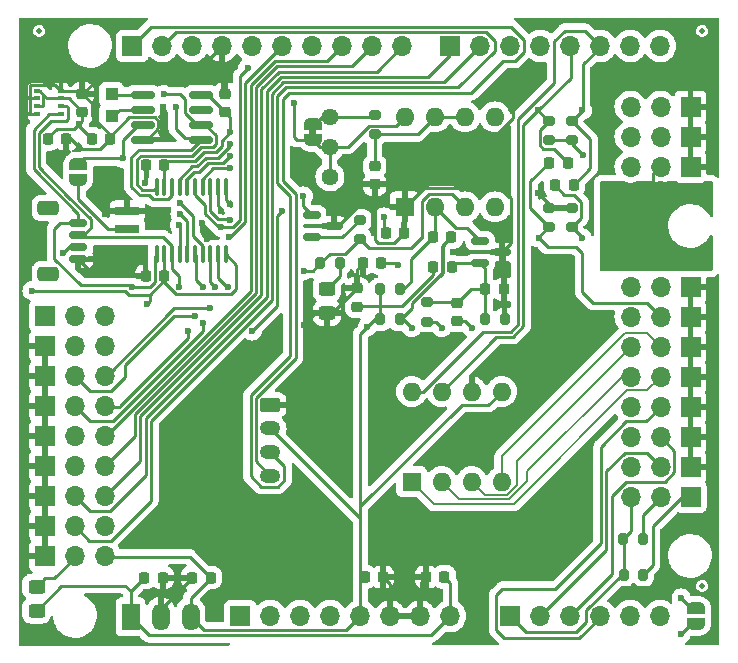
<source format=gbr>
%TF.GenerationSoftware,KiCad,Pcbnew,(7.0.0-0)*%
%TF.CreationDate,2023-06-27T20:16:24+01:00*%
%TF.ProjectId,ArdynoMon,41726479-6e6f-44d6-9f6e-2e6b69636164,Rev 3.5*%
%TF.SameCoordinates,Original*%
%TF.FileFunction,Copper,L1,Top*%
%TF.FilePolarity,Positive*%
%FSLAX46Y46*%
G04 Gerber Fmt 4.6, Leading zero omitted, Abs format (unit mm)*
G04 Created by KiCad (PCBNEW (7.0.0-0)) date 2023-06-27 20:16:24*
%MOMM*%
%LPD*%
G01*
G04 APERTURE LIST*
G04 Aperture macros list*
%AMRoundRect*
0 Rectangle with rounded corners*
0 $1 Rounding radius*
0 $2 $3 $4 $5 $6 $7 $8 $9 X,Y pos of 4 corners*
0 Add a 4 corners polygon primitive as box body*
4,1,4,$2,$3,$4,$5,$6,$7,$8,$9,$2,$3,0*
0 Add four circle primitives for the rounded corners*
1,1,$1+$1,$2,$3*
1,1,$1+$1,$4,$5*
1,1,$1+$1,$6,$7*
1,1,$1+$1,$8,$9*
0 Add four rect primitives between the rounded corners*
20,1,$1+$1,$2,$3,$4,$5,0*
20,1,$1+$1,$4,$5,$6,$7,0*
20,1,$1+$1,$6,$7,$8,$9,0*
20,1,$1+$1,$8,$9,$2,$3,0*%
%AMFreePoly0*
4,1,19,0.500000,-0.750000,0.000000,-0.750000,0.000000,-0.744911,-0.071157,-0.744911,-0.207708,-0.704816,-0.327430,-0.627875,-0.420627,-0.520320,-0.479746,-0.390866,-0.500000,-0.250000,-0.500000,0.250000,-0.479746,0.390866,-0.420627,0.520320,-0.327430,0.627875,-0.207708,0.704816,-0.071157,0.744911,0.000000,0.744911,0.000000,0.750000,0.500000,0.750000,0.500000,-0.750000,0.500000,-0.750000,
$1*%
%AMFreePoly1*
4,1,19,0.000000,0.744911,0.071157,0.744911,0.207708,0.704816,0.327430,0.627875,0.420627,0.520320,0.479746,0.390866,0.500000,0.250000,0.500000,-0.250000,0.479746,-0.390866,0.420627,-0.520320,0.327430,-0.627875,0.207708,-0.704816,0.071157,-0.744911,0.000000,-0.744911,0.000000,-0.750000,-0.500000,-0.750000,-0.500000,0.750000,0.000000,0.750000,0.000000,0.744911,0.000000,0.744911,
$1*%
G04 Aperture macros list end*
%TA.AperFunction,ComponentPad*%
%ADD10RoundRect,0.250000X-0.625000X0.350000X-0.625000X-0.350000X0.625000X-0.350000X0.625000X0.350000X0*%
%TD*%
%TA.AperFunction,ComponentPad*%
%ADD11O,1.750000X1.200000*%
%TD*%
%TA.AperFunction,SMDPad,CuDef*%
%ADD12R,0.500000X0.350000*%
%TD*%
%TA.AperFunction,SMDPad,CuDef*%
%ADD13RoundRect,0.200000X0.275000X-0.200000X0.275000X0.200000X-0.275000X0.200000X-0.275000X-0.200000X0*%
%TD*%
%TA.AperFunction,ComponentPad*%
%ADD14R,1.700000X1.700000*%
%TD*%
%TA.AperFunction,ComponentPad*%
%ADD15O,1.700000X1.700000*%
%TD*%
%TA.AperFunction,SMDPad,CuDef*%
%ADD16RoundRect,0.218750X-0.218750X-0.256250X0.218750X-0.256250X0.218750X0.256250X-0.218750X0.256250X0*%
%TD*%
%TA.AperFunction,SMDPad,CuDef*%
%ADD17RoundRect,0.225000X0.225000X0.250000X-0.225000X0.250000X-0.225000X-0.250000X0.225000X-0.250000X0*%
%TD*%
%TA.AperFunction,SMDPad,CuDef*%
%ADD18RoundRect,0.150000X-0.587500X-0.150000X0.587500X-0.150000X0.587500X0.150000X-0.587500X0.150000X0*%
%TD*%
%TA.AperFunction,SMDPad,CuDef*%
%ADD19RoundRect,0.225000X0.250000X-0.225000X0.250000X0.225000X-0.250000X0.225000X-0.250000X-0.225000X0*%
%TD*%
%TA.AperFunction,SMDPad,CuDef*%
%ADD20C,0.500000*%
%TD*%
%TA.AperFunction,SMDPad,CuDef*%
%ADD21RoundRect,0.250000X-0.450000X0.325000X-0.450000X-0.325000X0.450000X-0.325000X0.450000X0.325000X0*%
%TD*%
%TA.AperFunction,ComponentPad*%
%ADD22R,1.600000X1.600000*%
%TD*%
%TA.AperFunction,ComponentPad*%
%ADD23O,1.600000X1.600000*%
%TD*%
%TA.AperFunction,SMDPad,CuDef*%
%ADD24R,2.000000X0.800000*%
%TD*%
%TA.AperFunction,SMDPad,CuDef*%
%ADD25RoundRect,0.200000X-0.200000X-0.275000X0.200000X-0.275000X0.200000X0.275000X-0.200000X0.275000X0*%
%TD*%
%TA.AperFunction,SMDPad,CuDef*%
%ADD26RoundRect,0.150000X-0.825000X-0.150000X0.825000X-0.150000X0.825000X0.150000X-0.825000X0.150000X0*%
%TD*%
%TA.AperFunction,SMDPad,CuDef*%
%ADD27RoundRect,0.225000X-0.225000X-0.250000X0.225000X-0.250000X0.225000X0.250000X-0.225000X0.250000X0*%
%TD*%
%TA.AperFunction,SMDPad,CuDef*%
%ADD28RoundRect,0.100000X0.100000X-0.637500X0.100000X0.637500X-0.100000X0.637500X-0.100000X-0.637500X0*%
%TD*%
%TA.AperFunction,SMDPad,CuDef*%
%ADD29FreePoly0,270.000000*%
%TD*%
%TA.AperFunction,SMDPad,CuDef*%
%ADD30FreePoly1,270.000000*%
%TD*%
%TA.AperFunction,SMDPad,CuDef*%
%ADD31RoundRect,0.225000X-0.250000X0.225000X-0.250000X-0.225000X0.250000X-0.225000X0.250000X0.225000X0*%
%TD*%
%TA.AperFunction,SMDPad,CuDef*%
%ADD32RoundRect,0.200000X0.200000X0.275000X-0.200000X0.275000X-0.200000X-0.275000X0.200000X-0.275000X0*%
%TD*%
%TA.AperFunction,SMDPad,CuDef*%
%ADD33RoundRect,0.200000X-0.275000X0.200000X-0.275000X-0.200000X0.275000X-0.200000X0.275000X0.200000X0*%
%TD*%
%TA.AperFunction,SMDPad,CuDef*%
%ADD34RoundRect,0.250000X0.450000X-0.325000X0.450000X0.325000X-0.450000X0.325000X-0.450000X-0.325000X0*%
%TD*%
%TA.AperFunction,SMDPad,CuDef*%
%ADD35R,1.100000X1.050000*%
%TD*%
%TA.AperFunction,SMDPad,CuDef*%
%ADD36RoundRect,0.150000X0.625000X-0.150000X0.625000X0.150000X-0.625000X0.150000X-0.625000X-0.150000X0*%
%TD*%
%TA.AperFunction,SMDPad,CuDef*%
%ADD37RoundRect,0.250000X0.650000X-0.350000X0.650000X0.350000X-0.650000X0.350000X-0.650000X-0.350000X0*%
%TD*%
%TA.AperFunction,ComponentPad*%
%ADD38C,1.440000*%
%TD*%
%TA.AperFunction,ComponentPad*%
%ADD39R,1.500000X2.300000*%
%TD*%
%TA.AperFunction,ComponentPad*%
%ADD40O,1.500000X2.300000*%
%TD*%
%TA.AperFunction,ViaPad*%
%ADD41C,0.600000*%
%TD*%
%TA.AperFunction,Conductor*%
%ADD42C,0.250000*%
%TD*%
%TA.AperFunction,Conductor*%
%ADD43C,0.200000*%
%TD*%
G04 APERTURE END LIST*
%TO.C,JP3*%
G36*
X85180000Y-86270000D02*
G01*
X84580000Y-86270000D01*
X84580000Y-85770000D01*
X85180000Y-85770000D01*
X85180000Y-86270000D01*
G37*
%TD*%
D10*
%TO.P,J22,1,Pin_1*%
%TO.N,GND*%
X81280000Y-109125000D03*
D11*
%TO.P,J22,2,Pin_2*%
%TO.N,+5V*%
X81279999Y-111124999D03*
%TO.P,J22,3,Pin_3*%
%TO.N,/SDA*%
X81279999Y-113124999D03*
%TO.P,J22,4,Pin_4*%
%TO.N,/SCL*%
X81279999Y-115124999D03*
%TD*%
D12*
%TO.P,U4,1,GND*%
%TO.N,GND*%
X63562399Y-82532199D03*
%TO.P,U4,2,CSB*%
%TO.N,+3V3*%
X63562399Y-83182199D03*
%TO.P,U4,3,SDI*%
%TO.N,/sda*%
X63562399Y-83832199D03*
%TO.P,U4,4,SCK*%
%TO.N,/scl*%
X63562399Y-84482199D03*
%TO.P,U4,5,SDO*%
%TO.N,GND*%
X61512399Y-84482199D03*
%TO.P,U4,6,VDDIO*%
%TO.N,+3V3*%
X61512399Y-83832199D03*
%TO.P,U4,7,GND*%
%TO.N,GND*%
X61512399Y-83182199D03*
%TO.P,U4,8,VDD*%
%TO.N,+3V3*%
X61512399Y-82532199D03*
%TD*%
D13*
%TO.P,R13,1*%
%TO.N,Net-(D2-K)*%
X106814450Y-94084850D03*
%TO.P,R13,2*%
%TO.N,GND*%
X106814450Y-92434850D03*
%TD*%
D14*
%TO.P,J19,1,Pin_1*%
%TO.N,/SCL*%
X69595999Y-78739999D03*
D15*
%TO.P,J19,2,Pin_2*%
%TO.N,/SDA*%
X72135999Y-78739999D03*
%TO.P,J19,3,Pin_3*%
%TO.N,unconnected-(J19-Pin_3-Pad3)*%
X74675999Y-78739999D03*
%TO.P,J19,4,Pin_4*%
%TO.N,GND*%
X77215999Y-78739999D03*
%TO.P,J19,5,Pin_5*%
%TO.N,/D13*%
X79755999Y-78739999D03*
%TO.P,J19,6,Pin_6*%
%TO.N,/D12*%
X82295999Y-78739999D03*
%TO.P,J19,7,Pin_7*%
%TO.N,/D11*%
X84835999Y-78739999D03*
%TO.P,J19,8,Pin_8*%
%TO.N,/D10*%
X87375999Y-78739999D03*
%TO.P,J19,9,Pin_9*%
%TO.N,/D9*%
X89915999Y-78739999D03*
%TO.P,J19,10,Pin_10*%
%TO.N,/CLRX*%
X92455999Y-78739999D03*
%TD*%
D16*
%TO.P,D3,1,K*%
%TO.N,Net-(D3-K)*%
X104909450Y-88624850D03*
%TO.P,D3,2,A*%
%TO.N,/D3*%
X106484450Y-88624850D03*
%TD*%
D17*
%TO.P,C20,1*%
%TO.N,+5V*%
X72329400Y-88827600D03*
%TO.P,C20,2*%
%TO.N,GND*%
X70779400Y-88827600D03*
%TD*%
D18*
%TO.P,Q2,1,C*%
%TO.N,Net-(Q2-C)*%
X99060000Y-95233800D03*
%TO.P,Q2,2,B*%
%TO.N,Net-(D1-K)*%
X99060000Y-97133800D03*
%TO.P,Q2,3,E*%
%TO.N,GND*%
X100935000Y-96183800D03*
%TD*%
D16*
%TO.P,D1,1,K*%
%TO.N,Net-(D1-K)*%
X99509500Y-99358800D03*
%TO.P,D1,2,A*%
%TO.N,GND*%
X101084500Y-99358800D03*
%TD*%
D19*
%TO.P,C12,1*%
%TO.N,+5V*%
X77470000Y-84341000D03*
%TO.P,C12,2*%
%TO.N,GND*%
X77470000Y-82791000D03*
%TD*%
D20*
%TO.P,FID1,*%
%TO.N,*%
X61722000Y-77470000D03*
%TD*%
D14*
%TO.P,JVR1,1,Pin_1*%
%TO.N,GND*%
X116867999Y-106739999D03*
D15*
%TO.P,JVR1,2,Pin_2*%
%TO.N,/VR1-*%
X114327999Y-106739999D03*
%TO.P,JVR1,3,Pin_3*%
%TO.N,/VR1+*%
X111787999Y-106739999D03*
%TD*%
D21*
%TO.P,F1,1*%
%TO.N,/15Vin*%
X61496000Y-124511000D03*
%TO.P,F1,2*%
%TO.N,VCC*%
X61496000Y-126561000D03*
%TD*%
D19*
%TO.P,C21,1*%
%TO.N,+3V3*%
X65366600Y-84323200D03*
%TO.P,C21,2*%
%TO.N,GND*%
X65366600Y-82773200D03*
%TD*%
D22*
%TO.P,U1,1,GND*%
%TO.N,GND*%
X92686999Y-92363799D03*
D23*
%TO.P,U1,2,TR*%
%TO.N,Net-(Q2-C)*%
X95226999Y-92363799D03*
%TO.P,U1,3,Q*%
%TO.N,/Strobe*%
X97766999Y-92363799D03*
%TO.P,U1,4,R*%
%TO.N,+5V*%
X100306999Y-92363799D03*
%TO.P,U1,5,CV*%
%TO.N,Net-(U1-CV)*%
X100306999Y-84743799D03*
%TO.P,U1,6,THR*%
%TO.N,Net-(U1-DIS)*%
X97766999Y-84743799D03*
%TO.P,U1,7,DIS*%
X95226999Y-84743799D03*
%TO.P,U1,8,VCC*%
%TO.N,+5V*%
X92686999Y-84743799D03*
%TD*%
D24*
%TO.P,BT1,1,+*%
%TO.N,Net-(BT1-+)*%
X69179897Y-94221999D03*
%TO.P,BT1,2,-*%
%TO.N,GND*%
X69179897Y-92721999D03*
%TD*%
D14*
%TO.P,JD2,1,Pin_1*%
%TO.N,GND*%
X116867999Y-99119999D03*
D15*
%TO.P,JD2,2,Pin_2*%
%TO.N,Net-(D2-K)*%
X114327999Y-99119999D03*
%TO.P,JD2,3,Pin_3*%
%TO.N,+5V*%
X111787999Y-99119999D03*
%TD*%
D14*
%TO.P,JD3,1,Pin_1*%
%TO.N,GND*%
X116867999Y-101659999D03*
D15*
%TO.P,JD3,2,Pin_2*%
%TO.N,Net-(D3-K)*%
X114327999Y-101659999D03*
%TO.P,JD3,3,Pin_3*%
%TO.N,+5V*%
X111787999Y-101659999D03*
%TD*%
D25*
%TO.P,R18,1*%
%TO.N,+5V*%
X90582000Y-99358800D03*
%TO.P,R18,2*%
%TO.N,Net-(Q2-C)*%
X92232000Y-99358800D03*
%TD*%
D13*
%TO.P,R23,1*%
%TO.N,/Strobe*%
X88867000Y-95103800D03*
%TO.P,R23,2*%
%TO.N,Net-(Q3-B)*%
X88867000Y-93453800D03*
%TD*%
D26*
%TO.P,U3,1,X1*%
%TO.N,Net-(U3-X1)*%
X70476400Y-82858600D03*
%TO.P,U3,2,X2*%
%TO.N,Net-(U3-X2)*%
X70476400Y-84128600D03*
%TO.P,U3,3,VBAT*%
%TO.N,Net-(JP2-A)*%
X70476400Y-85398600D03*
%TO.P,U3,4,GND*%
%TO.N,GND*%
X70476400Y-86668600D03*
%TO.P,U3,5,SDA*%
%TO.N,/SDA*%
X75426400Y-86668600D03*
%TO.P,U3,6,SCL*%
%TO.N,/SCL*%
X75426400Y-85398600D03*
%TO.P,U3,7,SQW/OUT*%
%TO.N,unconnected-(U3-SQW{slash}OUT-Pad7)*%
X75426400Y-84128600D03*
%TO.P,U3,8,VCC*%
%TO.N,+5V*%
X75426400Y-82858600D03*
%TD*%
D27*
%TO.P,C8,1*%
%TO.N,+5V*%
X91046000Y-94615000D03*
%TO.P,C8,2*%
%TO.N,GND*%
X92596000Y-94615000D03*
%TD*%
D25*
%TO.P,R3,1*%
%TO.N,/Strobe*%
X85512000Y-97155000D03*
%TO.P,R3,2*%
%TO.N,Net-(D30-A)*%
X87162000Y-97155000D03*
%TD*%
D17*
%TO.P,C13,1*%
%TO.N,+5V*%
X76228000Y-123758000D03*
%TO.P,C13,2*%
%TO.N,GND*%
X74678000Y-123758000D03*
%TD*%
%TO.P,C22,1*%
%TO.N,+3V3*%
X72329400Y-98225600D03*
%TO.P,C22,2*%
%TO.N,GND*%
X70779400Y-98225600D03*
%TD*%
D14*
%TO.P,JD23,1,Pin_1*%
%TO.N,GND*%
X62244999Y-109219999D03*
D15*
%TO.P,JD23,2,Pin_2*%
%TO.N,/D0*%
X64784999Y-109219999D03*
%TO.P,JD23,3,Pin_3*%
%TO.N,/D1*%
X67324999Y-109219999D03*
%TD*%
D17*
%TO.P,C2,1*%
%TO.N,Net-(JTF0-Pin_2)*%
X96627000Y-94913800D03*
%TO.P,C2,2*%
%TO.N,Net-(Q2-C)*%
X95077000Y-94913800D03*
%TD*%
D16*
%TO.P,D2,1,K*%
%TO.N,Net-(D2-K)*%
X105391950Y-90529850D03*
%TO.P,D2,2,A*%
%TO.N,/D2*%
X106966950Y-90529850D03*
%TD*%
D14*
%TO.P,JVR2,1,Pin_1*%
%TO.N,GND*%
X116867999Y-104199999D03*
D15*
%TO.P,JVR2,2,Pin_2*%
%TO.N,/VR2-*%
X114327999Y-104199999D03*
%TO.P,JVR2,3,Pin_3*%
%TO.N,/VR2+*%
X111787999Y-104199999D03*
%TD*%
D13*
%TO.P,R20,1*%
%TO.N,+5V*%
X104909450Y-86719850D03*
%TO.P,R20,2*%
%TO.N,/D3*%
X104909450Y-85069850D03*
%TD*%
D14*
%TO.P,J20,1,Pin_1*%
%TO.N,/CLTX*%
X96519999Y-78739999D03*
D15*
%TO.P,J20,2,Pin_2*%
%TO.N,/ALEDS*%
X99059999Y-78739999D03*
%TO.P,J20,3,Pin_3*%
%TO.N,/1W*%
X101599999Y-78739999D03*
%TO.P,J20,4,Pin_4*%
%TO.N,/D4*%
X104139999Y-78739999D03*
%TO.P,J20,5,Pin_5*%
%TO.N,/D3*%
X106679999Y-78739999D03*
%TO.P,J20,6,Pin_6*%
%TO.N,/D2*%
X109219999Y-78739999D03*
%TO.P,J20,7,Pin_7*%
%TO.N,/D1*%
X111759999Y-78739999D03*
%TO.P,J20,8,Pin_8*%
%TO.N,/D0*%
X114299999Y-78739999D03*
%TD*%
D28*
%TO.P,U2,1,A1*%
%TO.N,/scl*%
X71677400Y-96389100D03*
%TO.P,U2,2,VCCA*%
%TO.N,+3V3*%
X72327400Y-96389100D03*
%TO.P,U2,3,A2*%
%TO.N,/sda*%
X72977400Y-96389100D03*
%TO.P,U2,4,A3*%
%TO.N,/sck*%
X73627400Y-96389100D03*
%TO.P,U2,5,A4*%
%TO.N,/mosi*%
X74277400Y-96389100D03*
%TO.P,U2,6,A5*%
%TO.N,/1w*%
X74927400Y-96389100D03*
%TO.P,U2,7,A6*%
%TO.N,/ss*%
X75577400Y-96389100D03*
%TO.P,U2,8,A7*%
%TO.N,/rx*%
X76227400Y-96389100D03*
%TO.P,U2,9,A8*%
%TO.N,/tx*%
X76877400Y-96389100D03*
%TO.P,U2,10,OE*%
%TO.N,+3V3*%
X77527400Y-96389100D03*
%TO.P,U2,11,GND*%
%TO.N,GND*%
X77527400Y-90664100D03*
%TO.P,U2,12,B8*%
%TO.N,/D1*%
X76877400Y-90664100D03*
%TO.P,U2,13,B7*%
%TO.N,/D0*%
X76227400Y-90664100D03*
%TO.P,U2,14,B6*%
%TO.N,/D4*%
X75577400Y-90664100D03*
%TO.P,U2,15,B5*%
%TO.N,/1W*%
X74927400Y-90664100D03*
%TO.P,U2,16,B4*%
%TO.N,/D11*%
X74277400Y-90664100D03*
%TO.P,U2,17,B3*%
%TO.N,/D13*%
X73627400Y-90664100D03*
%TO.P,U2,18,B2*%
%TO.N,/SDA*%
X72977400Y-90664100D03*
%TO.P,U2,19,VCCB*%
%TO.N,+5V*%
X72327400Y-90664100D03*
%TO.P,U2,20,B1*%
%TO.N,/SCL*%
X71677400Y-90664100D03*
%TD*%
D19*
%TO.P,C11,1*%
%TO.N,/PCBcap*%
X97122000Y-102038800D03*
%TO.P,C11,2*%
%TO.N,Net-(D1-K)*%
X97122000Y-100488800D03*
%TD*%
D14*
%TO.P,J13,1,Pin_1*%
%TO.N,unconnected-(J13-Pin_1-Pad1)*%
X62244999Y-101599999D03*
D15*
%TO.P,J13,2,Pin_2*%
%TO.N,unconnected-(J13-Pin_2-Pad2)*%
X64784999Y-101599999D03*
%TO.P,J13,3,Pin_3*%
%TO.N,unconnected-(J13-Pin_3-Pad3)*%
X67324999Y-101599999D03*
%TD*%
D14*
%TO.P,JD10,1,Pin_1*%
%TO.N,GND*%
X62229999Y-111759999D03*
D15*
%TO.P,JD10,2,Pin_2*%
%TO.N,+5V*%
X64769999Y-111759999D03*
%TO.P,JD10,3,Pin_3*%
%TO.N,/D10*%
X67309999Y-111759999D03*
%TD*%
D17*
%TO.P,C5,1*%
%TO.N,Net-(U1-CV)*%
X90691000Y-97155000D03*
%TO.P,C5,2*%
%TO.N,GND*%
X89141000Y-97155000D03*
%TD*%
D19*
%TO.P,C19,1*%
%TO.N,+5V*%
X88623000Y-100808300D03*
%TO.P,C19,2*%
%TO.N,GND*%
X88623000Y-99258300D03*
%TD*%
D20*
%TO.P,FID3,*%
%TO.N,*%
X117856000Y-77470000D03*
%TD*%
D29*
%TO.P,JP1,1,A*%
%TO.N,Net-(JA0-Pin_2)*%
X117348000Y-126350000D03*
D30*
%TO.P,JP1,2,B*%
%TO.N,VCC*%
X117348000Y-127650000D03*
%TD*%
D14*
%TO.P,J23,1,Pin_1*%
%TO.N,GND*%
X62244999Y-106679999D03*
D15*
%TO.P,J23,2,Pin_2*%
%TO.N,/rx*%
X64784999Y-106679999D03*
%TO.P,J23,3,Pin_3*%
%TO.N,/tx*%
X67324999Y-106679999D03*
%TD*%
D14*
%TO.P,J15,1,Pin_1*%
%TO.N,GND*%
X62229999Y-121919999D03*
D15*
%TO.P,J15,2,Pin_2*%
%TO.N,/15Vin*%
X64769999Y-121919999D03*
%TO.P,J15,3,Pin_3*%
%TO.N,+5V*%
X67309999Y-121919999D03*
%TD*%
D17*
%TO.P,C15,1*%
%TO.N,VCC*%
X96038000Y-123698000D03*
%TO.P,C15,2*%
%TO.N,GND*%
X94488000Y-123698000D03*
%TD*%
D14*
%TO.P,JA2,1,Pin_1*%
%TO.N,GND*%
X116867999Y-111819999D03*
D15*
%TO.P,JA2,2,Pin_2*%
%TO.N,/A2*%
X114327999Y-111819999D03*
%TO.P,JA2,3,Pin_3*%
%TO.N,+5V*%
X111787999Y-111819999D03*
%TD*%
D27*
%TO.P,C16,1*%
%TO.N,VCC*%
X70627000Y-123758000D03*
%TO.P,C16,2*%
%TO.N,GND*%
X72177000Y-123758000D03*
%TD*%
D14*
%TO.P,JTF0,1,Pin_1*%
%TO.N,GND*%
X116867999Y-86419999D03*
D15*
%TO.P,JTF0,2,Pin_2*%
%TO.N,Net-(JTF0-Pin_2)*%
X114327999Y-86419999D03*
%TO.P,JTF0,3,Pin_3*%
%TO.N,+5V*%
X111787999Y-86419999D03*
%TD*%
D31*
%TO.P,C6,1*%
%TO.N,Net-(U1-DIS)*%
X90137000Y-88918800D03*
%TO.P,C6,2*%
%TO.N,GND*%
X90137000Y-90468800D03*
%TD*%
D32*
%TO.P,R11,1*%
%TO.N,Net-(JA0-Pin_2)*%
X112804000Y-120456000D03*
%TO.P,R11,2*%
%TO.N,/A0*%
X111154000Y-120456000D03*
%TD*%
D16*
%TO.P,D8,1,K*%
%TO.N,+5V*%
X95064500Y-97453800D03*
%TO.P,D8,2,A*%
%TO.N,Net-(D1-K)*%
X96639500Y-97453800D03*
%TD*%
D25*
%TO.P,R17,1*%
%TO.N,Net-(D1-K)*%
X99472000Y-101898800D03*
%TO.P,R17,2*%
%TO.N,GND*%
X101122000Y-101898800D03*
%TD*%
D14*
%TO.P,JTS0,1,Pin_1*%
%TO.N,GND*%
X116867999Y-83879999D03*
D15*
%TO.P,JTS0,2,Pin_2*%
%TO.N,/D3*%
X114327999Y-83879999D03*
%TO.P,JTS0,3,Pin_3*%
%TO.N,/Strobe*%
X111787999Y-83879999D03*
%TD*%
D27*
%TO.P,C14,1*%
%TO.N,+3V3*%
X66154000Y-86614000D03*
%TO.P,C14,2*%
%TO.N,GND*%
X67704000Y-86614000D03*
%TD*%
D22*
%TO.P,J11,1,Pin_1*%
%TO.N,/VR1-*%
X93255999Y-115619999D03*
D23*
%TO.P,J11,2,Pin_2*%
%TO.N,/VR1+*%
X95795999Y-115619999D03*
%TO.P,J11,3,Pin_3*%
%TO.N,/VR2+*%
X98335999Y-115619999D03*
%TO.P,J11,4,Pin_4*%
%TO.N,/VR2-*%
X100875999Y-115619999D03*
%TO.P,J11,5,Pin_5*%
%TO.N,+5V*%
X100875999Y-107999999D03*
%TO.P,J11,6,Pin_6*%
%TO.N,GND*%
X98335999Y-107999999D03*
%TO.P,J11,7,Pin_7*%
%TO.N,/D3*%
X95795999Y-107999999D03*
%TO.P,J11,8,Pin_8*%
%TO.N,/D2*%
X93255999Y-107999999D03*
%TD*%
D27*
%TO.P,C9,1*%
%TO.N,+3V3*%
X62471000Y-86614000D03*
%TO.P,C9,2*%
%TO.N,GND*%
X64021000Y-86614000D03*
%TD*%
D14*
%TO.P,JD78,1,Pin_1*%
%TO.N,GND*%
X62244999Y-116839999D03*
D15*
%TO.P,JD78,2,Pin_2*%
%TO.N,/CLTX*%
X64784999Y-116839999D03*
%TO.P,JD78,3,Pin_3*%
%TO.N,/CLRX*%
X67324999Y-116839999D03*
%TD*%
D27*
%TO.P,C18,1*%
%TO.N,+5V*%
X89268000Y-123698000D03*
%TO.P,C18,2*%
%TO.N,GND*%
X90818000Y-123698000D03*
%TD*%
D14*
%TO.P,JA0,1,Pin_1*%
%TO.N,Net-(JA0-Pin_1)*%
X116867999Y-116899999D03*
D15*
%TO.P,JA0,2,Pin_2*%
%TO.N,Net-(JA0-Pin_2)*%
X114327999Y-116899999D03*
%TO.P,JA0,3,Pin_3*%
%TO.N,/A0*%
X111787999Y-116899999D03*
%TD*%
D14*
%TO.P,JTR0,1,Pin_1*%
%TO.N,GND*%
X116867999Y-88959999D03*
D15*
%TO.P,JTR0,2,Pin_2*%
%TO.N,/PCBcap*%
X114327999Y-88959999D03*
%TO.P,JTR0,3,Pin_3*%
%TO.N,Net-(JTR0-Pin_3)*%
X111787999Y-88959999D03*
%TD*%
D14*
%TO.P,JD9,1,Pin_1*%
%TO.N,GND*%
X62229999Y-114299999D03*
D15*
%TO.P,JD9,2,Pin_2*%
%TO.N,+5V*%
X64769999Y-114299999D03*
%TO.P,JD9,3,Pin_3*%
%TO.N,/D9*%
X67309999Y-114299999D03*
%TD*%
D14*
%TO.P,JA3,1,Pin_1*%
%TO.N,GND*%
X116867999Y-109279999D03*
D15*
%TO.P,JA3,2,Pin_2*%
%TO.N,/A3*%
X114327999Y-109279999D03*
%TO.P,JA3,3,Pin_3*%
%TO.N,+5V*%
X111787999Y-109279999D03*
%TD*%
D25*
%TO.P,R15,1*%
%TO.N,+5V*%
X90582000Y-101898800D03*
%TO.P,R15,2*%
%TO.N,Net-(JTF0-Pin_2)*%
X92232000Y-101898800D03*
%TD*%
D29*
%TO.P,JP2,1,A*%
%TO.N,Net-(JP2-A)*%
X65024000Y-88758000D03*
D30*
%TO.P,JP2,2,B*%
%TO.N,Net-(BT1-+)*%
X65024000Y-90058000D03*
%TD*%
D33*
%TO.P,R6,1*%
%TO.N,Net-(JP3-A)*%
X90137000Y-84563800D03*
%TO.P,R6,2*%
%TO.N,Net-(U1-DIS)*%
X90137000Y-86213800D03*
%TD*%
D14*
%TO.P,J17,1,Pin_1*%
%TO.N,unconnected-(J17-Pin_1-Pad1)*%
X78739999Y-126999999D03*
D15*
%TO.P,J17,2,Pin_2*%
%TO.N,unconnected-(J17-Pin_2-Pad2)*%
X81279999Y-126999999D03*
%TO.P,J17,3,Pin_3*%
%TO.N,unconnected-(J17-Pin_3-Pad3)*%
X83819999Y-126999999D03*
%TO.P,J17,4,Pin_4*%
%TO.N,+3V3*%
X86359999Y-126999999D03*
%TO.P,J17,5,Pin_5*%
%TO.N,+5V*%
X88899999Y-126999999D03*
%TO.P,J17,6,Pin_6*%
%TO.N,GND*%
X91439999Y-126999999D03*
%TO.P,J17,7,Pin_7*%
X93979999Y-126999999D03*
%TO.P,J17,8,Pin_8*%
%TO.N,VCC*%
X96519999Y-126999999D03*
%TD*%
D14*
%TO.P,JD6,1,Pin_1*%
%TO.N,GND*%
X62229999Y-104139999D03*
D15*
%TO.P,JD6,2,Pin_2*%
%TO.N,/1w*%
X64769999Y-104139999D03*
%TO.P,JD6,3,Pin_3*%
%TO.N,/1W*%
X67309999Y-104139999D03*
%TD*%
D14*
%TO.P,JD5,1,Pin_1*%
%TO.N,GND*%
X62244999Y-119379999D03*
D15*
%TO.P,JD5,2,Pin_2*%
%TO.N,/ALEDS*%
X64784999Y-119379999D03*
%TO.P,JD5,3,Pin_3*%
%TO.N,+5V*%
X67324999Y-119379999D03*
%TD*%
D34*
%TO.P,D30,1,K*%
%TO.N,GND*%
X86083000Y-101355000D03*
%TO.P,D30,2,A*%
%TO.N,Net-(D30-A)*%
X86083000Y-99305000D03*
%TD*%
D13*
%TO.P,R16,1*%
%TO.N,Net-(JTR0-Pin_3)*%
X94582000Y-102088800D03*
%TO.P,R16,2*%
%TO.N,Net-(D1-K)*%
X94582000Y-100438800D03*
%TD*%
D14*
%TO.P,J18,1,Pin_1*%
%TO.N,/A0*%
X101599999Y-126999999D03*
D15*
%TO.P,J18,2,Pin_2*%
%TO.N,/A1*%
X104139999Y-126999999D03*
%TO.P,J18,3,Pin_3*%
%TO.N,/A2*%
X106679999Y-126999999D03*
%TO.P,J18,4,Pin_4*%
%TO.N,/A3*%
X109219999Y-126999999D03*
%TO.P,J18,5,Pin_5*%
%TO.N,unconnected-(J18-Pin_5-Pad5)*%
X111759999Y-126999999D03*
%TO.P,J18,6,Pin_6*%
%TO.N,unconnected-(J18-Pin_6-Pad6)*%
X114299999Y-126999999D03*
%TD*%
D29*
%TO.P,JP3,1,A*%
%TO.N,Net-(JP3-A)*%
X84880000Y-85370000D03*
D30*
%TO.P,JP3,2,B*%
%TO.N,+5V*%
X84880000Y-86670000D03*
%TD*%
D35*
%TO.P,Y1,1,1*%
%TO.N,Net-(U3-X2)*%
X67855799Y-84676399D03*
%TO.P,Y1,2,2*%
%TO.N,Net-(U3-X1)*%
X67855799Y-82826399D03*
%TD*%
D18*
%TO.P,Q3,1,C*%
%TO.N,/D3*%
X84787500Y-93030000D03*
%TO.P,Q3,2,B*%
%TO.N,Net-(Q3-B)*%
X84787500Y-94930000D03*
%TO.P,Q3,3,E*%
%TO.N,GND*%
X86662500Y-93980000D03*
%TD*%
D13*
%TO.P,R19,1*%
%TO.N,+5V*%
X106814450Y-86719850D03*
%TO.P,R19,2*%
%TO.N,/D2*%
X106814450Y-85069850D03*
%TD*%
%TO.P,R14,1*%
%TO.N,Net-(D3-K)*%
X104909450Y-94084850D03*
%TO.P,R14,2*%
%TO.N,GND*%
X104909450Y-92434850D03*
%TD*%
D36*
%TO.P,J21,1,Pin_1*%
%TO.N,GND*%
X65024000Y-96774000D03*
%TO.P,J21,2,Pin_2*%
%TO.N,+3V3*%
X65024000Y-95774000D03*
%TO.P,J21,3,Pin_3*%
%TO.N,/sda*%
X65024000Y-94774000D03*
%TO.P,J21,4,Pin_4*%
%TO.N,/scl*%
X65024000Y-93774000D03*
D37*
%TO.P,J21,MP*%
%TO.N,N/C*%
X62499000Y-98074000D03*
X62499000Y-92474000D03*
%TD*%
D14*
%TO.P,JA1,1,Pin_1*%
%TO.N,GND*%
X116867999Y-114359999D03*
D15*
%TO.P,JA1,2,Pin_2*%
%TO.N,/A1*%
X114327999Y-114359999D03*
%TO.P,JA1,3,Pin_3*%
%TO.N,+5V*%
X111787999Y-114359999D03*
%TD*%
D25*
%TO.P,R12,1*%
%TO.N,/A0*%
X111217000Y-123504000D03*
%TO.P,R12,2*%
%TO.N,Net-(JA0-Pin_1)*%
X112867000Y-123504000D03*
%TD*%
D20*
%TO.P,FID2,*%
%TO.N,*%
X117856000Y-124460000D03*
%TD*%
D38*
%TO.P,RV6,1,1*%
%TO.N,Net-(JP3-A)*%
X86337000Y-84743800D03*
%TO.P,RV6,2,2*%
%TO.N,+5V*%
X86337000Y-87283800D03*
%TO.P,RV6,3,3*%
X86337000Y-89823800D03*
%TD*%
D39*
%TO.P,U5,1,IN*%
%TO.N,VCC*%
X69462999Y-127059999D03*
D40*
%TO.P,U5,2,GND*%
%TO.N,GND*%
X72002999Y-127059999D03*
%TO.P,U5,3,OUT*%
%TO.N,+5V*%
X74542999Y-127059999D03*
%TD*%
D41*
%TO.N,GND*%
X100076000Y-86614000D03*
X93218000Y-104902000D03*
X86868000Y-124206000D03*
%TO.N,+5V*%
X90932000Y-93218000D03*
X89512000Y-102508800D03*
X107754450Y-87989850D03*
X77904400Y-86033600D03*
X83312000Y-83566000D03*
%TO.N,GND*%
X89691000Y-92171800D03*
X75946000Y-95097600D03*
X75539600Y-93726000D03*
X103944450Y-91164850D03*
X65061800Y-87256600D03*
X67310000Y-90170000D03*
X67310000Y-92964000D03*
X70700600Y-96400600D03*
X84103000Y-102331800D03*
X67310000Y-80899000D03*
X77853600Y-92129600D03*
X70700600Y-90304600D03*
X102108000Y-81280000D03*
%TO.N,+3V3*%
X63754000Y-96266000D03*
X70866000Y-100584000D03*
X65061800Y-85377000D03*
X61112400Y-99466400D03*
%TO.N,/D2*%
X107696000Y-84201000D03*
%TO.N,/D3*%
X103944450Y-84179850D03*
X84074000Y-91440000D03*
%TO.N,/D12*%
X77825600Y-94945200D03*
%TO.N,VCC*%
X116078000Y-128524000D03*
%TO.N,/1W*%
X79375000Y-80645000D03*
X77142400Y-94110800D03*
%TO.N,/1w*%
X75618400Y-99140000D03*
%TO.N,/SCL*%
X72265600Y-82833200D03*
%TO.N,/SDA*%
X73291400Y-83900000D03*
%TO.N,/scl*%
X69596000Y-99161600D03*
%TO.N,/sda*%
X73586400Y-99140000D03*
%TO.N,/rx*%
X76634400Y-99140000D03*
X74930000Y-101600000D03*
%TO.N,/D13*%
X77863400Y-87049600D03*
%TO.N,Net-(JTF0-Pin_2)*%
X93247000Y-102585800D03*
%TO.N,/PCBcap*%
X98327000Y-102585800D03*
%TO.N,/Strobe*%
X84103000Y-97759800D03*
%TO.N,Net-(JA0-Pin_2)*%
X116078000Y-125476000D03*
%TO.N,Net-(JTR0-Pin_3)*%
X95787000Y-102585800D03*
%TO.N,/tx*%
X77701200Y-99140000D03*
X76200000Y-100965000D03*
%TO.N,/D4*%
X77904400Y-89081600D03*
%TO.N,/mosi*%
X73637200Y-92942400D03*
%TO.N,/sck*%
X73586400Y-93907600D03*
%TO.N,/ss*%
X73637200Y-92078800D03*
%TO.N,/D11*%
X77863400Y-88065600D03*
%TO.N,/D1*%
X79756000Y-102870000D03*
X74295000Y-102870000D03*
X82296000Y-92710000D03*
X77142400Y-92739200D03*
%TO.N,/D0*%
X77853600Y-93450400D03*
X75565000Y-102235000D03*
%TO.N,Net-(U1-CV)*%
X92075000Y-97282000D03*
%TO.N,Net-(D2-K)*%
X107696000Y-94996000D03*
%TO.N,Net-(D3-K)*%
X104013000Y-94996000D03*
%TO.N,Net-(JP2-A)*%
X68834000Y-88265000D03*
%TD*%
D42*
%TO.N,GND*%
X92687000Y-92363800D02*
X98436800Y-86614000D01*
X98436800Y-86614000D02*
X100076000Y-86614000D01*
X100076000Y-86614000D02*
X100115991Y-86525800D01*
%TO.N,/SDA*%
X73311000Y-77565000D02*
X99546701Y-77565000D01*
X81938148Y-116050000D02*
X82480000Y-115508148D01*
X99546701Y-77565000D02*
X100330000Y-78348299D01*
X100330000Y-78348299D02*
X100330000Y-79131701D01*
X100330000Y-79131701D02*
X97201701Y-82260000D01*
X82594376Y-82260000D02*
X81890000Y-82964376D01*
X81890000Y-82964376D02*
X81890000Y-90356396D01*
X97201701Y-82260000D02*
X82594376Y-82260000D01*
X82480000Y-115508148D02*
X82480000Y-114325000D01*
X82999000Y-91465396D02*
X82999000Y-104961000D01*
X82999000Y-104961000D02*
X79630000Y-108330000D01*
X72136000Y-78740000D02*
X73311000Y-77565000D01*
X81890000Y-90356396D02*
X82999000Y-91465396D01*
X79630000Y-108330000D02*
X79630000Y-115190000D01*
X82480000Y-114325000D02*
X81280000Y-113125000D01*
X79630000Y-115190000D02*
X80490000Y-116050000D01*
X80490000Y-116050000D02*
X81938148Y-116050000D01*
%TO.N,/SCL*%
X69596000Y-78740000D02*
X71221000Y-77115000D01*
X102775000Y-79248000D02*
X102013000Y-80010000D01*
X101636701Y-77115000D02*
X102775000Y-78253299D01*
X102775000Y-78253299D02*
X102775000Y-79248000D01*
X100998000Y-80010000D02*
X98298000Y-82710000D01*
X71221000Y-77115000D02*
X101636701Y-77115000D01*
X98298000Y-82710000D02*
X82898000Y-82710000D01*
X82898000Y-82710000D02*
X82340000Y-83268000D01*
X102013000Y-80010000D02*
X100998000Y-80010000D01*
X82340000Y-83268000D02*
X82340000Y-90170000D01*
X82340000Y-90170000D02*
X83449000Y-91279000D01*
X83449000Y-91279000D02*
X83449000Y-105167827D01*
X83449000Y-105167827D02*
X80080000Y-108536827D01*
X80080000Y-113925000D02*
X81280000Y-115125000D01*
X80080000Y-108536827D02*
X80080000Y-113925000D01*
%TO.N,+5V*%
X88900000Y-117726000D02*
X88900000Y-103120800D01*
X88900000Y-103120800D02*
X89512000Y-102508800D01*
X88900000Y-118745000D02*
X88900000Y-117726000D01*
X88900000Y-117726000D02*
X97501000Y-109125000D01*
X97501000Y-109125000D02*
X99751000Y-109125000D01*
X99751000Y-109125000D02*
X100876000Y-108000000D01*
X88900000Y-127000000D02*
X88900000Y-118745000D01*
X88900000Y-118745000D02*
X81280000Y-111125000D01*
X89512000Y-123454000D02*
X89268000Y-123698000D01*
X86337000Y-89823800D02*
X86337000Y-87283800D01*
X90582000Y-101898800D02*
X90582000Y-100730800D01*
X84880000Y-86670000D02*
X83510000Y-86670000D01*
X92433000Y-100730800D02*
X95064500Y-98099300D01*
X74915200Y-88477600D02*
X75649200Y-87743600D01*
X83312000Y-85725000D02*
X83312000Y-83566000D01*
X85493800Y-87283800D02*
X84880000Y-86670000D01*
X77904400Y-86033600D02*
X77176400Y-86761600D01*
X87725000Y-128175000D02*
X75658000Y-128175000D01*
X72329400Y-88827600D02*
X72679400Y-88477600D01*
X88694000Y-100730800D02*
X90582000Y-100730800D01*
X74543000Y-125443000D02*
X74543000Y-127060000D01*
X75987600Y-82858600D02*
X77470000Y-84341000D01*
X86337000Y-87283800D02*
X85493800Y-87283800D01*
X77176400Y-86761600D02*
X77176400Y-87226396D01*
X88900000Y-124066000D02*
X89268000Y-123698000D01*
X83312000Y-85725000D02*
X83312000Y-86360000D01*
X76228000Y-123758000D02*
X74543000Y-125443000D01*
X67338000Y-121980000D02*
X74450000Y-121980000D01*
X90932000Y-94501000D02*
X91046000Y-94615000D01*
X90582000Y-100730800D02*
X90582000Y-99358800D01*
X83312000Y-86472000D02*
X83312000Y-86360000D01*
X88900000Y-127000000D02*
X88900000Y-124066000D01*
X89644538Y-85488800D02*
X87849538Y-87283800D01*
X88900000Y-127000000D02*
X87725000Y-128175000D01*
X76659196Y-87743600D02*
X75649200Y-87743600D01*
X75658000Y-128175000D02*
X74543000Y-127060000D01*
X87849538Y-87283800D02*
X86337000Y-87283800D01*
X90582000Y-100730800D02*
X92433000Y-100730800D01*
X104909450Y-86719850D02*
X106814450Y-86719850D01*
X90122000Y-101898800D02*
X89512000Y-102508800D01*
X77904400Y-86033600D02*
X77904400Y-84775400D01*
X92687000Y-84743800D02*
X91942000Y-85488800D01*
X72327400Y-90664100D02*
X72327400Y-88829600D01*
X95064500Y-98099300D02*
X95064500Y-97453800D01*
X72679400Y-88477600D02*
X74915200Y-88477600D01*
X106814450Y-86719850D02*
X106814450Y-87049850D01*
X77904400Y-84775400D02*
X77470000Y-84341000D01*
X106814450Y-87049850D02*
X107754450Y-87989850D01*
X74450000Y-121980000D02*
X76228000Y-123758000D01*
X77176400Y-87226396D02*
X76659196Y-87743600D01*
X91942000Y-85488800D02*
X89644538Y-85488800D01*
X83510000Y-86670000D02*
X83312000Y-86472000D01*
X90932000Y-93218000D02*
X90932000Y-94501000D01*
X90582000Y-101898800D02*
X90122000Y-101898800D01*
%TO.N,GND*%
X104909450Y-92129850D02*
X104909450Y-92434850D01*
X65061800Y-87256600D02*
X65260600Y-87256600D01*
X60937400Y-82032200D02*
X60945400Y-82024200D01*
X101122000Y-101898800D02*
X101122000Y-99396300D01*
X71511951Y-84767400D02*
X71818200Y-85073649D01*
X70700600Y-90304600D02*
X70700600Y-88906400D01*
X61012400Y-84482200D02*
X60937400Y-84407200D01*
X77216000Y-78740000D02*
X75057000Y-80899000D01*
X116868000Y-83880000D02*
X116868000Y-86420000D01*
X84644900Y-101789900D02*
X85079800Y-101355000D01*
X61012400Y-83182200D02*
X61512400Y-83182200D01*
X90137000Y-92617800D02*
X89691000Y-92171800D01*
X101701600Y-91592400D02*
X101701600Y-95417200D01*
X62273000Y-111760000D02*
X62273000Y-114257000D01*
X116868000Y-101660000D02*
X116868000Y-99120000D01*
X60937400Y-83257200D02*
X61012400Y-83182200D01*
X116868000Y-86420000D02*
X116868000Y-88960000D01*
X90263100Y-95283900D02*
X90394200Y-95415000D01*
X85079800Y-101355000D02*
X86083000Y-101355000D01*
X94008000Y-124178000D02*
X94488000Y-123698000D01*
X69179898Y-92722000D02*
X67552000Y-92722000D01*
X60945400Y-82024200D02*
X63054400Y-82024200D01*
X116868000Y-111820000D02*
X116868000Y-109280000D01*
X74678000Y-123758000D02*
X72003000Y-126433000D01*
X61012400Y-83182200D02*
X60937400Y-83107200D01*
X101701600Y-95417200D02*
X100935000Y-96183800D01*
X77527400Y-90664100D02*
X77527400Y-91803400D01*
X103944450Y-91164850D02*
X104909450Y-92129850D01*
X70700600Y-96400600D02*
X70700600Y-98146800D01*
X69353004Y-84767400D02*
X71511951Y-84767400D01*
X94008000Y-124761000D02*
X94008000Y-125349000D01*
X90394200Y-95415000D02*
X91796000Y-95415000D01*
X101813000Y-81575000D02*
X102108000Y-81280000D01*
X71818200Y-85073649D02*
X71818200Y-85703551D01*
X89691000Y-92171800D02*
X89691000Y-92209800D01*
X65024000Y-96774000D02*
X66475600Y-98225600D01*
X72003000Y-123932000D02*
X72003000Y-127060000D01*
X91440000Y-127000000D02*
X91440000Y-124320000D01*
X92687000Y-92363800D02*
X94262000Y-90788800D01*
X65252200Y-87447000D02*
X65061800Y-87256600D01*
X66475600Y-98225600D02*
X70779400Y-98225600D01*
X61512400Y-84482200D02*
X61012400Y-84482200D01*
X60937400Y-84407200D02*
X60937400Y-83257200D01*
X62288000Y-109280000D02*
X62288000Y-111745000D01*
X116868000Y-106740000D02*
X116868000Y-104200000D01*
X66166600Y-83573200D02*
X65366600Y-82773200D01*
X94262000Y-90788800D02*
X100898000Y-90788800D01*
X91468000Y-127060000D02*
X94008000Y-127060000D01*
X86526300Y-101355000D02*
X88623000Y-99258300D01*
X62245000Y-116840000D02*
X62245000Y-119427000D01*
X88623000Y-99258300D02*
X88623000Y-97673000D01*
X90137000Y-95157800D02*
X90137000Y-92617800D01*
X84644900Y-101789900D02*
X84103000Y-102331800D01*
X91440000Y-124320000D02*
X90818000Y-123698000D01*
X67704000Y-86614000D02*
X67704000Y-86416404D01*
X64346800Y-86541600D02*
X65061800Y-87256600D01*
X66871000Y-87447000D02*
X67704000Y-86614000D01*
X70700600Y-96400600D02*
X70779400Y-96474200D01*
X67704000Y-86614000D02*
X67704000Y-86249600D01*
X90137000Y-91725800D02*
X89691000Y-92171800D01*
X65252200Y-87447000D02*
X66675000Y-87447000D01*
X88623000Y-97673000D02*
X89141000Y-97155000D01*
X86995000Y-93980000D02*
X88803200Y-92171800D01*
X75057000Y-80899000D02*
X67310000Y-80899000D01*
X90263100Y-95283900D02*
X90137000Y-95157800D01*
X67552000Y-92722000D02*
X67310000Y-92964000D01*
X88803200Y-92171800D02*
X89691000Y-92171800D01*
X94008000Y-125349000D02*
X94008000Y-124178000D01*
X100898000Y-90788800D02*
X101701600Y-91592400D01*
X62230000Y-114300000D02*
X62230000Y-116825000D01*
X94008000Y-125349000D02*
X94008000Y-127060000D01*
X75539600Y-94691200D02*
X75946000Y-95097600D01*
X92687000Y-92363800D02*
X92687000Y-94524000D01*
X67310000Y-92964000D02*
X67310000Y-90170000D01*
X77527400Y-91803400D02*
X77853600Y-92129600D01*
X62273000Y-106740000D02*
X62273000Y-109265000D01*
X92687000Y-94524000D02*
X92596000Y-94615000D01*
X116868000Y-114360000D02*
X116868000Y-111820000D01*
X91796000Y-95415000D02*
X92596000Y-94615000D01*
X101813000Y-84828791D02*
X101813000Y-81575000D01*
X60937400Y-83107200D02*
X60937400Y-82032200D01*
X63562400Y-82532200D02*
X65125600Y-82532200D01*
X77216000Y-82537000D02*
X77216000Y-78740000D01*
X101084500Y-99358800D02*
X101084500Y-96333300D01*
X100115991Y-86525800D02*
X101813000Y-84828791D01*
X62258000Y-119440000D02*
X62258000Y-121980000D01*
X65435800Y-82773200D02*
X67310000Y-80899000D01*
X116868000Y-109280000D02*
X116868000Y-106740000D01*
X90137000Y-90468800D02*
X90137000Y-91725800D01*
X66166600Y-84712200D02*
X66166600Y-83573200D01*
X104909450Y-92434850D02*
X106814450Y-92434850D01*
X63054400Y-82024200D02*
X63562400Y-82532200D01*
X66675000Y-87447000D02*
X66871000Y-87447000D01*
X116868000Y-104200000D02*
X116868000Y-101660000D01*
X67704000Y-86249600D02*
X66166600Y-84712200D01*
X71818200Y-85703551D02*
X70853151Y-86668600D01*
X75539600Y-93726000D02*
X75539600Y-94691200D01*
X62273000Y-104200000D02*
X62273000Y-106740000D01*
X67704000Y-86416404D02*
X69353004Y-84767400D01*
%TO.N,/A0*%
X107200334Y-128401000D02*
X108045000Y-127556334D01*
X102969000Y-128401000D02*
X107200334Y-128401000D01*
X111217000Y-123504000D02*
X111217000Y-120519000D01*
X101628000Y-127060000D02*
X102969000Y-128401000D01*
X108045000Y-127556334D02*
X108045000Y-126513299D01*
X108045000Y-126513299D02*
X111054299Y-123504000D01*
X111788000Y-119822000D02*
X111788000Y-116900000D01*
X111154000Y-120456000D02*
X111788000Y-119822000D01*
%TO.N,/A1*%
X113153000Y-113185000D02*
X111286600Y-113185000D01*
X104140000Y-127000000D02*
X109728000Y-121412000D01*
X109728000Y-121412000D02*
X109728000Y-114743600D01*
X109728000Y-114743600D02*
X111286600Y-113185000D01*
X114328000Y-114360000D02*
X113153000Y-113185000D01*
%TO.N,/A2*%
X110211149Y-123468851D02*
X106680000Y-127000000D01*
X115503000Y-112995000D02*
X114328000Y-111820000D01*
X110211149Y-116815149D02*
X111396299Y-115630000D01*
X110211149Y-116815149D02*
X110211149Y-123468851D01*
X115503000Y-114846701D02*
X115503000Y-112995000D01*
X111396299Y-115630000D02*
X114719701Y-115630000D01*
X114719701Y-115630000D02*
X115503000Y-114846701D01*
%TO.N,/A3*%
X111447099Y-110499200D02*
X113108800Y-110499200D01*
X107457000Y-128851000D02*
X101101000Y-128851000D01*
X113108800Y-110499200D02*
X114328000Y-109280000D01*
X105410000Y-124714000D02*
X109278000Y-120846000D01*
X109248000Y-127060000D02*
X107457000Y-128851000D01*
X101101000Y-128851000D02*
X100425000Y-128175000D01*
X100425000Y-128175000D02*
X100425000Y-125222000D01*
X100425000Y-125222000D02*
X100933000Y-124714000D01*
X109278000Y-112668300D02*
X111447099Y-110499200D01*
X109278000Y-120846000D02*
X109278000Y-112668300D01*
X100933000Y-124714000D02*
X105410000Y-124714000D01*
%TO.N,+3V3*%
X78427800Y-99297284D02*
X77960084Y-99765000D01*
X65061800Y-85377000D02*
X65061800Y-85521800D01*
X78427800Y-97289500D02*
X78427800Y-99297284D01*
X62919773Y-99466400D02*
X62925800Y-99466400D01*
X65061800Y-85521800D02*
X66154000Y-86614000D01*
X65366600Y-84323200D02*
X65366600Y-85072200D01*
X62087400Y-83757200D02*
X62087400Y-82859800D01*
X64225600Y-83182200D02*
X65366600Y-84323200D01*
X64697200Y-85741600D02*
X65061800Y-85377000D01*
X63754000Y-99466400D02*
X68986400Y-99466400D01*
X61512400Y-83832200D02*
X62012400Y-83832200D01*
X68986400Y-99466400D02*
X69306600Y-99786600D01*
X77960084Y-99765000D02*
X73327516Y-99765000D01*
X62484000Y-99466400D02*
X63754000Y-99466400D01*
X62087400Y-82859800D02*
X62409800Y-83182200D01*
X77527400Y-96389100D02*
X78427800Y-97289500D01*
X63197400Y-85741600D02*
X64697200Y-85741600D01*
X72329400Y-98225600D02*
X72329400Y-96391100D01*
X62919773Y-99466400D02*
X62484000Y-99466400D01*
X64246000Y-95774000D02*
X63754000Y-96266000D01*
X61759800Y-82532200D02*
X61512400Y-82532200D01*
X62397400Y-86541600D02*
X63197400Y-85741600D01*
X71107613Y-99786600D02*
X71107613Y-100342387D01*
X71107613Y-100342387D02*
X70866000Y-100584000D01*
X63562400Y-83182200D02*
X64225600Y-83182200D01*
X65366600Y-85072200D02*
X65061800Y-85377000D01*
X62409800Y-83182200D02*
X63562400Y-83182200D01*
X62087400Y-82859800D02*
X61759800Y-82532200D01*
X72329400Y-98564813D02*
X71107613Y-99786600D01*
X62484000Y-99466400D02*
X61112400Y-99466400D01*
X69306600Y-99786600D02*
X71107613Y-99786600D01*
X65024000Y-95774000D02*
X64246000Y-95774000D01*
X65061800Y-85377000D02*
X65061800Y-85394800D01*
X62012400Y-83832200D02*
X62087400Y-83757200D01*
X72329400Y-98766884D02*
X72329400Y-98225600D01*
X73327516Y-99765000D02*
X72329400Y-98766884D01*
%TO.N,Net-(Q2-C)*%
X93195000Y-96795800D02*
X95077000Y-94913800D01*
X93195000Y-98698800D02*
X93195000Y-96795800D01*
X99060000Y-95233800D02*
X97940000Y-94113800D01*
X96977000Y-94113800D02*
X95227000Y-92363800D01*
X97940000Y-94113800D02*
X96977000Y-94113800D01*
X92232000Y-99358800D02*
X92535000Y-99358800D01*
X95227000Y-94763800D02*
X95227000Y-92363800D01*
X92535000Y-99358800D02*
X93195000Y-98698800D01*
%TO.N,/D2*%
X94205009Y-108000000D02*
X93256000Y-108000000D01*
X101628000Y-102930000D02*
X99275009Y-102930000D01*
X107696000Y-84201000D02*
X107733300Y-84201000D01*
X109248000Y-78800000D02*
X107907000Y-77459000D01*
X102263000Y-102295000D02*
X101628000Y-102930000D01*
X105315000Y-78359666D02*
X105315000Y-81883000D01*
X108379450Y-86634850D02*
X108379450Y-89117350D01*
X107754450Y-80293550D02*
X109248000Y-78800000D01*
X107733300Y-84201000D02*
X107754450Y-84179850D01*
X106215666Y-77459000D02*
X105315000Y-78359666D01*
X108379450Y-89117350D02*
X106966950Y-90529850D01*
X99275009Y-102930000D02*
X94205009Y-108000000D01*
X107696000Y-84238300D02*
X107696000Y-84201000D01*
X107754450Y-84179850D02*
X107754450Y-80293550D01*
X106864450Y-85069850D02*
X107696000Y-84238300D01*
X102263000Y-84935000D02*
X102263000Y-102295000D01*
X107907000Y-77459000D02*
X106215666Y-77459000D01*
X105315000Y-81883000D02*
X102263000Y-84935000D01*
X106814450Y-85069850D02*
X108379450Y-86634850D01*
%TO.N,/D3*%
X102713000Y-85411300D02*
X103944450Y-84179850D01*
X101814396Y-103380000D02*
X102713000Y-102481396D01*
X84074000Y-91440000D02*
X84074000Y-92316500D01*
X100416000Y-103380000D02*
X101814396Y-103380000D01*
X104109450Y-87137312D02*
X104416988Y-87444850D01*
X104834450Y-85069850D02*
X103944450Y-84179850D01*
X102713000Y-102481396D02*
X102713000Y-85411300D01*
X95796000Y-108000000D02*
X100416000Y-103380000D01*
X106708000Y-81416300D02*
X103944450Y-84179850D01*
X105304450Y-87444850D02*
X106484450Y-88624850D01*
X106708000Y-78800000D02*
X106708000Y-81416300D01*
X84074000Y-92316500D02*
X84787500Y-93030000D01*
X104909450Y-85069850D02*
X104109450Y-85869850D01*
X104416988Y-87444850D02*
X105304450Y-87444850D01*
X104109450Y-85869850D02*
X104109450Y-87137312D01*
%TO.N,Net-(D1-K)*%
X99060000Y-97133800D02*
X96959500Y-97133800D01*
X99509500Y-99358800D02*
X99509500Y-97583300D01*
X97122000Y-100488800D02*
X98252000Y-99358800D01*
X99472000Y-101898800D02*
X99472000Y-99396300D01*
X99509500Y-97583300D02*
X99060000Y-97133800D01*
X98252000Y-99358800D02*
X99509500Y-99358800D01*
X94582000Y-100438800D02*
X97072000Y-100438800D01*
X96959500Y-97133800D02*
X96639500Y-97453800D01*
%TO.N,/D12*%
X79190000Y-81846000D02*
X82296000Y-78740000D01*
X77906996Y-94945200D02*
X79190000Y-93662196D01*
X79190000Y-93662196D02*
X79190000Y-81846000D01*
X77825600Y-94945200D02*
X77906996Y-94945200D01*
%TO.N,/D9*%
X81848792Y-80460000D02*
X88196000Y-80460000D01*
X67310000Y-114300000D02*
X69850000Y-111760000D01*
X69850000Y-111760000D02*
X69850000Y-109899396D01*
X88196000Y-80460000D02*
X89916000Y-78740000D01*
X80090000Y-82218792D02*
X81848792Y-80460000D01*
X69850000Y-109899396D02*
X80090000Y-99659396D01*
X80090000Y-99659396D02*
X80090000Y-82218792D01*
%TO.N,VCC*%
X66040000Y-124460000D02*
X69001000Y-124460000D01*
X117348000Y-127650000D02*
X116952000Y-127650000D01*
X66040000Y-124460000D02*
X66863000Y-124460000D01*
X70627000Y-123758000D02*
X69463000Y-124922000D01*
X96520000Y-125222000D02*
X96520000Y-124180000D01*
X96520000Y-125222000D02*
X96520000Y-124733000D01*
X69001000Y-124460000D02*
X69463000Y-124922000D01*
X94895000Y-128625000D02*
X96520000Y-127000000D01*
X63597000Y-124460000D02*
X66040000Y-124460000D01*
X96520000Y-124180000D02*
X96038000Y-123698000D01*
X69463000Y-124922000D02*
X69463000Y-127060000D01*
X61496000Y-126561000D02*
X63597000Y-124460000D01*
X71028000Y-128625000D02*
X94895000Y-128625000D01*
X96520000Y-127000000D02*
X96520000Y-125222000D01*
X116952000Y-127650000D02*
X116078000Y-128524000D01*
X69463000Y-127060000D02*
X71028000Y-128625000D01*
%TO.N,/15Vin*%
X64798000Y-121980000D02*
X62953000Y-123825000D01*
X62182000Y-123825000D02*
X61496000Y-124511000D01*
X62953000Y-123825000D02*
X62182000Y-123825000D01*
%TO.N,/1W*%
X78740000Y-81280000D02*
X79375000Y-80645000D01*
X77142400Y-94110800D02*
X78105000Y-94110800D01*
X78105000Y-94110800D02*
X78740000Y-93475800D01*
X75777400Y-92945280D02*
X75777400Y-92202641D01*
X76942920Y-94110800D02*
X75777400Y-92945280D01*
X78740000Y-93475800D02*
X78740000Y-81280000D01*
X77142400Y-94110800D02*
X76942920Y-94110800D01*
X74927400Y-91352641D02*
X74927400Y-90664100D01*
X75777400Y-92202641D02*
X74927400Y-91352641D01*
%TO.N,/1w*%
X75001600Y-98574000D02*
X75618400Y-99190800D01*
X75001600Y-96463300D02*
X75001600Y-98574000D01*
%TO.N,/SCL*%
X70004400Y-88780600D02*
X70004400Y-88349783D01*
X76726400Y-86321849D02*
X75803151Y-85398600D01*
X70004400Y-88780600D02*
X69982200Y-88802800D01*
X72265600Y-82833200D02*
X73670800Y-82833200D01*
X70326583Y-88027600D02*
X74703796Y-88027600D01*
X69982200Y-88802800D02*
X69982200Y-89916000D01*
X76726400Y-87040000D02*
X76726400Y-86321849D01*
X74053400Y-83192600D02*
X73682400Y-82821600D01*
X74703796Y-88027600D02*
X75437796Y-87293600D01*
X73670800Y-82833200D02*
X73682400Y-82821600D01*
X74053400Y-84402351D02*
X74053400Y-83192600D01*
X75049649Y-85398600D02*
X74053400Y-84402351D01*
X69982200Y-89916000D02*
X69982200Y-90470084D01*
X69982200Y-90470084D02*
X70441716Y-90929600D01*
X70004400Y-88349783D02*
X70326583Y-88027600D01*
X76472800Y-87293600D02*
X76726400Y-87040000D01*
X70441716Y-90929600D02*
X71411900Y-90929600D01*
X71411900Y-90929600D02*
X71677400Y-90664100D01*
X75437796Y-87293600D02*
X76472800Y-87293600D01*
%TO.N,/SDA*%
X73291400Y-83900000D02*
X73291400Y-85732600D01*
X72977400Y-90664100D02*
X72977400Y-91352641D01*
X72977400Y-91352641D02*
X72603441Y-91726600D01*
X70207187Y-87510600D02*
X74584400Y-87510600D01*
X72603441Y-91726600D02*
X71374000Y-91726600D01*
X74053400Y-86494600D02*
X73291400Y-85732600D01*
X69532200Y-90656480D02*
X69532200Y-88185587D01*
X75252400Y-86494600D02*
X74053400Y-86494600D01*
X74584400Y-87510600D02*
X75426400Y-86668600D01*
X70255320Y-91379600D02*
X69532200Y-90656480D01*
X69532200Y-88185587D02*
X70207187Y-87510600D01*
X71027000Y-91379600D02*
X70255320Y-91379600D01*
X71374000Y-91726600D02*
X71027000Y-91379600D01*
%TO.N,/scl*%
X71554400Y-96512100D02*
X71554400Y-98703417D01*
X63012173Y-94213827D02*
X63452000Y-93774000D01*
X69596000Y-99161600D02*
X71096217Y-99161600D01*
X65254573Y-99016400D02*
X63012173Y-96774000D01*
X71096217Y-99161600D02*
X71554400Y-98703417D01*
X69450800Y-99016400D02*
X65254573Y-99016400D01*
X71677400Y-96389100D02*
X71554400Y-96512100D01*
X63562400Y-84482200D02*
X62587400Y-84482200D01*
X63452000Y-93774000D02*
X65024000Y-93774000D01*
X65024000Y-92964000D02*
X65024000Y-93774000D01*
X69596000Y-99161600D02*
X69450800Y-99016400D01*
X61246000Y-89186000D02*
X65024000Y-92964000D01*
X63012173Y-96774000D02*
X63012173Y-94213827D01*
X62587400Y-84482200D02*
X61246000Y-85823600D01*
X61246000Y-85823600D02*
X61246000Y-89186000D01*
%TO.N,/sda*%
X73586400Y-98229783D02*
X73586400Y-99140000D01*
X65197000Y-94947000D02*
X72223841Y-94947000D01*
X64199553Y-91502802D02*
X66124000Y-93427249D01*
X64137400Y-84960600D02*
X64008000Y-85090000D01*
X65470751Y-94774000D02*
X65024000Y-94774000D01*
X64137400Y-83949400D02*
X64137400Y-84960600D01*
X72977400Y-97620783D02*
X73586400Y-98229783D01*
X61696000Y-86136183D02*
X61696000Y-88999604D01*
X72977400Y-96389100D02*
X72977400Y-97620783D01*
X62742183Y-85090000D02*
X61696000Y-86136183D01*
X64020200Y-83832200D02*
X64137400Y-83949400D01*
X64008000Y-85090000D02*
X62742183Y-85090000D01*
X66124000Y-94120751D02*
X65470751Y-94774000D01*
X72977400Y-95700559D02*
X72977400Y-96389100D01*
X61696000Y-88999604D02*
X64199198Y-91502802D01*
X64199198Y-91502802D02*
X64199553Y-91502802D01*
X63562400Y-83832200D02*
X64020200Y-83832200D01*
X72961400Y-96373100D02*
X72977400Y-96389100D01*
X72223841Y-94947000D02*
X72977400Y-95700559D01*
X66124000Y-93427249D02*
X66124000Y-94120751D01*
X65024000Y-94774000D02*
X65197000Y-94947000D01*
%TO.N,/rx*%
X65988000Y-107915000D02*
X64813000Y-106740000D01*
X76227400Y-96389100D02*
X76227400Y-98733000D01*
X74930000Y-101600000D02*
X73129396Y-101600000D01*
X76227400Y-98733000D02*
X76634400Y-99140000D01*
X73129396Y-101600000D02*
X68949698Y-105779698D01*
X68949698Y-106805003D02*
X67839701Y-107915000D01*
X67839701Y-107915000D02*
X65988000Y-107915000D01*
X68949698Y-105779698D02*
X68949698Y-106805003D01*
%TO.N,/D13*%
X73627400Y-90664100D02*
X73627400Y-89975559D01*
X77863400Y-87175792D02*
X76845592Y-88193600D01*
X75101596Y-88927600D02*
X75835596Y-88193600D01*
X73627400Y-89975559D02*
X74675359Y-88927600D01*
X74675359Y-88927600D02*
X75101596Y-88927600D01*
X75835596Y-88193600D02*
X76845592Y-88193600D01*
X77863400Y-87049600D02*
X77863400Y-87175792D01*
%TO.N,Net-(JTF0-Pin_2)*%
X95877000Y-97926338D02*
X95877000Y-95663800D01*
X92232000Y-101898800D02*
X92560000Y-101898800D01*
X93322000Y-100478196D02*
X95877000Y-97923196D01*
X95877000Y-95663800D02*
X96627000Y-94913800D01*
X92560000Y-101898800D02*
X93247000Y-102585800D01*
X95827000Y-95713800D02*
X95827000Y-97976338D01*
X96627000Y-94913800D02*
X95827000Y-95713800D01*
X95877000Y-97923196D02*
X95877000Y-95663800D01*
X93322000Y-100934800D02*
X93322000Y-100478196D01*
X92358000Y-101898800D02*
X93322000Y-100934800D01*
X93322000Y-100481338D02*
X95877000Y-97926338D01*
%TO.N,/PCBcap*%
X97780000Y-102038800D02*
X98327000Y-102585800D01*
X97122000Y-102038800D02*
X97780000Y-102038800D01*
X113665000Y-89535000D02*
X113665000Y-93980000D01*
X114240000Y-88960000D02*
X113665000Y-89535000D01*
%TO.N,Net-(JA0-Pin_1)*%
X113665000Y-119380000D02*
X113665000Y-122706000D01*
X113665000Y-122706000D02*
X112867000Y-123504000D01*
X116868000Y-116900000D02*
X116145000Y-116900000D01*
X116145000Y-116900000D02*
X113665000Y-119380000D01*
%TO.N,/D10*%
X79640000Y-99473000D02*
X79640000Y-82032396D01*
X67353000Y-111760000D02*
X79640000Y-99473000D01*
X79640000Y-82032396D02*
X81662396Y-80010000D01*
X86106000Y-80010000D02*
X87376000Y-78740000D01*
X81662396Y-80010000D02*
X86106000Y-80010000D01*
%TO.N,/Strobe*%
X85512000Y-97155000D02*
X86312000Y-96355000D01*
X96642000Y-91238800D02*
X97767000Y-92363800D01*
X84907200Y-97759800D02*
X85512000Y-97155000D01*
X94102000Y-94997800D02*
X94102000Y-91897809D01*
X86312000Y-96355000D02*
X87615800Y-96355000D01*
X88867000Y-95103800D02*
X89628200Y-95865000D01*
X93202800Y-95865000D02*
X94070000Y-94997800D01*
X87615800Y-96355000D02*
X88867000Y-95103800D01*
X84103000Y-97759800D02*
X84907200Y-97759800D01*
X89628200Y-95865000D02*
X93202800Y-95865000D01*
X94102000Y-91897809D02*
X94761009Y-91238800D01*
X94761009Y-91238800D02*
X96642000Y-91238800D01*
X94070000Y-94997800D02*
X94102000Y-94997800D01*
%TO.N,Net-(JA0-Pin_2)*%
X112804000Y-118424000D02*
X112804000Y-120456000D01*
X116952000Y-126350000D02*
X116078000Y-125476000D01*
X114328000Y-116900000D02*
X112804000Y-118424000D01*
X117348000Y-126350000D02*
X116952000Y-126350000D01*
%TO.N,Net-(JTR0-Pin_3)*%
X95290000Y-102088800D02*
X95787000Y-102585800D01*
X94582000Y-102088800D02*
X95290000Y-102088800D01*
D43*
%TO.N,/VR1-*%
X93256000Y-115620000D02*
X95156000Y-117520000D01*
X113159600Y-107908400D02*
X114328000Y-106740000D01*
X111533254Y-107908400D02*
X113159600Y-107908400D01*
X95156000Y-117520000D02*
X101921654Y-117520000D01*
X101921654Y-117520000D02*
X111533254Y-107908400D01*
%TO.N,/VR1+*%
X97296000Y-117120000D02*
X95796000Y-115620000D01*
X111076800Y-106740000D02*
X103050400Y-114766400D01*
X103050400Y-115566920D02*
X101497321Y-117120000D01*
X101497321Y-117120000D02*
X97296000Y-117120000D01*
X103050400Y-114766400D02*
X103050400Y-115566920D01*
%TO.N,/VR2+*%
X111788000Y-104200000D02*
X102136000Y-113852000D01*
X102136000Y-115915635D02*
X101331635Y-116720000D01*
X99436000Y-116720000D02*
X98336000Y-115620000D01*
X102136000Y-113852000D02*
X102136000Y-115915635D01*
X101331635Y-116720000D02*
X99436000Y-116720000D01*
%TO.N,/VR2-*%
X100876000Y-113485654D02*
X111311654Y-103050000D01*
X111311654Y-103050000D02*
X113178000Y-103050000D01*
X113178000Y-103050000D02*
X114328000Y-104200000D01*
X100876000Y-115620000D02*
X100876000Y-113485654D01*
D42*
%TO.N,/tx*%
X73128000Y-100965000D02*
X76200000Y-100965000D01*
X77650400Y-99140000D02*
X77701200Y-99140000D01*
X76877400Y-96389100D02*
X76877400Y-98367000D01*
X77701200Y-99190800D02*
X77650400Y-99140000D01*
X67353000Y-106740000D02*
X73128000Y-100965000D01*
X76877400Y-98367000D02*
X77650400Y-99140000D01*
X77701200Y-99140000D02*
X77701200Y-99190800D01*
%TO.N,Net-(Q3-B)*%
X84787500Y-94930000D02*
X87390800Y-94930000D01*
X87390800Y-94930000D02*
X88867000Y-93453800D01*
%TO.N,/D4*%
X75577400Y-89975559D02*
X76459359Y-89093600D01*
X77904400Y-89081600D02*
X77892400Y-89093600D01*
X75577400Y-89975559D02*
X75577400Y-90664100D01*
X76459359Y-89093600D02*
X77892400Y-89093600D01*
%TO.N,Net-(BT1-+)*%
X65024000Y-91690853D02*
X65024000Y-90058000D01*
X67555147Y-94222000D02*
X65024000Y-91690853D01*
X69179898Y-94222000D02*
X67555147Y-94222000D01*
%TO.N,/mosi*%
X74277400Y-96389100D02*
X74277400Y-93582600D01*
X74277400Y-93582600D02*
X73637200Y-92942400D01*
%TO.N,/sck*%
X73627400Y-96389100D02*
X73627400Y-93948600D01*
X73627400Y-93948600D02*
X73586400Y-93907600D01*
%TO.N,/ss*%
X74727400Y-93148716D02*
X74727400Y-94801600D01*
X74727400Y-94801600D02*
X75577400Y-95651600D01*
X75577400Y-95651600D02*
X75577400Y-96389100D01*
X73657484Y-92078800D02*
X73637200Y-92078800D01*
X74727400Y-93148716D02*
X73657484Y-92078800D01*
%TO.N,/D11*%
X74837359Y-89415600D02*
X75249992Y-89415600D01*
X77285400Y-88643600D02*
X76021992Y-88643600D01*
X77863400Y-88065600D02*
X77285400Y-88643600D01*
X74277400Y-90664100D02*
X74277400Y-89975559D01*
X74277400Y-89975559D02*
X74837359Y-89415600D01*
X75249992Y-89415600D02*
X76021992Y-88643600D01*
%TO.N,/CLRX*%
X82035188Y-80910000D02*
X90286000Y-80910000D01*
X70300000Y-110085792D02*
X80540000Y-99845792D01*
X80540000Y-99845792D02*
X80540000Y-82405188D01*
X70300000Y-113865000D02*
X70300000Y-110085792D01*
X80540000Y-82405188D02*
X82035188Y-80910000D01*
X67325000Y-116840000D02*
X70300000Y-113865000D01*
X90286000Y-80910000D02*
X92456000Y-78740000D01*
%TO.N,/CLTX*%
X80990000Y-82591584D02*
X80990000Y-100032188D01*
X66055000Y-118110000D02*
X64785000Y-116840000D01*
X67716701Y-118110000D02*
X66055000Y-118110000D01*
X94662000Y-81360000D02*
X82221584Y-81360000D01*
X82221584Y-81360000D02*
X80990000Y-82591584D01*
X70750000Y-115076701D02*
X67716701Y-118110000D01*
X80990000Y-100032188D02*
X70750000Y-110272188D01*
X70750000Y-110272188D02*
X70750000Y-115076701D01*
X96520000Y-79502000D02*
X94662000Y-81360000D01*
X96520000Y-78740000D02*
X96520000Y-79502000D01*
%TO.N,/ALEDS*%
X71200000Y-110458584D02*
X81440000Y-100218584D01*
X81440000Y-100218584D02*
X81440000Y-82777980D01*
X64798000Y-119440000D02*
X65973000Y-120615000D01*
X95990000Y-81810000D02*
X99060000Y-78740000D01*
X71200000Y-117239701D02*
X71200000Y-110458584D01*
X65973000Y-120615000D02*
X67824701Y-120615000D01*
X81440000Y-82777980D02*
X82407980Y-81810000D01*
X82407980Y-81810000D02*
X95990000Y-81810000D01*
X67824701Y-120615000D02*
X71200000Y-117239701D01*
%TO.N,/D1*%
X81890000Y-93116000D02*
X82296000Y-92710000D01*
X68560208Y-109239792D02*
X74295000Y-103505000D01*
X76877400Y-92220200D02*
X77244000Y-92891600D01*
X74295000Y-103505000D02*
X74295000Y-102870000D01*
X79756000Y-102870000D02*
X81890000Y-100736000D01*
X76877400Y-90664100D02*
X76877400Y-92220200D01*
X67368000Y-109280000D02*
X68560208Y-109280000D01*
X68560208Y-109280000D02*
X68560208Y-109239792D01*
X81890000Y-100736000D02*
X81890000Y-93116000D01*
%TO.N,/D0*%
X76227400Y-92758884D02*
X76883516Y-93415000D01*
X64828000Y-109280000D02*
X66038000Y-110490000D01*
X67986604Y-110490000D02*
X75565000Y-102911604D01*
X76227400Y-90664100D02*
X76227400Y-92758884D01*
X75565000Y-102911604D02*
X75565000Y-102235000D01*
X76883516Y-93415000D02*
X77635000Y-93415000D01*
X66038000Y-110490000D02*
X67986604Y-110490000D01*
%TO.N,Net-(U1-CV)*%
X90691000Y-97155000D02*
X91948000Y-97155000D01*
X91948000Y-97155000D02*
X92075000Y-97282000D01*
%TO.N,Net-(U1-DIS)*%
X90137000Y-86213800D02*
X93757000Y-86213800D01*
X90137000Y-88918800D02*
X90137000Y-86213800D01*
X97767000Y-84743800D02*
X95227000Y-84743800D01*
X93757000Y-86213800D02*
X95227000Y-84743800D01*
%TO.N,Net-(U3-X1)*%
X67998400Y-82858600D02*
X70476400Y-82858600D01*
%TO.N,Net-(U3-X2)*%
X67998400Y-84708600D02*
X68578400Y-84128600D01*
X68578400Y-84128600D02*
X70476400Y-84128600D01*
%TO.N,Net-(D2-K)*%
X106979450Y-91329850D02*
X106191950Y-91329850D01*
X107696000Y-94996000D02*
X107775600Y-94996000D01*
X107614450Y-93284850D02*
X107614450Y-91964850D01*
X107614450Y-91964850D02*
X106979450Y-91329850D01*
X107775600Y-94996000D02*
X107754450Y-94974850D01*
X107696000Y-94916400D02*
X107696000Y-94996000D01*
X106864450Y-94084850D02*
X107696000Y-94916400D01*
X106191950Y-91329850D02*
X105391950Y-90529850D01*
X106814450Y-94084850D02*
X107614450Y-93284850D01*
%TO.N,Net-(D3-K)*%
X104013000Y-94906300D02*
X104013000Y-94996000D01*
X107696000Y-99568000D02*
X108613000Y-100485000D01*
X104013000Y-94996000D02*
X104775000Y-95758000D01*
X103319450Y-90214850D02*
X103319450Y-92494850D01*
X104775000Y-95758000D02*
X107188000Y-95758000D01*
X108613000Y-100485000D02*
X113153000Y-100485000D01*
X104834450Y-94084850D02*
X104013000Y-94906300D01*
X107696000Y-96266000D02*
X107696000Y-99568000D01*
X103319450Y-92494850D02*
X104909450Y-94084850D01*
X104909450Y-88624850D02*
X103319450Y-90214850D01*
X107188000Y-95758000D02*
X107696000Y-96266000D01*
X113153000Y-100485000D02*
X114328000Y-101660000D01*
%TO.N,Net-(D30-A)*%
X87162000Y-97155000D02*
X87162000Y-98226000D01*
X87162000Y-98226000D02*
X86083000Y-99305000D01*
%TO.N,Net-(JP2-A)*%
X70099649Y-85398600D02*
X68834000Y-86664249D01*
X70476400Y-85398600D02*
X70099649Y-85398600D01*
X65517000Y-88265000D02*
X65024000Y-88758000D01*
X68834000Y-86664249D02*
X68834000Y-88265000D01*
X68834000Y-88265000D02*
X65517000Y-88265000D01*
%TO.N,Net-(JP3-A)*%
X86337000Y-84743800D02*
X85660200Y-84743800D01*
X89957000Y-84743800D02*
X86337000Y-84743800D01*
X85660200Y-84743800D02*
X84963000Y-85441000D01*
%TD*%
%TA.AperFunction,Conductor*%
%TO.N,GND*%
G36*
X70894220Y-76350838D02*
G01*
X70939180Y-76393059D01*
X70958237Y-76451717D01*
X70946679Y-76512300D01*
X70907363Y-76559821D01*
X70877533Y-76581492D01*
X70867776Y-76587901D01*
X70836355Y-76606483D01*
X70836341Y-76606493D01*
X70829638Y-76610458D01*
X70824122Y-76615973D01*
X70824119Y-76615976D01*
X70815197Y-76624897D01*
X70800414Y-76637523D01*
X70790206Y-76644940D01*
X70790200Y-76644944D01*
X70783893Y-76649528D01*
X70778924Y-76655534D01*
X70778919Y-76655539D01*
X70755642Y-76683675D01*
X70747782Y-76692312D01*
X70094915Y-77345181D01*
X70054687Y-77372061D01*
X70007234Y-77381500D01*
X68697362Y-77381500D01*
X68694082Y-77381852D01*
X68694075Y-77381853D01*
X68644505Y-77387182D01*
X68644500Y-77387182D01*
X68636799Y-77388011D01*
X68629543Y-77390717D01*
X68629536Y-77390719D01*
X68508105Y-77436011D01*
X68508099Y-77436013D01*
X68499796Y-77439111D01*
X68492698Y-77444423D01*
X68492695Y-77444426D01*
X68389835Y-77521426D01*
X68389831Y-77521429D01*
X68382739Y-77526739D01*
X68377429Y-77533831D01*
X68377426Y-77533835D01*
X68300426Y-77636695D01*
X68300423Y-77636698D01*
X68295111Y-77643796D01*
X68292013Y-77652099D01*
X68292011Y-77652105D01*
X68246719Y-77773536D01*
X68246717Y-77773543D01*
X68244011Y-77780799D01*
X68243182Y-77788500D01*
X68243182Y-77788505D01*
X68237853Y-77838075D01*
X68237500Y-77841362D01*
X68237500Y-79638638D01*
X68237852Y-79641918D01*
X68237853Y-79641924D01*
X68240191Y-79663676D01*
X68244011Y-79699201D01*
X68246717Y-79706458D01*
X68246719Y-79706463D01*
X68292011Y-79827894D01*
X68295111Y-79836204D01*
X68300425Y-79843303D01*
X68300426Y-79843304D01*
X68325412Y-79876682D01*
X68382739Y-79953261D01*
X68499796Y-80040889D01*
X68636799Y-80091989D01*
X68697362Y-80098500D01*
X70491328Y-80098500D01*
X70494638Y-80098500D01*
X70555201Y-80091989D01*
X70692204Y-80040889D01*
X70809261Y-79953261D01*
X70896889Y-79836204D01*
X70942137Y-79714889D01*
X70978089Y-79663676D01*
X71034470Y-79636538D01*
X71096925Y-79640386D01*
X71149548Y-79674240D01*
X71209288Y-79739135D01*
X71209291Y-79739138D01*
X71212760Y-79742906D01*
X71216801Y-79746051D01*
X71386376Y-79878039D01*
X71386381Y-79878042D01*
X71390424Y-79881189D01*
X71394931Y-79883628D01*
X71394934Y-79883630D01*
X71583919Y-79985903D01*
X71588426Y-79988342D01*
X71801365Y-80061444D01*
X72023431Y-80098500D01*
X72243436Y-80098500D01*
X72248569Y-80098500D01*
X72470635Y-80061444D01*
X72683574Y-79988342D01*
X72881576Y-79881189D01*
X73059240Y-79742906D01*
X73211722Y-79577268D01*
X73287434Y-79461383D01*
X73302191Y-79438795D01*
X73346982Y-79397561D01*
X73406000Y-79382616D01*
X73465018Y-79397561D01*
X73509809Y-79438795D01*
X73597470Y-79572972D01*
X73597478Y-79572982D01*
X73600278Y-79577268D01*
X73603752Y-79581041D01*
X73603753Y-79581043D01*
X73749288Y-79739135D01*
X73749291Y-79739138D01*
X73752760Y-79742906D01*
X73756801Y-79746051D01*
X73926376Y-79878039D01*
X73926381Y-79878042D01*
X73930424Y-79881189D01*
X73934931Y-79883628D01*
X73934934Y-79883630D01*
X74123919Y-79985903D01*
X74128426Y-79988342D01*
X74341365Y-80061444D01*
X74563431Y-80098500D01*
X74783436Y-80098500D01*
X74788569Y-80098500D01*
X75010635Y-80061444D01*
X75223574Y-79988342D01*
X75421576Y-79881189D01*
X75599240Y-79742906D01*
X75751722Y-79577268D01*
X75845748Y-79433349D01*
X75889663Y-79392595D01*
X75947562Y-79377188D01*
X76005927Y-79390726D01*
X76051131Y-79430048D01*
X76174784Y-79606643D01*
X76181721Y-79614909D01*
X76341090Y-79774278D01*
X76349356Y-79781215D01*
X76533991Y-79910498D01*
X76543323Y-79915886D01*
X76747602Y-80011143D01*
X76757736Y-80014831D01*
X76952219Y-80066943D01*
X76963448Y-80067311D01*
X76966000Y-80056369D01*
X76966000Y-78614000D01*
X76982613Y-78552000D01*
X77028000Y-78506613D01*
X77090000Y-78490000D01*
X77342000Y-78490000D01*
X77404000Y-78506613D01*
X77449387Y-78552000D01*
X77466000Y-78614000D01*
X77466000Y-80056369D01*
X77468551Y-80067311D01*
X77479780Y-80066943D01*
X77674263Y-80014831D01*
X77684397Y-80011143D01*
X77888676Y-79915886D01*
X77898008Y-79910498D01*
X78082643Y-79781215D01*
X78090909Y-79774278D01*
X78250278Y-79614909D01*
X78257219Y-79606638D01*
X78380868Y-79430049D01*
X78426072Y-79390726D01*
X78484436Y-79377188D01*
X78542335Y-79392595D01*
X78586252Y-79433351D01*
X78677470Y-79572972D01*
X78677478Y-79572982D01*
X78680278Y-79577268D01*
X78683752Y-79581041D01*
X78683753Y-79581043D01*
X78829288Y-79739135D01*
X78829291Y-79739138D01*
X78832760Y-79742906D01*
X78836801Y-79746051D01*
X78897810Y-79793537D01*
X78934379Y-79839742D01*
X78945491Y-79897610D01*
X78928637Y-79954073D01*
X78887623Y-79996381D01*
X78873623Y-80005177D01*
X78873609Y-80005187D01*
X78867719Y-80008889D01*
X78862794Y-80013813D01*
X78862790Y-80013817D01*
X78743817Y-80132790D01*
X78743813Y-80132794D01*
X78738889Y-80137719D01*
X78735184Y-80143614D01*
X78735181Y-80143619D01*
X78645659Y-80286092D01*
X78645656Y-80286097D01*
X78641957Y-80291985D01*
X78639660Y-80298547D01*
X78639658Y-80298553D01*
X78584081Y-80457385D01*
X78581783Y-80463953D01*
X78581004Y-80470861D01*
X78581003Y-80470868D01*
X78576690Y-80509147D01*
X78565190Y-80549064D01*
X78541151Y-80582942D01*
X78347798Y-80776295D01*
X78339439Y-80783901D01*
X78332982Y-80788000D01*
X78327651Y-80793676D01*
X78327646Y-80793681D01*
X78286338Y-80837669D01*
X78283633Y-80840461D01*
X78263865Y-80860230D01*
X78261481Y-80863302D01*
X78261478Y-80863306D01*
X78261322Y-80863508D01*
X78253752Y-80872370D01*
X78223414Y-80904679D01*
X78219659Y-80911507D01*
X78219658Y-80911510D01*
X78213579Y-80922567D01*
X78202903Y-80938819D01*
X78195168Y-80948791D01*
X78195160Y-80948802D01*
X78190386Y-80954959D01*
X78187291Y-80962110D01*
X78187288Y-80962116D01*
X78172786Y-80995628D01*
X78167648Y-81006115D01*
X78150065Y-81038098D01*
X78150061Y-81038106D01*
X78146305Y-81044940D01*
X78144366Y-81052491D01*
X78144363Y-81052499D01*
X78141225Y-81064722D01*
X78134926Y-81083119D01*
X78126819Y-81101855D01*
X78125599Y-81109553D01*
X78125598Y-81109559D01*
X78119888Y-81145611D01*
X78117520Y-81157045D01*
X78108438Y-81192417D01*
X78108436Y-81192426D01*
X78106500Y-81199970D01*
X78106500Y-81207766D01*
X78106500Y-81220385D01*
X78104972Y-81239783D01*
X78101780Y-81259943D01*
X78102514Y-81267708D01*
X78102514Y-81267711D01*
X78105950Y-81304058D01*
X78106500Y-81315727D01*
X78106500Y-81758585D01*
X78092903Y-81815040D01*
X78055094Y-81859114D01*
X78001364Y-81881142D01*
X77943497Y-81876291D01*
X77874030Y-81853272D01*
X77860874Y-81850456D01*
X77771444Y-81841319D01*
X77765168Y-81841000D01*
X77736326Y-81841000D01*
X77723450Y-81844450D01*
X77720000Y-81857326D01*
X77720000Y-82917000D01*
X77703387Y-82979000D01*
X77658000Y-83024387D01*
X77596000Y-83041000D01*
X77344000Y-83041000D01*
X77282000Y-83024387D01*
X77236613Y-82979000D01*
X77220000Y-82917000D01*
X77220000Y-81857327D01*
X77216549Y-81844451D01*
X77203674Y-81841001D01*
X77174835Y-81841001D01*
X77168552Y-81841321D01*
X77079132Y-81850455D01*
X77065963Y-81853274D01*
X76918374Y-81902180D01*
X76905366Y-81908246D01*
X76773419Y-81989632D01*
X76762162Y-81998533D01*
X76674906Y-82085789D01*
X76629226Y-82114777D01*
X76575552Y-82121556D01*
X76528924Y-82106403D01*
X76528873Y-82106524D01*
X76527602Y-82105974D01*
X76524100Y-82104836D01*
X76521720Y-82103428D01*
X76521716Y-82103426D01*
X76515001Y-82099455D01*
X76443065Y-82078556D01*
X76361313Y-82054805D01*
X76355231Y-82053038D01*
X76348921Y-82052541D01*
X76348914Y-82052540D01*
X76320336Y-82050291D01*
X76320321Y-82050290D01*
X76317902Y-82050100D01*
X74534898Y-82050100D01*
X74532479Y-82050290D01*
X74532463Y-82050291D01*
X74503885Y-82052540D01*
X74503876Y-82052541D01*
X74497569Y-82053038D01*
X74491488Y-82054804D01*
X74491486Y-82054805D01*
X74345291Y-82097278D01*
X74345288Y-82097279D01*
X74337799Y-82099455D01*
X74331087Y-82103424D01*
X74331081Y-82103427D01*
X74201310Y-82180174D01*
X74201306Y-82180176D01*
X74194593Y-82184147D01*
X74189077Y-82189662D01*
X74189073Y-82189666D01*
X74136344Y-82242395D01*
X74095515Y-82269521D01*
X74047364Y-82278706D01*
X73999418Y-82268514D01*
X73969817Y-82255705D01*
X73955844Y-82249658D01*
X73948798Y-82246342D01*
X73905650Y-82224357D01*
X73905647Y-82224356D01*
X73898696Y-82220814D01*
X73891083Y-82219112D01*
X73891074Y-82219109D01*
X73890452Y-82218970D01*
X73868280Y-82211765D01*
X73867711Y-82211519D01*
X73867704Y-82211517D01*
X73860545Y-82208419D01*
X73852843Y-82207199D01*
X73852840Y-82207198D01*
X73805023Y-82199624D01*
X73797375Y-82198165D01*
X73750099Y-82187598D01*
X73750095Y-82187597D01*
X73742491Y-82185898D01*
X73734705Y-82186142D01*
X73734692Y-82186141D01*
X73734050Y-82186162D01*
X73710785Y-82184698D01*
X73710167Y-82184600D01*
X73710160Y-82184599D01*
X73702457Y-82183380D01*
X73694699Y-82184113D01*
X73694690Y-82184113D01*
X73646488Y-82188670D01*
X73638716Y-82189159D01*
X73590304Y-82190680D01*
X73590295Y-82190681D01*
X73582511Y-82190926D01*
X73575030Y-82193099D01*
X73575019Y-82193101D01*
X73574406Y-82193280D01*
X73551500Y-82197649D01*
X73543114Y-82198442D01*
X73543079Y-82198065D01*
X73528279Y-82199700D01*
X72812761Y-82199700D01*
X72746789Y-82180694D01*
X72624507Y-82103859D01*
X72624505Y-82103858D01*
X72618615Y-82100157D01*
X72612049Y-82097859D01*
X72612046Y-82097858D01*
X72453221Y-82042283D01*
X72453218Y-82042282D01*
X72446647Y-82039983D01*
X72439730Y-82039203D01*
X72439723Y-82039202D01*
X72272523Y-82020364D01*
X72265600Y-82019584D01*
X72258677Y-82020364D01*
X72091476Y-82039202D01*
X72091467Y-82039203D01*
X72084553Y-82039983D01*
X72077983Y-82042281D01*
X72077978Y-82042283D01*
X71919153Y-82097858D01*
X71919147Y-82097860D01*
X71912585Y-82100157D01*
X71906697Y-82103856D01*
X71906688Y-82103861D01*
X71808647Y-82165464D01*
X71744345Y-82184459D01*
X71679555Y-82167202D01*
X71571719Y-82103428D01*
X71571718Y-82103427D01*
X71565001Y-82099455D01*
X71493065Y-82078556D01*
X71411313Y-82054805D01*
X71405231Y-82053038D01*
X71398921Y-82052541D01*
X71398914Y-82052540D01*
X71370336Y-82050291D01*
X71370321Y-82050290D01*
X71367902Y-82050100D01*
X69584898Y-82050100D01*
X69582479Y-82050290D01*
X69582463Y-82050291D01*
X69553885Y-82052540D01*
X69553876Y-82052541D01*
X69547569Y-82053038D01*
X69541488Y-82054804D01*
X69541486Y-82054805D01*
X69395291Y-82097278D01*
X69395288Y-82097279D01*
X69387799Y-82099455D01*
X69381087Y-82103424D01*
X69381081Y-82103427D01*
X69251310Y-82180174D01*
X69251306Y-82180176D01*
X69244593Y-82184147D01*
X69239075Y-82189664D01*
X69232913Y-82194445D01*
X69232424Y-82193815D01*
X69199731Y-82215661D01*
X69152278Y-82225100D01*
X69006155Y-82225100D01*
X68957342Y-82215088D01*
X68916412Y-82186670D01*
X68889973Y-82144433D01*
X68859789Y-82063507D01*
X68859788Y-82063505D01*
X68856689Y-82055196D01*
X68769061Y-81938139D01*
X68736422Y-81913706D01*
X68659104Y-81855826D01*
X68659103Y-81855825D01*
X68652004Y-81850511D01*
X68643696Y-81847412D01*
X68643694Y-81847411D01*
X68522263Y-81802119D01*
X68522258Y-81802117D01*
X68515001Y-81799411D01*
X68507297Y-81798582D01*
X68507294Y-81798582D01*
X68457724Y-81793253D01*
X68457718Y-81793252D01*
X68454438Y-81792900D01*
X67257162Y-81792900D01*
X67253882Y-81793252D01*
X67253875Y-81793253D01*
X67204305Y-81798582D01*
X67204300Y-81798582D01*
X67196599Y-81799411D01*
X67189343Y-81802117D01*
X67189336Y-81802119D01*
X67067905Y-81847411D01*
X67067899Y-81847413D01*
X67059596Y-81850511D01*
X67052498Y-81855823D01*
X67052495Y-81855826D01*
X66949635Y-81932826D01*
X66949631Y-81932829D01*
X66942539Y-81938139D01*
X66937229Y-81945231D01*
X66937226Y-81945235D01*
X66860226Y-82048095D01*
X66860223Y-82048098D01*
X66854911Y-82055196D01*
X66851813Y-82063499D01*
X66851811Y-82063505D01*
X66806519Y-82184936D01*
X66806517Y-82184943D01*
X66803811Y-82192199D01*
X66802982Y-82199900D01*
X66802982Y-82199905D01*
X66798397Y-82242558D01*
X66797300Y-82252762D01*
X66797300Y-83400038D01*
X66797652Y-83403318D01*
X66797653Y-83403324D01*
X66802849Y-83451658D01*
X66803811Y-83460601D01*
X66806517Y-83467858D01*
X66806519Y-83467863D01*
X66851055Y-83587267D01*
X66854911Y-83597604D01*
X66860224Y-83604701D01*
X66860225Y-83604703D01*
X66914413Y-83677090D01*
X66936311Y-83725042D01*
X66936311Y-83777758D01*
X66914413Y-83825710D01*
X66860225Y-83898096D01*
X66860222Y-83898100D01*
X66854911Y-83905196D01*
X66851813Y-83913499D01*
X66851811Y-83913505D01*
X66806519Y-84034936D01*
X66806517Y-84034943D01*
X66803811Y-84042199D01*
X66802982Y-84049900D01*
X66802982Y-84049905D01*
X66797653Y-84099475D01*
X66797300Y-84102762D01*
X66797300Y-85250038D01*
X66797652Y-85253318D01*
X66797653Y-85253324D01*
X66802617Y-85299500D01*
X66803811Y-85310601D01*
X66806517Y-85317858D01*
X66806519Y-85317863D01*
X66851811Y-85439294D01*
X66854911Y-85447604D01*
X66860225Y-85454703D01*
X66860226Y-85454704D01*
X66931350Y-85549715D01*
X66942539Y-85564661D01*
X66943477Y-85565363D01*
X66971880Y-85612426D01*
X66975342Y-85671855D01*
X66950707Y-85726049D01*
X66903655Y-85762517D01*
X66845030Y-85772854D01*
X66788343Y-85754678D01*
X66741928Y-85726049D01*
X66691101Y-85694698D01*
X66684243Y-85692425D01*
X66684242Y-85692425D01*
X66534760Y-85642892D01*
X66534754Y-85642890D01*
X66528336Y-85640764D01*
X66521605Y-85640076D01*
X66521604Y-85640076D01*
X66431001Y-85630819D01*
X66430987Y-85630818D01*
X66427872Y-85630500D01*
X66424725Y-85630500D01*
X66117767Y-85630500D01*
X66070314Y-85621061D01*
X66030086Y-85594181D01*
X65950711Y-85514806D01*
X65923584Y-85473977D01*
X65914399Y-85425825D01*
X65924589Y-85377882D01*
X65933810Y-85356573D01*
X65938941Y-85346100D01*
X65960295Y-85307260D01*
X65965373Y-85287483D01*
X65971678Y-85269069D01*
X65979781Y-85250345D01*
X65982167Y-85235276D01*
X66001437Y-85185932D01*
X66039543Y-85149132D01*
X66074640Y-85127485D01*
X66195885Y-85006240D01*
X66285902Y-84860301D01*
X66339836Y-84697536D01*
X66350100Y-84597072D01*
X66350100Y-84049328D01*
X66339836Y-83948864D01*
X66285902Y-83786099D01*
X66195885Y-83640160D01*
X66185596Y-83629871D01*
X66153502Y-83574284D01*
X66153502Y-83510096D01*
X66180860Y-83462711D01*
X66179586Y-83461704D01*
X66192967Y-83444780D01*
X66274353Y-83312833D01*
X66280419Y-83299825D01*
X66329327Y-83152230D01*
X66332143Y-83139074D01*
X66341280Y-83049644D01*
X66341600Y-83043368D01*
X66341600Y-83039526D01*
X66338149Y-83026650D01*
X66325274Y-83023200D01*
X65240600Y-83023200D01*
X65178600Y-83006587D01*
X65133213Y-82961200D01*
X65116600Y-82899200D01*
X65116600Y-82506874D01*
X65616600Y-82506874D01*
X65620050Y-82519749D01*
X65632926Y-82523200D01*
X66325273Y-82523200D01*
X66338148Y-82519749D01*
X66341599Y-82506874D01*
X66341599Y-82503035D01*
X66341278Y-82496752D01*
X66332144Y-82407332D01*
X66329325Y-82394163D01*
X66280419Y-82246574D01*
X66274353Y-82233566D01*
X66192967Y-82101619D01*
X66184062Y-82090357D01*
X66074442Y-81980737D01*
X66063180Y-81971832D01*
X65931233Y-81890446D01*
X65918225Y-81884380D01*
X65770630Y-81835472D01*
X65757474Y-81832656D01*
X65668044Y-81823519D01*
X65661768Y-81823200D01*
X65632926Y-81823200D01*
X65620050Y-81826650D01*
X65616600Y-81839526D01*
X65616600Y-82506874D01*
X65116600Y-82506874D01*
X65116600Y-81839527D01*
X65113149Y-81826651D01*
X65100274Y-81823201D01*
X65071435Y-81823201D01*
X65065152Y-81823521D01*
X64975732Y-81832655D01*
X64962563Y-81835474D01*
X64814974Y-81884380D01*
X64801966Y-81890446D01*
X64670019Y-81971832D01*
X64658757Y-81980737D01*
X64549137Y-82090357D01*
X64540237Y-82101613D01*
X64492927Y-82178313D01*
X64442452Y-82224318D01*
X64375274Y-82236621D01*
X64311771Y-82211489D01*
X64271206Y-82156546D01*
X64258850Y-82123417D01*
X64250437Y-82108010D01*
X64174901Y-82007107D01*
X64162492Y-81994698D01*
X64061589Y-81919162D01*
X64046177Y-81910747D01*
X63927041Y-81866311D01*
X63912067Y-81862773D01*
X63863514Y-81857553D01*
X63856918Y-81857200D01*
X63753726Y-81857200D01*
X63740850Y-81860650D01*
X63737400Y-81873526D01*
X63737400Y-82374700D01*
X63720787Y-82436700D01*
X63675400Y-82482087D01*
X63613400Y-82498700D01*
X63511400Y-82498700D01*
X63449400Y-82482087D01*
X63404013Y-82436700D01*
X63387400Y-82374700D01*
X63387400Y-81873526D01*
X63383949Y-81860650D01*
X63371074Y-81857200D01*
X63267882Y-81857200D01*
X63261285Y-81857553D01*
X63212732Y-81862773D01*
X63197758Y-81866311D01*
X63078622Y-81910747D01*
X63063210Y-81919162D01*
X62962307Y-81994698D01*
X62949898Y-82007107D01*
X62874362Y-82108010D01*
X62865947Y-82123422D01*
X62821511Y-82242558D01*
X62817973Y-82257532D01*
X62812753Y-82306085D01*
X62812400Y-82312682D01*
X62812400Y-82389533D01*
X62798885Y-82445828D01*
X62761285Y-82489851D01*
X62707798Y-82512006D01*
X62650082Y-82507464D01*
X62600719Y-82477214D01*
X62577507Y-82454002D01*
X62564869Y-82439205D01*
X62557458Y-82429005D01*
X62557457Y-82429004D01*
X62552872Y-82422693D01*
X62518736Y-82394453D01*
X62510096Y-82386591D01*
X62263495Y-82139990D01*
X62255903Y-82131648D01*
X62251800Y-82125182D01*
X62202116Y-82078526D01*
X62199350Y-82075845D01*
X62182327Y-82058822D01*
X62182326Y-82058821D01*
X62179570Y-82056065D01*
X62176300Y-82053528D01*
X62167407Y-82045932D01*
X62165775Y-82044399D01*
X62151405Y-82028329D01*
X62130975Y-82001037D01*
X62130972Y-82001034D01*
X62125661Y-81993939D01*
X62008604Y-81906311D01*
X62000296Y-81903212D01*
X62000294Y-81903211D01*
X61878863Y-81857919D01*
X61878858Y-81857917D01*
X61871601Y-81855211D01*
X61863897Y-81854382D01*
X61863894Y-81854382D01*
X61814324Y-81849053D01*
X61814318Y-81849052D01*
X61811038Y-81848700D01*
X61213762Y-81848700D01*
X61210482Y-81849052D01*
X61210475Y-81849053D01*
X61160905Y-81854382D01*
X61160900Y-81854382D01*
X61153199Y-81855211D01*
X61145943Y-81857917D01*
X61145936Y-81857919D01*
X61024505Y-81903211D01*
X61024499Y-81903213D01*
X61016196Y-81906311D01*
X61009098Y-81911623D01*
X61009095Y-81911626D01*
X60906235Y-81988626D01*
X60906231Y-81988629D01*
X60899139Y-81993939D01*
X60893829Y-82001031D01*
X60893826Y-82001035D01*
X60816826Y-82103895D01*
X60816823Y-82103898D01*
X60811511Y-82110996D01*
X60808413Y-82119299D01*
X60808411Y-82119305D01*
X60763119Y-82240736D01*
X60763117Y-82240743D01*
X60760411Y-82247999D01*
X60759582Y-82255700D01*
X60759582Y-82255705D01*
X60754253Y-82305275D01*
X60753900Y-82308562D01*
X60753900Y-82755838D01*
X60754252Y-82759118D01*
X60754253Y-82759124D01*
X60758241Y-82796222D01*
X60760411Y-82816401D01*
X60763118Y-82823660D01*
X60763120Y-82823666D01*
X60765078Y-82828915D01*
X60772654Y-82864506D01*
X60769573Y-82900763D01*
X60767973Y-82907533D01*
X60762753Y-82956085D01*
X60762400Y-82962682D01*
X60762400Y-82990874D01*
X60765850Y-83003749D01*
X60778726Y-83007200D01*
X60789712Y-83007200D01*
X60845216Y-83020316D01*
X60888979Y-83056889D01*
X60899139Y-83070461D01*
X60906235Y-83075773D01*
X60906236Y-83075774D01*
X60915800Y-83082934D01*
X60952372Y-83126696D01*
X60965488Y-83182200D01*
X60952372Y-83237704D01*
X60915800Y-83281466D01*
X60906236Y-83288625D01*
X60906231Y-83288629D01*
X60899139Y-83293939D01*
X60893829Y-83301031D01*
X60893826Y-83301035D01*
X60888979Y-83307511D01*
X60845216Y-83344084D01*
X60789712Y-83357200D01*
X60778726Y-83357200D01*
X60765850Y-83360650D01*
X60762400Y-83373526D01*
X60762400Y-83401718D01*
X60762753Y-83408314D01*
X60767973Y-83456866D01*
X60769573Y-83463637D01*
X60772654Y-83499892D01*
X60765079Y-83535482D01*
X60763121Y-83540730D01*
X60763118Y-83540738D01*
X60760411Y-83547999D01*
X60759582Y-83555704D01*
X60759582Y-83555707D01*
X60754315Y-83604703D01*
X60753900Y-83608562D01*
X60753900Y-84055838D01*
X60754252Y-84059118D01*
X60754253Y-84059124D01*
X60759300Y-84106072D01*
X60760411Y-84116401D01*
X60763118Y-84123660D01*
X60763120Y-84123666D01*
X60765078Y-84128915D01*
X60772654Y-84164506D01*
X60769573Y-84200763D01*
X60767973Y-84207533D01*
X60762753Y-84256085D01*
X60762400Y-84262682D01*
X60762400Y-84290874D01*
X60765850Y-84303749D01*
X60778726Y-84307200D01*
X60789712Y-84307200D01*
X60845216Y-84320316D01*
X60888979Y-84356889D01*
X60899139Y-84370461D01*
X60906235Y-84375773D01*
X60983927Y-84433933D01*
X61022411Y-84481689D01*
X61033300Y-84542046D01*
X61013931Y-84600240D01*
X60969043Y-84642032D01*
X60909616Y-84657200D01*
X60778726Y-84657200D01*
X60765850Y-84660650D01*
X60762400Y-84673526D01*
X60762400Y-84701718D01*
X60762753Y-84708314D01*
X60767973Y-84756867D01*
X60771511Y-84771841D01*
X60815947Y-84890977D01*
X60824362Y-84906389D01*
X60899898Y-85007292D01*
X60912308Y-85019702D01*
X60935965Y-85037412D01*
X60977835Y-85093345D01*
X60982819Y-85163037D01*
X60949334Y-85224359D01*
X60853793Y-85319900D01*
X60845444Y-85327498D01*
X60838982Y-85331600D01*
X60833641Y-85337286D01*
X60833639Y-85337289D01*
X60792338Y-85381269D01*
X60789633Y-85384061D01*
X60769865Y-85403830D01*
X60767481Y-85406902D01*
X60767478Y-85406906D01*
X60767322Y-85407108D01*
X60759752Y-85415970D01*
X60746412Y-85430177D01*
X60729414Y-85448279D01*
X60725659Y-85455107D01*
X60725658Y-85455110D01*
X60719579Y-85466167D01*
X60708903Y-85482419D01*
X60701168Y-85492391D01*
X60701160Y-85492402D01*
X60696386Y-85498559D01*
X60693291Y-85505710D01*
X60693288Y-85505716D01*
X60678786Y-85539228D01*
X60673648Y-85549715D01*
X60656065Y-85581698D01*
X60656061Y-85581706D01*
X60652305Y-85588540D01*
X60650366Y-85596091D01*
X60650363Y-85596099D01*
X60647225Y-85608322D01*
X60640926Y-85626719D01*
X60632819Y-85645455D01*
X60631599Y-85653153D01*
X60631598Y-85653159D01*
X60625888Y-85689211D01*
X60623520Y-85700645D01*
X60614438Y-85736017D01*
X60614436Y-85736026D01*
X60612500Y-85743570D01*
X60612500Y-85751366D01*
X60612500Y-85763985D01*
X60610973Y-85783383D01*
X60609954Y-85789820D01*
X60607780Y-85803543D01*
X60608514Y-85811308D01*
X60608514Y-85811311D01*
X60611950Y-85847658D01*
X60612500Y-85859327D01*
X60612500Y-89107154D01*
X60611968Y-89118437D01*
X60610298Y-89125909D01*
X60610543Y-89133705D01*
X60610543Y-89133707D01*
X60612439Y-89194017D01*
X60612500Y-89197913D01*
X60612500Y-89225856D01*
X60612988Y-89229721D01*
X60612989Y-89229732D01*
X60613019Y-89229970D01*
X60613934Y-89241596D01*
X60615081Y-89278096D01*
X60615082Y-89278103D01*
X60615327Y-89285889D01*
X60617500Y-89293370D01*
X60617502Y-89293380D01*
X60621022Y-89305495D01*
X60624967Y-89324542D01*
X60627526Y-89344797D01*
X60630395Y-89352045D01*
X60630398Y-89352054D01*
X60643838Y-89386001D01*
X60647621Y-89397048D01*
X60649239Y-89402616D01*
X60659982Y-89439593D01*
X60663953Y-89446308D01*
X60663954Y-89446310D01*
X60670375Y-89457168D01*
X60678930Y-89474631D01*
X60686448Y-89493617D01*
X60691030Y-89499924D01*
X60691031Y-89499925D01*
X60712491Y-89529462D01*
X60718905Y-89539227D01*
X60720983Y-89542741D01*
X60741458Y-89577362D01*
X60746975Y-89582879D01*
X60746976Y-89582880D01*
X60755889Y-89591793D01*
X60768525Y-89606588D01*
X60775938Y-89616791D01*
X60775943Y-89616796D01*
X60780528Y-89623107D01*
X60800812Y-89639887D01*
X60814667Y-89651349D01*
X60823308Y-89659212D01*
X62317915Y-91153819D01*
X62348165Y-91203182D01*
X62352707Y-91260898D01*
X62330552Y-91314385D01*
X62286529Y-91351985D01*
X62230234Y-91365500D01*
X61801604Y-91365500D01*
X61801584Y-91365500D01*
X61798456Y-91365501D01*
X61795343Y-91365818D01*
X61795323Y-91365820D01*
X61701313Y-91375424D01*
X61701307Y-91375425D01*
X61694574Y-91376113D01*
X61688144Y-91378243D01*
X61688142Y-91378244D01*
X61533122Y-91429611D01*
X61533115Y-91429613D01*
X61526262Y-91431885D01*
X61520121Y-91435672D01*
X61520112Y-91435677D01*
X61384216Y-91519500D01*
X61375348Y-91524970D01*
X61370240Y-91530077D01*
X61370236Y-91530081D01*
X61255081Y-91645236D01*
X61255077Y-91645240D01*
X61249970Y-91650348D01*
X61246178Y-91656495D01*
X61246177Y-91656497D01*
X61160677Y-91795112D01*
X61160672Y-91795121D01*
X61156885Y-91801262D01*
X61154613Y-91808115D01*
X61154611Y-91808122D01*
X61103241Y-91963149D01*
X61103239Y-91963157D01*
X61101113Y-91969574D01*
X61100425Y-91976302D01*
X61100425Y-91976305D01*
X61090819Y-92070325D01*
X61090818Y-92070340D01*
X61090500Y-92073455D01*
X61090500Y-92076601D01*
X61090500Y-92076602D01*
X61090500Y-92871395D01*
X61090500Y-92871414D01*
X61090501Y-92874544D01*
X61090819Y-92877657D01*
X61090820Y-92877676D01*
X61099321Y-92960887D01*
X61101113Y-92978426D01*
X61103244Y-92984857D01*
X61154611Y-93139877D01*
X61154612Y-93139880D01*
X61156885Y-93146738D01*
X61160674Y-93152881D01*
X61160677Y-93152887D01*
X61200840Y-93218000D01*
X61249970Y-93297652D01*
X61375348Y-93423030D01*
X61451735Y-93470146D01*
X61520112Y-93512322D01*
X61520114Y-93512323D01*
X61526262Y-93516115D01*
X61694574Y-93571887D01*
X61798455Y-93582500D01*
X62448249Y-93582499D01*
X62503151Y-93595316D01*
X62546704Y-93631117D01*
X62569904Y-93682501D01*
X62567954Y-93738847D01*
X62541259Y-93788505D01*
X62538790Y-93791304D01*
X62536038Y-93794057D01*
X62533654Y-93797128D01*
X62533650Y-93797134D01*
X62533495Y-93797335D01*
X62525925Y-93806197D01*
X62520887Y-93811563D01*
X62495587Y-93838506D01*
X62491832Y-93845334D01*
X62491831Y-93845337D01*
X62485752Y-93856394D01*
X62475076Y-93872646D01*
X62467341Y-93882618D01*
X62467333Y-93882629D01*
X62462559Y-93888786D01*
X62459464Y-93895937D01*
X62459461Y-93895943D01*
X62444959Y-93929455D01*
X62439821Y-93939942D01*
X62422238Y-93971925D01*
X62422234Y-93971933D01*
X62418478Y-93978767D01*
X62416539Y-93986318D01*
X62416536Y-93986326D01*
X62413398Y-93998549D01*
X62407099Y-94016946D01*
X62398992Y-94035682D01*
X62397772Y-94043380D01*
X62397771Y-94043386D01*
X62392061Y-94079438D01*
X62389693Y-94090872D01*
X62380611Y-94126244D01*
X62380609Y-94126253D01*
X62378673Y-94133797D01*
X62378673Y-94141593D01*
X62378673Y-94154212D01*
X62377146Y-94173610D01*
X62375590Y-94183437D01*
X62373953Y-94193770D01*
X62374687Y-94201535D01*
X62374687Y-94201538D01*
X62378123Y-94237885D01*
X62378673Y-94249554D01*
X62378673Y-96695154D01*
X62378141Y-96706437D01*
X62376471Y-96713909D01*
X62376716Y-96721705D01*
X62376716Y-96721707D01*
X62378612Y-96782017D01*
X62378673Y-96785913D01*
X62378673Y-96813856D01*
X62379161Y-96817721D01*
X62379162Y-96817732D01*
X62379192Y-96817970D01*
X62380107Y-96829593D01*
X62380359Y-96837599D01*
X62365084Y-96901234D01*
X62319543Y-96948231D01*
X62256420Y-96965500D01*
X61801604Y-96965500D01*
X61801584Y-96965500D01*
X61798456Y-96965501D01*
X61795343Y-96965818D01*
X61795323Y-96965820D01*
X61701313Y-96975424D01*
X61701307Y-96975425D01*
X61694574Y-96976113D01*
X61688144Y-96978243D01*
X61688142Y-96978244D01*
X61533122Y-97029611D01*
X61533115Y-97029613D01*
X61526262Y-97031885D01*
X61520121Y-97035672D01*
X61520112Y-97035677D01*
X61384333Y-97119428D01*
X61375348Y-97124970D01*
X61370240Y-97130077D01*
X61370236Y-97130081D01*
X61255081Y-97245236D01*
X61255077Y-97245240D01*
X61249970Y-97250348D01*
X61246178Y-97256495D01*
X61246177Y-97256497D01*
X61160677Y-97395112D01*
X61160672Y-97395121D01*
X61156885Y-97401262D01*
X61154613Y-97408115D01*
X61154611Y-97408122D01*
X61103241Y-97563149D01*
X61103239Y-97563157D01*
X61101113Y-97569574D01*
X61100425Y-97576302D01*
X61100425Y-97576305D01*
X61090819Y-97670325D01*
X61090818Y-97670340D01*
X61090500Y-97673455D01*
X61090500Y-97676601D01*
X61090500Y-97676602D01*
X61090500Y-98471395D01*
X61090500Y-98471414D01*
X61090501Y-98474544D01*
X61090820Y-98477672D01*
X61090821Y-98477681D01*
X61096279Y-98531115D01*
X61086228Y-98594089D01*
X61046208Y-98643740D01*
X60986805Y-98666935D01*
X60938276Y-98672402D01*
X60938267Y-98672403D01*
X60931353Y-98673183D01*
X60924783Y-98675481D01*
X60924778Y-98675483D01*
X60765953Y-98731058D01*
X60765947Y-98731060D01*
X60759385Y-98733357D01*
X60753497Y-98737056D01*
X60753492Y-98737059D01*
X60611019Y-98826581D01*
X60611014Y-98826584D01*
X60605119Y-98830289D01*
X60600194Y-98835213D01*
X60600190Y-98835217D01*
X60481217Y-98954190D01*
X60481213Y-98954194D01*
X60476289Y-98959119D01*
X60472584Y-98965014D01*
X60472581Y-98965019D01*
X60383059Y-99107492D01*
X60383056Y-99107497D01*
X60379357Y-99113385D01*
X60377060Y-99119947D01*
X60377058Y-99119953D01*
X60321483Y-99278778D01*
X60321481Y-99278783D01*
X60319183Y-99285353D01*
X60318403Y-99292267D01*
X60318402Y-99292276D01*
X60308034Y-99384300D01*
X60298784Y-99466400D01*
X60299564Y-99473323D01*
X60318402Y-99640523D01*
X60318403Y-99640530D01*
X60319183Y-99647447D01*
X60321482Y-99654018D01*
X60321483Y-99654021D01*
X60370926Y-99795322D01*
X60379357Y-99819415D01*
X60383058Y-99825305D01*
X60383059Y-99825307D01*
X60465976Y-99957268D01*
X60476289Y-99973681D01*
X60605119Y-100102511D01*
X60759385Y-100199443D01*
X60926591Y-100257950D01*
X60975087Y-100289117D01*
X61004250Y-100338845D01*
X61007777Y-100396385D01*
X60984904Y-100449301D01*
X60949428Y-100496692D01*
X60949425Y-100496696D01*
X60944111Y-100503796D01*
X60941013Y-100512099D01*
X60941011Y-100512105D01*
X60895719Y-100633536D01*
X60895717Y-100633543D01*
X60893011Y-100640799D01*
X60892182Y-100648500D01*
X60892182Y-100648505D01*
X60887493Y-100692123D01*
X60886500Y-100701362D01*
X60886500Y-102498638D01*
X60886852Y-102501918D01*
X60886853Y-102501924D01*
X60891970Y-102549525D01*
X60893011Y-102559201D01*
X60895717Y-102566458D01*
X60895719Y-102566463D01*
X60941011Y-102687894D01*
X60944111Y-102696204D01*
X60959271Y-102716456D01*
X61016393Y-102792761D01*
X61038292Y-102840714D01*
X61038292Y-102893430D01*
X61016393Y-102941383D01*
X60941962Y-103040810D01*
X60933547Y-103056222D01*
X60889111Y-103175358D01*
X60885573Y-103190332D01*
X60880353Y-103238885D01*
X60880000Y-103245482D01*
X60880000Y-103873674D01*
X60883450Y-103886549D01*
X60896326Y-103890000D01*
X62356000Y-103890000D01*
X62418000Y-103906613D01*
X62463387Y-103952000D01*
X62480000Y-104014000D01*
X62480000Y-105273674D01*
X62490775Y-105313886D01*
X62495000Y-105345980D01*
X62495000Y-110554020D01*
X62490775Y-110586114D01*
X62480000Y-110626326D01*
X62480000Y-115433674D01*
X62490775Y-115473886D01*
X62495000Y-115505980D01*
X62495000Y-120714020D01*
X62490775Y-120746114D01*
X62480000Y-120786326D01*
X62480000Y-122046000D01*
X62463387Y-122108000D01*
X62418000Y-122153387D01*
X62356000Y-122170000D01*
X60896326Y-122170000D01*
X60883450Y-122173450D01*
X60880000Y-122186326D01*
X60880000Y-122814518D01*
X60880353Y-122821114D01*
X60885573Y-122869667D01*
X60889111Y-122884641D01*
X60933547Y-123003777D01*
X60941962Y-123019189D01*
X61017498Y-123120092D01*
X61029907Y-123132501D01*
X61125729Y-123204233D01*
X61164212Y-123251988D01*
X61175102Y-123312345D01*
X61155734Y-123370538D01*
X61110846Y-123412331D01*
X61051420Y-123427500D01*
X60998605Y-123427500D01*
X60998585Y-123427500D01*
X60995456Y-123427501D01*
X60992343Y-123427818D01*
X60992323Y-123427820D01*
X60898313Y-123437424D01*
X60898307Y-123437425D01*
X60891574Y-123438113D01*
X60885144Y-123440243D01*
X60885142Y-123440244D01*
X60730122Y-123491611D01*
X60730115Y-123491613D01*
X60723262Y-123493885D01*
X60717121Y-123497672D01*
X60717112Y-123497677D01*
X60578497Y-123583177D01*
X60572348Y-123586970D01*
X60567240Y-123592077D01*
X60567236Y-123592081D01*
X60452081Y-123707236D01*
X60452077Y-123707240D01*
X60446970Y-123712348D01*
X60443178Y-123718495D01*
X60443177Y-123718497D01*
X60357677Y-123857112D01*
X60357672Y-123857121D01*
X60353885Y-123863262D01*
X60351613Y-123870115D01*
X60351611Y-123870122D01*
X60300241Y-124025149D01*
X60300239Y-124025157D01*
X60298113Y-124031574D01*
X60297425Y-124038302D01*
X60297425Y-124038305D01*
X60287819Y-124132325D01*
X60287818Y-124132340D01*
X60287500Y-124135455D01*
X60287500Y-124138601D01*
X60287500Y-124138602D01*
X60287500Y-124883395D01*
X60287500Y-124883414D01*
X60287501Y-124886544D01*
X60287819Y-124889657D01*
X60287820Y-124889676D01*
X60297424Y-124983686D01*
X60298113Y-124990426D01*
X60300244Y-124996857D01*
X60351611Y-125151877D01*
X60351612Y-125151880D01*
X60353885Y-125158738D01*
X60357674Y-125164881D01*
X60357677Y-125164887D01*
X60402259Y-125237165D01*
X60446970Y-125309652D01*
X60572348Y-125435030D01*
X60578415Y-125438772D01*
X60613081Y-125481969D01*
X60625472Y-125536000D01*
X60613081Y-125590031D01*
X60578415Y-125633227D01*
X60572348Y-125636970D01*
X60567244Y-125642073D01*
X60567240Y-125642077D01*
X60452081Y-125757236D01*
X60452077Y-125757240D01*
X60446970Y-125762348D01*
X60443178Y-125768495D01*
X60443177Y-125768497D01*
X60357677Y-125907112D01*
X60357672Y-125907121D01*
X60353885Y-125913262D01*
X60351613Y-125920115D01*
X60351611Y-125920122D01*
X60300241Y-126075149D01*
X60300239Y-126075157D01*
X60298113Y-126081574D01*
X60297425Y-126088302D01*
X60297425Y-126088305D01*
X60287819Y-126182325D01*
X60287818Y-126182340D01*
X60287500Y-126185455D01*
X60287500Y-126188601D01*
X60287500Y-126188602D01*
X60287500Y-126933395D01*
X60287500Y-126933414D01*
X60287501Y-126936544D01*
X60287819Y-126939657D01*
X60287820Y-126939676D01*
X60297424Y-127033686D01*
X60298113Y-127040426D01*
X60300244Y-127046857D01*
X60351611Y-127201877D01*
X60351612Y-127201880D01*
X60353885Y-127208738D01*
X60357674Y-127214881D01*
X60357677Y-127214887D01*
X60406097Y-127293387D01*
X60446970Y-127359652D01*
X60572348Y-127485030D01*
X60648597Y-127532061D01*
X60717112Y-127574322D01*
X60717114Y-127574323D01*
X60723262Y-127578115D01*
X60891574Y-127633887D01*
X60995455Y-127644500D01*
X61996544Y-127644499D01*
X62100426Y-127633887D01*
X62268738Y-127578115D01*
X62419652Y-127485030D01*
X62545030Y-127359652D01*
X62638115Y-127208738D01*
X62679421Y-127084080D01*
X62716447Y-127028922D01*
X62776635Y-127000791D01*
X62842704Y-127007766D01*
X62895690Y-127047846D01*
X62920382Y-127109524D01*
X62933566Y-127229342D01*
X62945414Y-127337018D01*
X62946559Y-127341398D01*
X62946561Y-127341408D01*
X63006444Y-127570462D01*
X63013928Y-127599088D01*
X63015693Y-127603242D01*
X63015696Y-127603250D01*
X63116748Y-127841043D01*
X63119870Y-127848390D01*
X63122226Y-127852251D01*
X63122229Y-127852256D01*
X63258618Y-128075737D01*
X63260982Y-128079610D01*
X63434255Y-128287820D01*
X63437630Y-128290844D01*
X63437631Y-128290845D01*
X63629996Y-128463205D01*
X63635998Y-128468582D01*
X63861910Y-128618044D01*
X64107176Y-128733020D01*
X64366569Y-128811060D01*
X64634561Y-128850500D01*
X64835369Y-128850500D01*
X64837631Y-128850500D01*
X65040156Y-128835677D01*
X65304553Y-128776780D01*
X65557558Y-128680014D01*
X65793777Y-128547441D01*
X66008177Y-128381888D01*
X66196186Y-128186881D01*
X66353799Y-127966579D01*
X66477656Y-127725675D01*
X66565118Y-127469305D01*
X66614319Y-127202933D01*
X66624212Y-126932235D01*
X66594586Y-126662982D01*
X66526072Y-126400912D01*
X66420130Y-126151610D01*
X66279018Y-125920390D01*
X66105745Y-125712180D01*
X66091159Y-125699111D01*
X65907382Y-125534446D01*
X65907378Y-125534442D01*
X65904002Y-125531418D01*
X65678090Y-125381956D01*
X65673996Y-125380036D01*
X65673991Y-125380034D01*
X65566780Y-125329776D01*
X65516500Y-125286673D01*
X65495575Y-125223839D01*
X65509975Y-125159197D01*
X65555591Y-125111185D01*
X65619413Y-125093500D01*
X65959970Y-125093500D01*
X66079856Y-125093500D01*
X68687234Y-125093500D01*
X68734687Y-125102939D01*
X68774915Y-125129819D01*
X68793181Y-125148085D01*
X68820061Y-125188313D01*
X68829500Y-125235766D01*
X68829500Y-125277500D01*
X68812887Y-125339500D01*
X68767500Y-125384887D01*
X68705500Y-125401500D01*
X68664362Y-125401500D01*
X68661082Y-125401852D01*
X68661075Y-125401853D01*
X68611505Y-125407182D01*
X68611500Y-125407182D01*
X68603799Y-125408011D01*
X68596543Y-125410717D01*
X68596536Y-125410719D01*
X68475105Y-125456011D01*
X68475099Y-125456013D01*
X68466796Y-125459111D01*
X68459698Y-125464423D01*
X68459695Y-125464426D01*
X68356835Y-125541426D01*
X68356831Y-125541429D01*
X68349739Y-125546739D01*
X68344429Y-125553831D01*
X68344426Y-125553835D01*
X68267426Y-125656695D01*
X68267423Y-125656698D01*
X68262111Y-125663796D01*
X68259013Y-125672099D01*
X68259011Y-125672105D01*
X68213719Y-125793536D01*
X68213717Y-125793543D01*
X68211011Y-125800799D01*
X68210182Y-125808500D01*
X68210182Y-125808505D01*
X68204853Y-125858075D01*
X68204500Y-125861362D01*
X68204500Y-128258638D01*
X68204852Y-128261918D01*
X68204853Y-128261924D01*
X68209361Y-128303861D01*
X68211011Y-128319201D01*
X68213717Y-128326458D01*
X68213719Y-128326463D01*
X68259011Y-128447894D01*
X68262111Y-128456204D01*
X68267425Y-128463303D01*
X68267426Y-128463304D01*
X68312862Y-128524000D01*
X68349739Y-128573261D01*
X68466796Y-128660889D01*
X68603799Y-128711989D01*
X68664362Y-128718500D01*
X70174234Y-128718500D01*
X70221687Y-128727939D01*
X70261915Y-128754819D01*
X70524294Y-129017198D01*
X70531896Y-129025551D01*
X70536000Y-129032018D01*
X70541690Y-129037361D01*
X70585667Y-129078658D01*
X70588464Y-129081368D01*
X70608230Y-129101134D01*
X70611484Y-129103658D01*
X70620367Y-129111244D01*
X70652679Y-129141586D01*
X70659517Y-129145345D01*
X70670568Y-129151421D01*
X70686830Y-129162103D01*
X70696788Y-129169827D01*
X70696792Y-129169829D01*
X70702959Y-129174613D01*
X70710119Y-129177711D01*
X70710122Y-129177713D01*
X70743614Y-129192206D01*
X70754107Y-129197346D01*
X70792940Y-129218695D01*
X70812718Y-129223773D01*
X70831120Y-129230074D01*
X70840997Y-129234347D01*
X70849855Y-129238181D01*
X70893621Y-129245112D01*
X70905041Y-129247477D01*
X70947970Y-129258500D01*
X70968385Y-129258500D01*
X70987783Y-129260027D01*
X71007943Y-129263220D01*
X71046476Y-129259577D01*
X71052058Y-129259050D01*
X71063727Y-129258500D01*
X77773811Y-129258500D01*
X77835793Y-129275102D01*
X77881177Y-129320464D01*
X77897811Y-129382437D01*
X77881240Y-129444428D01*
X77835901Y-129489835D01*
X77773936Y-129506499D01*
X60143623Y-129524297D01*
X60081572Y-129507727D01*
X60036134Y-129462334D01*
X60019500Y-129400298D01*
X60019500Y-121653674D01*
X60880000Y-121653674D01*
X60883450Y-121666549D01*
X60896326Y-121670000D01*
X61963674Y-121670000D01*
X61976549Y-121666549D01*
X61980000Y-121653674D01*
X61980000Y-120585980D01*
X61984225Y-120553886D01*
X61995000Y-120513674D01*
X61995000Y-119646326D01*
X61991549Y-119633450D01*
X61978674Y-119630000D01*
X60911326Y-119630000D01*
X60898450Y-119633450D01*
X60895000Y-119646326D01*
X60895000Y-120274518D01*
X60895353Y-120281114D01*
X60900573Y-120329667D01*
X60904111Y-120344641D01*
X60948547Y-120463777D01*
X60956962Y-120479189D01*
X61021702Y-120565670D01*
X61043601Y-120613622D01*
X61043601Y-120666339D01*
X61021702Y-120714292D01*
X60941962Y-120820810D01*
X60933547Y-120836222D01*
X60889111Y-120955358D01*
X60885573Y-120970332D01*
X60880353Y-121018885D01*
X60880000Y-121025482D01*
X60880000Y-121653674D01*
X60019500Y-121653674D01*
X60019500Y-119113674D01*
X60895000Y-119113674D01*
X60898450Y-119126549D01*
X60911326Y-119130000D01*
X61978674Y-119130000D01*
X61991549Y-119126549D01*
X61995000Y-119113674D01*
X61995000Y-117106326D01*
X61991549Y-117093450D01*
X61978674Y-117090000D01*
X60911326Y-117090000D01*
X60898450Y-117093450D01*
X60895000Y-117106326D01*
X60895000Y-117734518D01*
X60895353Y-117741114D01*
X60900573Y-117789667D01*
X60904111Y-117804641D01*
X60948547Y-117923777D01*
X60956962Y-117939189D01*
X61029202Y-118035689D01*
X61051101Y-118083642D01*
X61051101Y-118136358D01*
X61029202Y-118184311D01*
X60956962Y-118280810D01*
X60948547Y-118296222D01*
X60904111Y-118415358D01*
X60900573Y-118430332D01*
X60895353Y-118478885D01*
X60895000Y-118485482D01*
X60895000Y-119113674D01*
X60019500Y-119113674D01*
X60019500Y-115194518D01*
X60880000Y-115194518D01*
X60880353Y-115201114D01*
X60885573Y-115249667D01*
X60889111Y-115264641D01*
X60933547Y-115383777D01*
X60941964Y-115399194D01*
X61021701Y-115505707D01*
X61043601Y-115553659D01*
X61043601Y-115606376D01*
X61021702Y-115654329D01*
X60956962Y-115740810D01*
X60948547Y-115756222D01*
X60904111Y-115875358D01*
X60900573Y-115890332D01*
X60895353Y-115938885D01*
X60895000Y-115945482D01*
X60895000Y-116573674D01*
X60898450Y-116586549D01*
X60911326Y-116590000D01*
X61978674Y-116590000D01*
X61991549Y-116586549D01*
X61995000Y-116573674D01*
X61995000Y-115706326D01*
X61984225Y-115666114D01*
X61980000Y-115634020D01*
X61980000Y-114566326D01*
X61976549Y-114553450D01*
X61963674Y-114550000D01*
X60896326Y-114550000D01*
X60883450Y-114553450D01*
X60880000Y-114566326D01*
X60880000Y-115194518D01*
X60019500Y-115194518D01*
X60019500Y-114033674D01*
X60880000Y-114033674D01*
X60883450Y-114046549D01*
X60896326Y-114050000D01*
X61963674Y-114050000D01*
X61976549Y-114046549D01*
X61980000Y-114033674D01*
X61980000Y-112026326D01*
X61976549Y-112013450D01*
X61963674Y-112010000D01*
X60896326Y-112010000D01*
X60883450Y-112013450D01*
X60880000Y-112026326D01*
X60880000Y-112654518D01*
X60880353Y-112661114D01*
X60885573Y-112709667D01*
X60889111Y-112724641D01*
X60933547Y-112843777D01*
X60941962Y-112859189D01*
X61014202Y-112955689D01*
X61036101Y-113003642D01*
X61036101Y-113056358D01*
X61014202Y-113104311D01*
X60941962Y-113200810D01*
X60933547Y-113216222D01*
X60889111Y-113335358D01*
X60885573Y-113350332D01*
X60880353Y-113398885D01*
X60880000Y-113405482D01*
X60880000Y-114033674D01*
X60019500Y-114033674D01*
X60019500Y-111493674D01*
X60880000Y-111493674D01*
X60883450Y-111506549D01*
X60896326Y-111510000D01*
X61963674Y-111510000D01*
X61976549Y-111506549D01*
X61980000Y-111493674D01*
X61980000Y-110425980D01*
X61984225Y-110393886D01*
X61995000Y-110353674D01*
X61995000Y-109486326D01*
X61991549Y-109473450D01*
X61978674Y-109470000D01*
X60911326Y-109470000D01*
X60898450Y-109473450D01*
X60895000Y-109486326D01*
X60895000Y-110114518D01*
X60895353Y-110121114D01*
X60900573Y-110169667D01*
X60904111Y-110184641D01*
X60948547Y-110303777D01*
X60956962Y-110319189D01*
X61021702Y-110405670D01*
X61043601Y-110453622D01*
X61043601Y-110506339D01*
X61021702Y-110554292D01*
X60941962Y-110660810D01*
X60933547Y-110676222D01*
X60889111Y-110795358D01*
X60885573Y-110810332D01*
X60880353Y-110858885D01*
X60880000Y-110865482D01*
X60880000Y-111493674D01*
X60019500Y-111493674D01*
X60019500Y-108953674D01*
X60895000Y-108953674D01*
X60898450Y-108966549D01*
X60911326Y-108970000D01*
X61978674Y-108970000D01*
X61991549Y-108966549D01*
X61995000Y-108953674D01*
X61995000Y-106946326D01*
X61991549Y-106933450D01*
X61978674Y-106930000D01*
X60911326Y-106930000D01*
X60898450Y-106933450D01*
X60895000Y-106946326D01*
X60895000Y-107574518D01*
X60895353Y-107581114D01*
X60900573Y-107629667D01*
X60904111Y-107644641D01*
X60948547Y-107763777D01*
X60956962Y-107779189D01*
X61029202Y-107875689D01*
X61051101Y-107923642D01*
X61051101Y-107976358D01*
X61029202Y-108024311D01*
X60956962Y-108120810D01*
X60948547Y-108136222D01*
X60904111Y-108255358D01*
X60900573Y-108270332D01*
X60895353Y-108318885D01*
X60895000Y-108325482D01*
X60895000Y-108953674D01*
X60019500Y-108953674D01*
X60019500Y-105034518D01*
X60880000Y-105034518D01*
X60880353Y-105041114D01*
X60885573Y-105089667D01*
X60889111Y-105104641D01*
X60933547Y-105223777D01*
X60941964Y-105239194D01*
X61021701Y-105345707D01*
X61043601Y-105393659D01*
X61043601Y-105446376D01*
X61021702Y-105494329D01*
X60956962Y-105580810D01*
X60948547Y-105596222D01*
X60904111Y-105715358D01*
X60900573Y-105730332D01*
X60895353Y-105778885D01*
X60895000Y-105785482D01*
X60895000Y-106413674D01*
X60898450Y-106426549D01*
X60911326Y-106430000D01*
X61978674Y-106430000D01*
X61991549Y-106426549D01*
X61995000Y-106413674D01*
X61995000Y-105546326D01*
X61984225Y-105506114D01*
X61980000Y-105474020D01*
X61980000Y-104406326D01*
X61976549Y-104393450D01*
X61963674Y-104390000D01*
X60896326Y-104390000D01*
X60883450Y-104393450D01*
X60880000Y-104406326D01*
X60880000Y-105034518D01*
X60019500Y-105034518D01*
X60019500Y-78807765D01*
X64185788Y-78807765D01*
X64186282Y-78812262D01*
X64186283Y-78812267D01*
X64214917Y-79072506D01*
X64214918Y-79072513D01*
X64215414Y-79077018D01*
X64216559Y-79081398D01*
X64216561Y-79081408D01*
X64248830Y-79204838D01*
X64283928Y-79339088D01*
X64285693Y-79343242D01*
X64285696Y-79343250D01*
X64386748Y-79581043D01*
X64389870Y-79588390D01*
X64392226Y-79592251D01*
X64392229Y-79592256D01*
X64527003Y-79813091D01*
X64530982Y-79819610D01*
X64611103Y-79915886D01*
X64693445Y-80014831D01*
X64704255Y-80027820D01*
X64707630Y-80030844D01*
X64707631Y-80030845D01*
X64833494Y-80143619D01*
X64905998Y-80208582D01*
X65131910Y-80358044D01*
X65377176Y-80473020D01*
X65636569Y-80551060D01*
X65904561Y-80590500D01*
X66105369Y-80590500D01*
X66107631Y-80590500D01*
X66310156Y-80575677D01*
X66574553Y-80516780D01*
X66827558Y-80420014D01*
X67063777Y-80287441D01*
X67278177Y-80121888D01*
X67466186Y-79926881D01*
X67623799Y-79706579D01*
X67747656Y-79465675D01*
X67835118Y-79209305D01*
X67884319Y-78942933D01*
X67894212Y-78672235D01*
X67864586Y-78402982D01*
X67796072Y-78140912D01*
X67690130Y-77891610D01*
X67549018Y-77660390D01*
X67375745Y-77452180D01*
X67361159Y-77439111D01*
X67177382Y-77274446D01*
X67177378Y-77274442D01*
X67174002Y-77271418D01*
X66948090Y-77121956D01*
X66943996Y-77120036D01*
X66943991Y-77120034D01*
X66706929Y-77008904D01*
X66706925Y-77008902D01*
X66702824Y-77006980D01*
X66698477Y-77005672D01*
X66698474Y-77005671D01*
X66447772Y-76930246D01*
X66447771Y-76930245D01*
X66443431Y-76928940D01*
X66438957Y-76928281D01*
X66438950Y-76928280D01*
X66179913Y-76890158D01*
X66179907Y-76890157D01*
X66175439Y-76889500D01*
X65972369Y-76889500D01*
X65970120Y-76889664D01*
X65970109Y-76889665D01*
X65774363Y-76903992D01*
X65774359Y-76903992D01*
X65769844Y-76904323D01*
X65765426Y-76905307D01*
X65765420Y-76905308D01*
X65509877Y-76962232D01*
X65509861Y-76962236D01*
X65505447Y-76963220D01*
X65501216Y-76964838D01*
X65501210Y-76964840D01*
X65256673Y-77058367D01*
X65256663Y-77058371D01*
X65252442Y-77059986D01*
X65248494Y-77062201D01*
X65248489Y-77062204D01*
X65020176Y-77190340D01*
X65020171Y-77190343D01*
X65016223Y-77192559D01*
X65012639Y-77195325D01*
X65012635Y-77195329D01*
X64805407Y-77355343D01*
X64805394Y-77355354D01*
X64801823Y-77358112D01*
X64798685Y-77361366D01*
X64798678Y-77361373D01*
X64616958Y-77549857D01*
X64616952Y-77549864D01*
X64613814Y-77553119D01*
X64611189Y-77556787D01*
X64611179Y-77556800D01*
X64458834Y-77769740D01*
X64458830Y-77769745D01*
X64456201Y-77773421D01*
X64454132Y-77777444D01*
X64454129Y-77777450D01*
X64334416Y-78010293D01*
X64334411Y-78010304D01*
X64332344Y-78014325D01*
X64330884Y-78018602D01*
X64330879Y-78018616D01*
X64246348Y-78266395D01*
X64246344Y-78266407D01*
X64244882Y-78270695D01*
X64244057Y-78275159D01*
X64244057Y-78275161D01*
X64196504Y-78532606D01*
X64196502Y-78532619D01*
X64195681Y-78537067D01*
X64195515Y-78541593D01*
X64195515Y-78541599D01*
X64188078Y-78745117D01*
X64185788Y-78807765D01*
X60019500Y-78807765D01*
X60019500Y-77470000D01*
X61216353Y-77470000D01*
X61217615Y-77478777D01*
X61235572Y-77603677D01*
X61235573Y-77603681D01*
X61236835Y-77612457D01*
X61240519Y-77620525D01*
X61240520Y-77620526D01*
X61292318Y-77733948D01*
X61296623Y-77743373D01*
X61302430Y-77750075D01*
X61302431Y-77750076D01*
X61385065Y-77845442D01*
X61385067Y-77845444D01*
X61390872Y-77852143D01*
X61511947Y-77929953D01*
X61650039Y-77970500D01*
X61785090Y-77970500D01*
X61793961Y-77970500D01*
X61932053Y-77929953D01*
X62053128Y-77852143D01*
X62147377Y-77743373D01*
X62207165Y-77612457D01*
X62227647Y-77470000D01*
X62207165Y-77327543D01*
X62147377Y-77196627D01*
X62082675Y-77121956D01*
X62058934Y-77094557D01*
X62058932Y-77094555D01*
X62053128Y-77087857D01*
X61932053Y-77010047D01*
X61875794Y-76993528D01*
X61802473Y-76971999D01*
X61802470Y-76971998D01*
X61793961Y-76969500D01*
X61650039Y-76969500D01*
X61641530Y-76971998D01*
X61641526Y-76971999D01*
X61527923Y-77005356D01*
X61511947Y-77010047D01*
X61504484Y-77014842D01*
X61504484Y-77014843D01*
X61398329Y-77083064D01*
X61398325Y-77083066D01*
X61390872Y-77087857D01*
X61385070Y-77094551D01*
X61385065Y-77094557D01*
X61302431Y-77189923D01*
X61302428Y-77189927D01*
X61296623Y-77196627D01*
X61292941Y-77204689D01*
X61292938Y-77204694D01*
X61240520Y-77319473D01*
X61236835Y-77327543D01*
X61235573Y-77336316D01*
X61235572Y-77336322D01*
X61227103Y-77395232D01*
X61216353Y-77470000D01*
X60019500Y-77470000D01*
X60019500Y-76459500D01*
X60036113Y-76397500D01*
X60081500Y-76352113D01*
X60143500Y-76335500D01*
X70834482Y-76335500D01*
X70894220Y-76350838D01*
G37*
%TD.AperFunction*%
%TA.AperFunction,Conductor*%
G36*
X110554811Y-109892122D02*
G01*
X110588119Y-109929458D01*
X110589140Y-109928791D01*
X110709476Y-110112980D01*
X110709479Y-110112984D01*
X110712278Y-110117268D01*
X110737553Y-110144723D01*
X110766937Y-110199924D01*
X110765645Y-110262447D01*
X110734005Y-110316388D01*
X108885793Y-112164600D01*
X108877444Y-112172198D01*
X108870982Y-112176300D01*
X108865641Y-112181986D01*
X108865639Y-112181989D01*
X108824339Y-112225968D01*
X108821634Y-112228760D01*
X108801865Y-112248530D01*
X108799481Y-112251602D01*
X108799478Y-112251606D01*
X108799322Y-112251808D01*
X108791752Y-112260670D01*
X108761414Y-112292979D01*
X108757659Y-112299807D01*
X108757658Y-112299810D01*
X108751579Y-112310867D01*
X108740903Y-112327119D01*
X108733168Y-112337091D01*
X108733160Y-112337102D01*
X108728386Y-112343259D01*
X108725291Y-112350410D01*
X108725288Y-112350416D01*
X108710786Y-112383928D01*
X108705648Y-112394415D01*
X108688065Y-112426398D01*
X108688061Y-112426406D01*
X108684305Y-112433240D01*
X108682366Y-112440791D01*
X108682363Y-112440799D01*
X108679225Y-112453022D01*
X108672926Y-112471419D01*
X108664819Y-112490155D01*
X108663599Y-112497853D01*
X108663598Y-112497859D01*
X108657888Y-112533911D01*
X108655520Y-112545345D01*
X108646438Y-112580717D01*
X108646436Y-112580726D01*
X108644500Y-112588270D01*
X108644500Y-112596066D01*
X108644500Y-112608685D01*
X108642972Y-112628083D01*
X108639780Y-112648243D01*
X108640514Y-112656008D01*
X108640514Y-112656011D01*
X108643950Y-112692358D01*
X108644500Y-112704027D01*
X108644500Y-120532234D01*
X108635061Y-120579687D01*
X108608181Y-120619915D01*
X105183914Y-124044181D01*
X105143686Y-124071061D01*
X105096233Y-124080500D01*
X101011835Y-124080500D01*
X101000560Y-124079968D01*
X100993091Y-124078299D01*
X100985292Y-124078544D01*
X100925001Y-124080439D01*
X100921106Y-124080500D01*
X100893144Y-124080500D01*
X100889290Y-124080986D01*
X100889283Y-124080987D01*
X100889025Y-124081020D01*
X100877403Y-124081934D01*
X100840903Y-124083081D01*
X100840895Y-124083082D01*
X100833110Y-124083327D01*
X100825629Y-124085500D01*
X100825618Y-124085502D01*
X100813505Y-124089022D01*
X100794457Y-124092967D01*
X100781940Y-124094548D01*
X100781936Y-124094548D01*
X100774203Y-124095526D01*
X100766953Y-124098396D01*
X100766950Y-124098397D01*
X100733007Y-124111835D01*
X100721963Y-124115616D01*
X100686901Y-124125803D01*
X100686891Y-124125807D01*
X100679406Y-124127982D01*
X100672696Y-124131949D01*
X100672687Y-124131954D01*
X100661829Y-124138376D01*
X100644361Y-124146933D01*
X100625383Y-124154448D01*
X100619077Y-124159028D01*
X100619074Y-124159031D01*
X100589545Y-124180485D01*
X100579785Y-124186896D01*
X100548352Y-124205486D01*
X100548348Y-124205488D01*
X100541637Y-124209458D01*
X100536121Y-124214973D01*
X100536118Y-124214976D01*
X100527194Y-124223899D01*
X100512411Y-124236525D01*
X100502207Y-124243939D01*
X100502200Y-124243945D01*
X100495893Y-124248528D01*
X100490924Y-124254533D01*
X100490921Y-124254537D01*
X100467652Y-124282664D01*
X100459792Y-124291301D01*
X100032793Y-124718300D01*
X100024444Y-124725898D01*
X100017982Y-124730000D01*
X100012641Y-124735686D01*
X100012639Y-124735689D01*
X99971339Y-124779668D01*
X99968634Y-124782460D01*
X99948865Y-124802230D01*
X99946481Y-124805302D01*
X99946478Y-124805306D01*
X99946322Y-124805508D01*
X99938752Y-124814370D01*
X99914790Y-124839889D01*
X99908414Y-124846679D01*
X99904659Y-124853507D01*
X99904658Y-124853510D01*
X99898579Y-124864567D01*
X99887903Y-124880819D01*
X99880168Y-124890791D01*
X99880160Y-124890802D01*
X99875386Y-124896959D01*
X99872291Y-124904110D01*
X99872288Y-124904116D01*
X99857786Y-124937628D01*
X99852648Y-124948115D01*
X99835065Y-124980098D01*
X99835061Y-124980106D01*
X99831305Y-124986940D01*
X99829366Y-124994491D01*
X99829363Y-124994499D01*
X99826225Y-125006722D01*
X99819926Y-125025119D01*
X99811819Y-125043855D01*
X99810599Y-125051553D01*
X99810598Y-125051559D01*
X99804888Y-125087611D01*
X99802520Y-125099045D01*
X99793438Y-125134417D01*
X99793436Y-125134426D01*
X99791500Y-125141970D01*
X99791500Y-125149766D01*
X99791500Y-125162385D01*
X99789972Y-125181783D01*
X99786780Y-125201943D01*
X99787514Y-125209708D01*
X99787514Y-125209711D01*
X99790950Y-125246058D01*
X99791500Y-125257727D01*
X99791500Y-128096154D01*
X99790968Y-128107437D01*
X99789298Y-128114909D01*
X99789543Y-128122705D01*
X99789543Y-128122707D01*
X99791439Y-128183017D01*
X99791500Y-128186913D01*
X99791500Y-128214856D01*
X99791988Y-128218721D01*
X99791989Y-128218732D01*
X99792019Y-128218970D01*
X99792934Y-128230596D01*
X99794081Y-128267096D01*
X99794082Y-128267103D01*
X99794327Y-128274889D01*
X99796500Y-128282370D01*
X99796502Y-128282380D01*
X99800022Y-128294495D01*
X99803967Y-128313542D01*
X99804871Y-128320701D01*
X99806526Y-128333797D01*
X99809395Y-128341045D01*
X99809398Y-128341054D01*
X99822838Y-128375001D01*
X99826621Y-128386048D01*
X99838982Y-128428593D01*
X99842953Y-128435308D01*
X99842954Y-128435310D01*
X99849375Y-128446168D01*
X99857930Y-128463631D01*
X99860882Y-128471085D01*
X99865448Y-128482617D01*
X99870030Y-128488924D01*
X99870031Y-128488925D01*
X99891491Y-128518462D01*
X99897905Y-128528227D01*
X99909268Y-128547441D01*
X99920458Y-128566362D01*
X99925975Y-128571879D01*
X99925976Y-128571880D01*
X99934889Y-128580793D01*
X99947525Y-128595588D01*
X99954938Y-128605791D01*
X99954943Y-128605796D01*
X99959528Y-128612107D01*
X99993667Y-128640349D01*
X100002308Y-128648212D01*
X100597294Y-129243198D01*
X100604896Y-129251551D01*
X100609000Y-129258018D01*
X100620834Y-129269131D01*
X100652872Y-129318228D01*
X100658773Y-129376557D01*
X100637218Y-129431079D01*
X100593026Y-129469604D01*
X100536074Y-129483521D01*
X95075156Y-129489034D01*
X95017674Y-129474971D01*
X94973256Y-129435870D01*
X94952016Y-129380636D01*
X94958794Y-129321848D01*
X94992045Y-129272896D01*
X95044197Y-129244929D01*
X95046055Y-129244451D01*
X95053797Y-129243474D01*
X95082325Y-129232178D01*
X95094993Y-129227163D01*
X95106043Y-129223379D01*
X95148593Y-129211018D01*
X95166165Y-129200625D01*
X95183632Y-129192068D01*
X95202617Y-129184552D01*
X95238475Y-129158498D01*
X95248223Y-129152096D01*
X95286362Y-129129542D01*
X95300793Y-129115110D01*
X95315588Y-129102472D01*
X95332107Y-129090472D01*
X95360360Y-129056318D01*
X95368203Y-129047699D01*
X96063358Y-128352545D01*
X96118121Y-128320677D01*
X96181233Y-128320025D01*
X96185365Y-128321444D01*
X96407431Y-128358500D01*
X96627436Y-128358500D01*
X96632569Y-128358500D01*
X96854635Y-128321444D01*
X97067574Y-128248342D01*
X97265576Y-128141189D01*
X97443240Y-128002906D01*
X97595722Y-127837268D01*
X97718860Y-127648791D01*
X97809296Y-127442616D01*
X97864564Y-127224368D01*
X97883156Y-127000000D01*
X97864564Y-126775632D01*
X97809296Y-126557384D01*
X97718860Y-126351209D01*
X97603740Y-126175005D01*
X97598525Y-126167022D01*
X97598523Y-126167020D01*
X97595722Y-126162732D01*
X97592246Y-126158956D01*
X97446711Y-126000864D01*
X97446706Y-126000859D01*
X97443240Y-125997094D01*
X97421432Y-125980120D01*
X97269623Y-125861960D01*
X97269615Y-125861955D01*
X97265576Y-125858811D01*
X97218482Y-125833325D01*
X97170978Y-125787745D01*
X97153500Y-125724271D01*
X97153500Y-124258847D01*
X97154031Y-124247562D01*
X97155702Y-124240091D01*
X97153560Y-124171968D01*
X97153500Y-124168074D01*
X97153500Y-124144044D01*
X97153500Y-124140144D01*
X97152983Y-124136058D01*
X97152065Y-124124399D01*
X97151789Y-124115616D01*
X97150674Y-124080111D01*
X97144974Y-124060494D01*
X97141033Y-124041461D01*
X97138474Y-124021203D01*
X97122165Y-123980012D01*
X97118380Y-123968958D01*
X97113782Y-123953131D01*
X97106018Y-123926407D01*
X97095619Y-123908824D01*
X97087070Y-123891371D01*
X97079552Y-123872383D01*
X97053503Y-123836530D01*
X97047098Y-123826779D01*
X97028515Y-123795355D01*
X97028512Y-123795351D01*
X97024542Y-123788638D01*
X97021336Y-123785432D01*
X97003185Y-123751793D01*
X96996500Y-123711627D01*
X96996500Y-123402275D01*
X96996500Y-123399128D01*
X96986236Y-123298664D01*
X96932302Y-123135899D01*
X96842285Y-122989960D01*
X96721040Y-122868715D01*
X96714890Y-122864921D01*
X96714888Y-122864920D01*
X96603868Y-122796442D01*
X96575101Y-122778698D01*
X96568243Y-122776425D01*
X96568242Y-122776425D01*
X96418760Y-122726892D01*
X96418754Y-122726890D01*
X96412336Y-122724764D01*
X96405605Y-122724076D01*
X96405604Y-122724076D01*
X96315001Y-122714819D01*
X96314987Y-122714818D01*
X96311872Y-122714500D01*
X95764128Y-122714500D01*
X95761013Y-122714818D01*
X95760998Y-122714819D01*
X95670395Y-122724076D01*
X95670392Y-122724076D01*
X95663664Y-122724764D01*
X95657247Y-122726890D01*
X95657239Y-122726892D01*
X95507757Y-122776425D01*
X95507753Y-122776426D01*
X95500899Y-122778698D01*
X95494751Y-122782489D01*
X95494749Y-122782491D01*
X95361111Y-122864920D01*
X95361105Y-122864924D01*
X95354960Y-122868715D01*
X95349853Y-122873821D01*
X95349849Y-122873825D01*
X95344671Y-122879004D01*
X95289084Y-122911098D01*
X95224896Y-122911098D01*
X95177511Y-122883739D01*
X95176504Y-122885014D01*
X95159580Y-122871632D01*
X95027633Y-122790246D01*
X95014625Y-122784180D01*
X94867030Y-122735272D01*
X94853874Y-122732456D01*
X94764444Y-122723319D01*
X94758168Y-122723000D01*
X94754326Y-122723000D01*
X94741450Y-122726450D01*
X94738000Y-122739326D01*
X94738000Y-124656673D01*
X94741450Y-124669548D01*
X94754326Y-124672999D01*
X94758165Y-124672999D01*
X94764447Y-124672678D01*
X94853867Y-124663544D01*
X94867036Y-124660725D01*
X95014625Y-124611819D01*
X95027633Y-124605753D01*
X95159580Y-124524367D01*
X95176504Y-124510986D01*
X95177511Y-124512260D01*
X95224896Y-124484902D01*
X95289084Y-124484902D01*
X95344671Y-124516996D01*
X95354960Y-124527285D01*
X95500899Y-124617302D01*
X95663664Y-124671236D01*
X95764128Y-124681500D01*
X95767277Y-124681500D01*
X95768808Y-124681578D01*
X95828107Y-124700195D01*
X95870923Y-124745247D01*
X95886500Y-124805417D01*
X95886500Y-125724271D01*
X95869022Y-125787745D01*
X95821517Y-125833325D01*
X95803256Y-125843207D01*
X95778934Y-125856370D01*
X95778931Y-125856371D01*
X95774424Y-125858811D01*
X95770389Y-125861951D01*
X95770376Y-125861960D01*
X95600801Y-125993948D01*
X95600795Y-125993952D01*
X95596760Y-125997094D01*
X95593297Y-126000855D01*
X95593288Y-126000864D01*
X95447753Y-126158956D01*
X95447747Y-126158963D01*
X95444278Y-126162732D01*
X95441480Y-126167014D01*
X95441468Y-126167030D01*
X95350250Y-126306650D01*
X95306334Y-126347405D01*
X95248435Y-126362812D01*
X95190071Y-126349274D01*
X95144867Y-126309951D01*
X95021215Y-126133357D01*
X95014280Y-126125092D01*
X94854909Y-125965721D01*
X94846643Y-125958784D01*
X94662008Y-125829501D01*
X94652676Y-125824113D01*
X94448397Y-125728856D01*
X94438263Y-125725168D01*
X94243780Y-125673056D01*
X94232551Y-125672688D01*
X94230000Y-125683631D01*
X94230000Y-127126000D01*
X94213387Y-127188000D01*
X94168000Y-127233387D01*
X94106000Y-127250000D01*
X91314000Y-127250000D01*
X91252000Y-127233387D01*
X91206613Y-127188000D01*
X91190000Y-127126000D01*
X91190000Y-126733674D01*
X91690000Y-126733674D01*
X91693450Y-126746549D01*
X91706326Y-126750000D01*
X93713674Y-126750000D01*
X93726549Y-126746549D01*
X93730000Y-126733674D01*
X93730000Y-125683631D01*
X93727448Y-125672688D01*
X93716219Y-125673056D01*
X93521736Y-125725168D01*
X93511602Y-125728856D01*
X93307332Y-125824110D01*
X93297982Y-125829508D01*
X93113357Y-125958784D01*
X93105092Y-125965719D01*
X92945719Y-126125092D01*
X92938788Y-126133352D01*
X92811575Y-126315032D01*
X92767257Y-126353897D01*
X92710000Y-126367908D01*
X92652743Y-126353897D01*
X92608425Y-126315032D01*
X92481211Y-126133352D01*
X92474280Y-126125092D01*
X92314909Y-125965721D01*
X92306643Y-125958784D01*
X92122008Y-125829501D01*
X92112676Y-125824113D01*
X91908397Y-125728856D01*
X91898263Y-125725168D01*
X91703780Y-125673056D01*
X91692551Y-125672688D01*
X91690000Y-125683631D01*
X91690000Y-126733674D01*
X91190000Y-126733674D01*
X91190000Y-125683631D01*
X91187448Y-125672688D01*
X91176219Y-125673056D01*
X90981736Y-125725168D01*
X90971602Y-125728856D01*
X90767332Y-125824110D01*
X90757982Y-125829508D01*
X90573357Y-125958784D01*
X90565092Y-125965719D01*
X90405719Y-126125092D01*
X90398788Y-126133352D01*
X90275132Y-126309952D01*
X90229928Y-126349274D01*
X90171564Y-126362812D01*
X90113665Y-126347405D01*
X90069748Y-126306649D01*
X89978529Y-126167027D01*
X89978523Y-126167019D01*
X89975722Y-126162732D01*
X89972246Y-126158956D01*
X89826711Y-126000864D01*
X89826706Y-126000859D01*
X89823240Y-125997094D01*
X89801432Y-125980120D01*
X89649623Y-125861960D01*
X89649615Y-125861955D01*
X89645576Y-125858811D01*
X89598482Y-125833325D01*
X89550978Y-125787745D01*
X89533500Y-125724271D01*
X89533500Y-124794046D01*
X89546023Y-124739743D01*
X89581062Y-124696408D01*
X89631540Y-124672794D01*
X89635602Y-124671923D01*
X89642336Y-124671236D01*
X89805101Y-124617302D01*
X89951040Y-124527285D01*
X89961329Y-124516996D01*
X90016916Y-124484902D01*
X90081104Y-124484902D01*
X90128488Y-124512260D01*
X90129496Y-124510986D01*
X90146419Y-124524367D01*
X90278366Y-124605753D01*
X90291374Y-124611819D01*
X90438969Y-124660727D01*
X90452125Y-124663543D01*
X90541555Y-124672680D01*
X90547832Y-124673000D01*
X90551674Y-124673000D01*
X90564549Y-124669549D01*
X90568000Y-124656674D01*
X90568000Y-124656673D01*
X91068000Y-124656673D01*
X91071450Y-124669548D01*
X91084326Y-124672999D01*
X91088165Y-124672999D01*
X91094447Y-124672678D01*
X91183867Y-124663544D01*
X91197036Y-124660725D01*
X91344625Y-124611819D01*
X91357633Y-124605753D01*
X91489580Y-124524367D01*
X91500842Y-124515462D01*
X91610462Y-124405842D01*
X91619367Y-124394580D01*
X91700753Y-124262633D01*
X91706819Y-124249625D01*
X91755727Y-124102030D01*
X91758543Y-124088874D01*
X91767680Y-123999444D01*
X91768000Y-123993168D01*
X91768000Y-123993165D01*
X93538001Y-123993165D01*
X93538321Y-123999447D01*
X93547455Y-124088867D01*
X93550274Y-124102036D01*
X93599180Y-124249625D01*
X93605246Y-124262633D01*
X93686632Y-124394580D01*
X93695537Y-124405842D01*
X93805157Y-124515462D01*
X93816419Y-124524367D01*
X93948366Y-124605753D01*
X93961374Y-124611819D01*
X94108969Y-124660727D01*
X94122125Y-124663543D01*
X94211555Y-124672680D01*
X94217832Y-124673000D01*
X94221674Y-124673000D01*
X94234549Y-124669549D01*
X94238000Y-124656674D01*
X94238000Y-123964326D01*
X94234549Y-123951450D01*
X94221674Y-123948000D01*
X93554327Y-123948000D01*
X93541451Y-123951450D01*
X93538001Y-123964326D01*
X93538001Y-123993165D01*
X91768000Y-123993165D01*
X91768000Y-123964326D01*
X91764549Y-123951450D01*
X91751674Y-123948000D01*
X91084326Y-123948000D01*
X91071450Y-123951450D01*
X91068000Y-123964326D01*
X91068000Y-124656673D01*
X90568000Y-124656673D01*
X90568000Y-123431674D01*
X91068000Y-123431674D01*
X91071450Y-123444549D01*
X91084326Y-123448000D01*
X91751673Y-123448000D01*
X91764548Y-123444549D01*
X91767999Y-123431674D01*
X93538000Y-123431674D01*
X93541450Y-123444549D01*
X93554326Y-123448000D01*
X94221674Y-123448000D01*
X94234549Y-123444549D01*
X94238000Y-123431674D01*
X94238000Y-122739327D01*
X94234549Y-122726451D01*
X94221674Y-122723001D01*
X94217835Y-122723001D01*
X94211552Y-122723321D01*
X94122132Y-122732455D01*
X94108963Y-122735274D01*
X93961374Y-122784180D01*
X93948366Y-122790246D01*
X93816419Y-122871632D01*
X93805157Y-122880537D01*
X93695537Y-122990157D01*
X93686632Y-123001419D01*
X93605246Y-123133366D01*
X93599180Y-123146374D01*
X93550272Y-123293969D01*
X93547456Y-123307125D01*
X93538319Y-123396555D01*
X93538000Y-123402832D01*
X93538000Y-123431674D01*
X91767999Y-123431674D01*
X91767999Y-123402835D01*
X91767678Y-123396552D01*
X91758544Y-123307132D01*
X91755725Y-123293963D01*
X91706819Y-123146374D01*
X91700753Y-123133366D01*
X91619367Y-123001419D01*
X91610462Y-122990157D01*
X91500842Y-122880537D01*
X91489580Y-122871632D01*
X91357633Y-122790246D01*
X91344625Y-122784180D01*
X91197030Y-122735272D01*
X91183874Y-122732456D01*
X91094444Y-122723319D01*
X91088168Y-122723000D01*
X91084326Y-122723000D01*
X91071450Y-122726450D01*
X91068000Y-122739326D01*
X91068000Y-123431674D01*
X90568000Y-123431674D01*
X90568000Y-122739327D01*
X90564549Y-122726451D01*
X90551674Y-122723001D01*
X90547835Y-122723001D01*
X90541552Y-122723321D01*
X90452132Y-122732455D01*
X90438963Y-122735274D01*
X90291374Y-122784180D01*
X90278366Y-122790246D01*
X90146419Y-122871632D01*
X90129496Y-122885014D01*
X90128488Y-122883739D01*
X90081104Y-122911098D01*
X90016916Y-122911098D01*
X89961329Y-122879004D01*
X89956150Y-122873825D01*
X89956149Y-122873824D01*
X89951040Y-122868715D01*
X89944890Y-122864921D01*
X89944888Y-122864920D01*
X89833868Y-122796442D01*
X89805101Y-122778698D01*
X89798243Y-122776425D01*
X89798242Y-122776425D01*
X89648761Y-122726893D01*
X89642336Y-122724764D01*
X89635605Y-122724076D01*
X89631540Y-122723206D01*
X89581062Y-122699592D01*
X89546023Y-122656257D01*
X89533500Y-122601954D01*
X89533500Y-118823835D01*
X89534031Y-118812560D01*
X89535701Y-118805091D01*
X89533560Y-118737000D01*
X89533500Y-118733106D01*
X89533500Y-118039766D01*
X89542939Y-117992313D01*
X89569819Y-117952085D01*
X91735819Y-115786085D01*
X91785182Y-115755835D01*
X91842898Y-115751293D01*
X91896385Y-115773448D01*
X91933985Y-115817471D01*
X91947500Y-115873766D01*
X91947500Y-116468638D01*
X91947852Y-116471918D01*
X91947853Y-116471924D01*
X91953027Y-116520056D01*
X91954011Y-116529201D01*
X91956717Y-116536458D01*
X91956719Y-116536463D01*
X92002011Y-116657894D01*
X92005111Y-116666204D01*
X92092739Y-116783261D01*
X92209796Y-116870889D01*
X92346799Y-116921989D01*
X92407362Y-116928500D01*
X93652589Y-116928500D01*
X93700042Y-116937939D01*
X93740270Y-116964819D01*
X94691778Y-117916327D01*
X94702472Y-117928521D01*
X94722013Y-117953987D01*
X94728455Y-117958930D01*
X94728459Y-117958934D01*
X94753919Y-117978470D01*
X94753928Y-117978477D01*
X94753929Y-117978478D01*
X94849124Y-118051524D01*
X94923136Y-118082180D01*
X94989640Y-118109728D01*
X94989642Y-118109728D01*
X94997149Y-118112838D01*
X95016543Y-118115391D01*
X95116115Y-118128500D01*
X95116120Y-118128500D01*
X95156000Y-118133750D01*
X95187821Y-118129560D01*
X95204004Y-118128500D01*
X101873650Y-118128500D01*
X101889832Y-118129560D01*
X101921654Y-118133750D01*
X101961534Y-118128500D01*
X101961539Y-118128500D01*
X102061110Y-118115391D01*
X102080505Y-118112838D01*
X102228530Y-118051524D01*
X102323726Y-117978477D01*
X102323726Y-117978476D01*
X102323732Y-117978470D01*
X102355641Y-117953987D01*
X102375183Y-117928517D01*
X102385870Y-117916331D01*
X110396114Y-109906087D01*
X110444749Y-109876077D01*
X110501680Y-109871067D01*
X110554811Y-109892122D01*
G37*
%TD.AperFunction*%
%TA.AperFunction,Conductor*%
G36*
X119250734Y-98075068D02*
G01*
X119290238Y-98119524D01*
X119304500Y-98177260D01*
X119304500Y-129340701D01*
X119287908Y-129402665D01*
X119242572Y-129448046D01*
X119180625Y-129464701D01*
X116526804Y-129467379D01*
X116465571Y-129451276D01*
X116420270Y-129407043D01*
X116402711Y-129346211D01*
X116417474Y-129284641D01*
X116460706Y-129238386D01*
X116543521Y-129186350D01*
X116579377Y-129163821D01*
X116579381Y-129163818D01*
X116585281Y-129160111D01*
X116714111Y-129031281D01*
X116811043Y-128877015D01*
X116858675Y-128740889D01*
X116888932Y-128693276D01*
X116937157Y-128663994D01*
X116993361Y-128659109D01*
X117024888Y-128663642D01*
X117098000Y-128668871D01*
X117102418Y-128668555D01*
X117165478Y-128664045D01*
X117174324Y-128663729D01*
X117521676Y-128663729D01*
X117530522Y-128664045D01*
X117598000Y-128668871D01*
X117671112Y-128663642D01*
X117813427Y-128643180D01*
X117885050Y-128627599D01*
X117953727Y-128601984D01*
X118084512Y-128542256D01*
X118207518Y-128463205D01*
X118316179Y-128369051D01*
X118368011Y-128317220D01*
X118411938Y-128258540D01*
X118489670Y-128137586D01*
X118550413Y-128004577D01*
X118590920Y-127866622D01*
X118611729Y-127721889D01*
X118611729Y-127150000D01*
X118594224Y-127017037D01*
X118597184Y-127016647D01*
X118597184Y-126983353D01*
X118594224Y-126982963D01*
X118599923Y-126939676D01*
X118611729Y-126850000D01*
X118611729Y-126278111D01*
X118590920Y-126133378D01*
X118550413Y-125995423D01*
X118543424Y-125980120D01*
X118508568Y-125903796D01*
X118489670Y-125862414D01*
X118411938Y-125741460D01*
X118368011Y-125682780D01*
X118341925Y-125656695D01*
X118317756Y-125632526D01*
X118316179Y-125630949D01*
X118312758Y-125627985D01*
X118215700Y-125543885D01*
X118207518Y-125536795D01*
X118203787Y-125534397D01*
X118088238Y-125460138D01*
X118088232Y-125460134D01*
X118084512Y-125457744D01*
X118080490Y-125455907D01*
X118080486Y-125455905D01*
X117975613Y-125408011D01*
X117953727Y-125398016D01*
X117951659Y-125397244D01*
X117951655Y-125397243D01*
X117925342Y-125387429D01*
X117885050Y-125372401D01*
X117880735Y-125371462D01*
X117880724Y-125371459D01*
X117815580Y-125357288D01*
X117815570Y-125357286D01*
X117813427Y-125356820D01*
X117811262Y-125356508D01*
X117811247Y-125356506D01*
X117673305Y-125336673D01*
X117673296Y-125336672D01*
X117671112Y-125336358D01*
X117668919Y-125336201D01*
X117668899Y-125336199D01*
X117602418Y-125331445D01*
X117598000Y-125331129D01*
X117593582Y-125331445D01*
X117530522Y-125335955D01*
X117521676Y-125336271D01*
X117174324Y-125336271D01*
X117165478Y-125335955D01*
X117102418Y-125331445D01*
X117098000Y-125331129D01*
X117093582Y-125331445D01*
X117027100Y-125336199D01*
X117027077Y-125336201D01*
X117024888Y-125336358D01*
X117022717Y-125336670D01*
X117022681Y-125336674D01*
X116993359Y-125340890D01*
X116937154Y-125336004D01*
X116888932Y-125306722D01*
X116858674Y-125259108D01*
X116811043Y-125122985D01*
X116714111Y-124968719D01*
X116585281Y-124839889D01*
X116578204Y-124835442D01*
X116436907Y-124746659D01*
X116436905Y-124746658D01*
X116431015Y-124742957D01*
X116424449Y-124740659D01*
X116424446Y-124740658D01*
X116265621Y-124685083D01*
X116265618Y-124685082D01*
X116259047Y-124682783D01*
X116252130Y-124682003D01*
X116252123Y-124682002D01*
X116084923Y-124663164D01*
X116078000Y-124662384D01*
X116071077Y-124663164D01*
X115903876Y-124682002D01*
X115903867Y-124682003D01*
X115896953Y-124682783D01*
X115890383Y-124685081D01*
X115890378Y-124685083D01*
X115731553Y-124740658D01*
X115731547Y-124740660D01*
X115724985Y-124742957D01*
X115719097Y-124746656D01*
X115719092Y-124746659D01*
X115576619Y-124836181D01*
X115576614Y-124836184D01*
X115570719Y-124839889D01*
X115565794Y-124844813D01*
X115565790Y-124844817D01*
X115446817Y-124963790D01*
X115446813Y-124963794D01*
X115441889Y-124968719D01*
X115438184Y-124974614D01*
X115438181Y-124974619D01*
X115348659Y-125117092D01*
X115348656Y-125117097D01*
X115344957Y-125122985D01*
X115342660Y-125129547D01*
X115342658Y-125129553D01*
X115287083Y-125288378D01*
X115287081Y-125288383D01*
X115284783Y-125294953D01*
X115284003Y-125301867D01*
X115284002Y-125301876D01*
X115265222Y-125468560D01*
X115264384Y-125476000D01*
X115265164Y-125482923D01*
X115284002Y-125650123D01*
X115284003Y-125650130D01*
X115284783Y-125657047D01*
X115287081Y-125663615D01*
X115287082Y-125663618D01*
X115292892Y-125680222D01*
X115332276Y-125792775D01*
X115337293Y-125855581D01*
X115310796Y-125912746D01*
X115259626Y-125949509D01*
X115196994Y-125956379D01*
X115139072Y-125931581D01*
X115049629Y-125861965D01*
X115049624Y-125861961D01*
X115045576Y-125858811D01*
X115041071Y-125856373D01*
X115041065Y-125856369D01*
X114852080Y-125754096D01*
X114852074Y-125754093D01*
X114847574Y-125751658D01*
X114842733Y-125749996D01*
X114842726Y-125749993D01*
X114639488Y-125680222D01*
X114639487Y-125680221D01*
X114634635Y-125678556D01*
X114629585Y-125677713D01*
X114629576Y-125677711D01*
X114417631Y-125642344D01*
X114417622Y-125642343D01*
X114412569Y-125641500D01*
X114187431Y-125641500D01*
X114182378Y-125642343D01*
X114182368Y-125642344D01*
X113970423Y-125677711D01*
X113970411Y-125677713D01*
X113965365Y-125678556D01*
X113960515Y-125680220D01*
X113960511Y-125680222D01*
X113757273Y-125749993D01*
X113757262Y-125749997D01*
X113752426Y-125751658D01*
X113747929Y-125754091D01*
X113747919Y-125754096D01*
X113558934Y-125856369D01*
X113558922Y-125856376D01*
X113554424Y-125858811D01*
X113550389Y-125861951D01*
X113550376Y-125861960D01*
X113380801Y-125993948D01*
X113380795Y-125993952D01*
X113376760Y-125997094D01*
X113373297Y-126000855D01*
X113373288Y-126000864D01*
X113227753Y-126158956D01*
X113227747Y-126158963D01*
X113224278Y-126162732D01*
X113221481Y-126167012D01*
X113221474Y-126167022D01*
X113133809Y-126301205D01*
X113089017Y-126342438D01*
X113030000Y-126357383D01*
X112970983Y-126342438D01*
X112926191Y-126301205D01*
X112838525Y-126167022D01*
X112838523Y-126167020D01*
X112835722Y-126162732D01*
X112832246Y-126158956D01*
X112686711Y-126000864D01*
X112686706Y-126000859D01*
X112683240Y-125997094D01*
X112661432Y-125980120D01*
X112509623Y-125861960D01*
X112509615Y-125861955D01*
X112505576Y-125858811D01*
X112501071Y-125856373D01*
X112501065Y-125856369D01*
X112312080Y-125754096D01*
X112312074Y-125754093D01*
X112307574Y-125751658D01*
X112302733Y-125749996D01*
X112302726Y-125749993D01*
X112099488Y-125680222D01*
X112099487Y-125680221D01*
X112094635Y-125678556D01*
X112089585Y-125677713D01*
X112089576Y-125677711D01*
X111877631Y-125642344D01*
X111877622Y-125642343D01*
X111872569Y-125641500D01*
X111647431Y-125641500D01*
X111642378Y-125642343D01*
X111642368Y-125642344D01*
X111430423Y-125677711D01*
X111430411Y-125677713D01*
X111425365Y-125678556D01*
X111420515Y-125680220D01*
X111420511Y-125680222D01*
X111217273Y-125749993D01*
X111217262Y-125749997D01*
X111212426Y-125751658D01*
X111207929Y-125754091D01*
X111207919Y-125754096D01*
X111018934Y-125856369D01*
X111018922Y-125856376D01*
X111014424Y-125858811D01*
X111010389Y-125861951D01*
X111010376Y-125861960D01*
X110840801Y-125993948D01*
X110840795Y-125993952D01*
X110836760Y-125997094D01*
X110833297Y-126000855D01*
X110833288Y-126000864D01*
X110687753Y-126158956D01*
X110687747Y-126158963D01*
X110684278Y-126162732D01*
X110681481Y-126167012D01*
X110681474Y-126167022D01*
X110593809Y-126301205D01*
X110549017Y-126342438D01*
X110490000Y-126357383D01*
X110430983Y-126342438D01*
X110386191Y-126301205D01*
X110298525Y-126167022D01*
X110298523Y-126167020D01*
X110295722Y-126162732D01*
X110292246Y-126158956D01*
X110146711Y-126000864D01*
X110146706Y-126000859D01*
X110143240Y-125997094D01*
X110121432Y-125980120D01*
X109969623Y-125861960D01*
X109969615Y-125861955D01*
X109965576Y-125858811D01*
X109961060Y-125856367D01*
X109871630Y-125807969D01*
X109828991Y-125769921D01*
X109807943Y-125716792D01*
X109812957Y-125659866D01*
X109842965Y-125611236D01*
X110930383Y-124523818D01*
X110970612Y-124496938D01*
X111018065Y-124487499D01*
X111471443Y-124487499D01*
X111474264Y-124487499D01*
X111545649Y-124481013D01*
X111709913Y-124429827D01*
X111857155Y-124340816D01*
X111954319Y-124243651D01*
X112009906Y-124211558D01*
X112074094Y-124211558D01*
X112129680Y-124243651D01*
X112226845Y-124340816D01*
X112233258Y-124344693D01*
X112233261Y-124344695D01*
X112300466Y-124385321D01*
X112374087Y-124429827D01*
X112381242Y-124432056D01*
X112381243Y-124432057D01*
X112470917Y-124460000D01*
X112538351Y-124481013D01*
X112609735Y-124487500D01*
X113124264Y-124487499D01*
X113195649Y-124481013D01*
X113263083Y-124460000D01*
X117350353Y-124460000D01*
X117351615Y-124468777D01*
X117369572Y-124593677D01*
X117369573Y-124593681D01*
X117370835Y-124602457D01*
X117374519Y-124610525D01*
X117374520Y-124610526D01*
X117426133Y-124723543D01*
X117430623Y-124733373D01*
X117436430Y-124740075D01*
X117436431Y-124740076D01*
X117519065Y-124835442D01*
X117519067Y-124835444D01*
X117524872Y-124842143D01*
X117645947Y-124919953D01*
X117784039Y-124960500D01*
X117919090Y-124960500D01*
X117927961Y-124960500D01*
X118066053Y-124919953D01*
X118187128Y-124842143D01*
X118281377Y-124733373D01*
X118341165Y-124602457D01*
X118361647Y-124460000D01*
X118341165Y-124317543D01*
X118281377Y-124186627D01*
X118257465Y-124159031D01*
X118192934Y-124084557D01*
X118192932Y-124084555D01*
X118187128Y-124077857D01*
X118066053Y-124000047D01*
X117981724Y-123975286D01*
X117936473Y-123961999D01*
X117936470Y-123961998D01*
X117927961Y-123959500D01*
X117784039Y-123959500D01*
X117775530Y-123961998D01*
X117775526Y-123961999D01*
X117656760Y-123996872D01*
X117645947Y-124000047D01*
X117638484Y-124004842D01*
X117638484Y-124004843D01*
X117532329Y-124073064D01*
X117532325Y-124073066D01*
X117524872Y-124077857D01*
X117519070Y-124084551D01*
X117519065Y-124084557D01*
X117436431Y-124179923D01*
X117436428Y-124179927D01*
X117430623Y-124186627D01*
X117426941Y-124194689D01*
X117426938Y-124194694D01*
X117384707Y-124287167D01*
X117370835Y-124317543D01*
X117369573Y-124326316D01*
X117369572Y-124326322D01*
X117353120Y-124440754D01*
X117350353Y-124460000D01*
X113263083Y-124460000D01*
X113359913Y-124429827D01*
X113507155Y-124340816D01*
X113628816Y-124219155D01*
X113717827Y-124071913D01*
X113769013Y-123907649D01*
X113775500Y-123836265D01*
X113775499Y-123542764D01*
X113784938Y-123495312D01*
X113811815Y-123455087D01*
X114057212Y-123209690D01*
X114065550Y-123202104D01*
X114072018Y-123198000D01*
X114118706Y-123148279D01*
X114121324Y-123145578D01*
X114141134Y-123125770D01*
X114143664Y-123122508D01*
X114151244Y-123113630D01*
X114181586Y-123081321D01*
X114191422Y-123063427D01*
X114202098Y-123047174D01*
X114214613Y-123031041D01*
X114232206Y-122990385D01*
X114237341Y-122979900D01*
X114258695Y-122941060D01*
X114263773Y-122921283D01*
X114270078Y-122902869D01*
X114278181Y-122884145D01*
X114285111Y-122840384D01*
X114287481Y-122828943D01*
X114295826Y-122796442D01*
X114298500Y-122786030D01*
X114298500Y-122765609D01*
X114300027Y-122746212D01*
X114301117Y-122739326D01*
X114303219Y-122726057D01*
X114299049Y-122681950D01*
X114298500Y-122670282D01*
X114298500Y-121987765D01*
X114985788Y-121987765D01*
X114986282Y-121992262D01*
X114986283Y-121992267D01*
X115014917Y-122252506D01*
X115014918Y-122252513D01*
X115015414Y-122257018D01*
X115016559Y-122261398D01*
X115016561Y-122261408D01*
X115068024Y-122458255D01*
X115083928Y-122519088D01*
X115085693Y-122523242D01*
X115085696Y-122523250D01*
X115185292Y-122757617D01*
X115189870Y-122768390D01*
X115192226Y-122772251D01*
X115192229Y-122772256D01*
X115325213Y-122990157D01*
X115330982Y-122999610D01*
X115433275Y-123122528D01*
X115500041Y-123202757D01*
X115504255Y-123207820D01*
X115507630Y-123210844D01*
X115507631Y-123210845D01*
X115685859Y-123370538D01*
X115705998Y-123388582D01*
X115931910Y-123538044D01*
X116177176Y-123653020D01*
X116436569Y-123731060D01*
X116704561Y-123770500D01*
X116905369Y-123770500D01*
X116907631Y-123770500D01*
X117110156Y-123755677D01*
X117374553Y-123696780D01*
X117627558Y-123600014D01*
X117863777Y-123467441D01*
X118078177Y-123301888D01*
X118266186Y-123106881D01*
X118423799Y-122886579D01*
X118547656Y-122645675D01*
X118635118Y-122389305D01*
X118684319Y-122122933D01*
X118694212Y-121852235D01*
X118664586Y-121582982D01*
X118596072Y-121320912D01*
X118584132Y-121292816D01*
X118491900Y-121075776D01*
X118490130Y-121071610D01*
X118349018Y-120840390D01*
X118175745Y-120632180D01*
X118171462Y-120628342D01*
X117977382Y-120454446D01*
X117977378Y-120454442D01*
X117974002Y-120451418D01*
X117748090Y-120301956D01*
X117743996Y-120300036D01*
X117743991Y-120300034D01*
X117506929Y-120188904D01*
X117506925Y-120188902D01*
X117502824Y-120186980D01*
X117498477Y-120185672D01*
X117498474Y-120185671D01*
X117247772Y-120110246D01*
X117247771Y-120110245D01*
X117243431Y-120108940D01*
X117238957Y-120108281D01*
X117238950Y-120108280D01*
X116979913Y-120070158D01*
X116979907Y-120070157D01*
X116975439Y-120069500D01*
X116772369Y-120069500D01*
X116770120Y-120069664D01*
X116770109Y-120069665D01*
X116574363Y-120083992D01*
X116574359Y-120083992D01*
X116569844Y-120084323D01*
X116565426Y-120085307D01*
X116565420Y-120085308D01*
X116309877Y-120142232D01*
X116309861Y-120142236D01*
X116305447Y-120143220D01*
X116301216Y-120144838D01*
X116301210Y-120144840D01*
X116056673Y-120238367D01*
X116056663Y-120238371D01*
X116052442Y-120239986D01*
X116048494Y-120242201D01*
X116048489Y-120242204D01*
X115820176Y-120370340D01*
X115820171Y-120370343D01*
X115816223Y-120372559D01*
X115812639Y-120375325D01*
X115812635Y-120375329D01*
X115605407Y-120535343D01*
X115605394Y-120535354D01*
X115601823Y-120538112D01*
X115598685Y-120541366D01*
X115598678Y-120541373D01*
X115416958Y-120729857D01*
X115416952Y-120729864D01*
X115413814Y-120733119D01*
X115411189Y-120736787D01*
X115411179Y-120736800D01*
X115258834Y-120949740D01*
X115258830Y-120949745D01*
X115256201Y-120953421D01*
X115254132Y-120957444D01*
X115254129Y-120957450D01*
X115134416Y-121190293D01*
X115134411Y-121190304D01*
X115132344Y-121194325D01*
X115130884Y-121198602D01*
X115130879Y-121198616D01*
X115046348Y-121446395D01*
X115046344Y-121446407D01*
X115044882Y-121450695D01*
X115044057Y-121455159D01*
X115044057Y-121455161D01*
X114996504Y-121712606D01*
X114996502Y-121712619D01*
X114995681Y-121717067D01*
X114995515Y-121721593D01*
X114995515Y-121721599D01*
X114988265Y-121920000D01*
X114985788Y-121987765D01*
X114298500Y-121987765D01*
X114298500Y-119693766D01*
X114307939Y-119646313D01*
X114334819Y-119606085D01*
X114592404Y-119348500D01*
X115692300Y-118248602D01*
X115731165Y-118222298D01*
X115777027Y-118212321D01*
X115823312Y-118220104D01*
X115881910Y-118241960D01*
X115908799Y-118251989D01*
X115969362Y-118258500D01*
X117763328Y-118258500D01*
X117766638Y-118258500D01*
X117827201Y-118251989D01*
X117964204Y-118200889D01*
X118081261Y-118113261D01*
X118168889Y-117996204D01*
X118219989Y-117859201D01*
X118226500Y-117798638D01*
X118226500Y-116001362D01*
X118219989Y-115940799D01*
X118168889Y-115803796D01*
X118089105Y-115697218D01*
X118067207Y-115649266D01*
X118067207Y-115596549D01*
X118089107Y-115548596D01*
X118156037Y-115459190D01*
X118164452Y-115443777D01*
X118208888Y-115324641D01*
X118212426Y-115309667D01*
X118217646Y-115261114D01*
X118218000Y-115254518D01*
X118218000Y-114626326D01*
X118214549Y-114613450D01*
X118201674Y-114610000D01*
X116742000Y-114610000D01*
X116680000Y-114593387D01*
X116634613Y-114548000D01*
X116618000Y-114486000D01*
X116618000Y-114093674D01*
X117118000Y-114093674D01*
X117121450Y-114106549D01*
X117134326Y-114110000D01*
X118201674Y-114110000D01*
X118214549Y-114106549D01*
X118218000Y-114093674D01*
X118218000Y-113465482D01*
X118217646Y-113458885D01*
X118212426Y-113410332D01*
X118208888Y-113395358D01*
X118164452Y-113276222D01*
X118156037Y-113260809D01*
X118083798Y-113164312D01*
X118061898Y-113116359D01*
X118061898Y-113063641D01*
X118083798Y-113015688D01*
X118156037Y-112919190D01*
X118164452Y-112903777D01*
X118208888Y-112784641D01*
X118212426Y-112769667D01*
X118217646Y-112721114D01*
X118218000Y-112714518D01*
X118218000Y-112086326D01*
X118214549Y-112073450D01*
X118201674Y-112070000D01*
X117134326Y-112070000D01*
X117121450Y-112073450D01*
X117118000Y-112086326D01*
X117118000Y-114093674D01*
X116618000Y-114093674D01*
X116618000Y-111553674D01*
X117118000Y-111553674D01*
X117121450Y-111566549D01*
X117134326Y-111570000D01*
X118201674Y-111570000D01*
X118214549Y-111566549D01*
X118218000Y-111553674D01*
X118218000Y-110925482D01*
X118217646Y-110918885D01*
X118212426Y-110870332D01*
X118208888Y-110855358D01*
X118164452Y-110736222D01*
X118156037Y-110720809D01*
X118083798Y-110624312D01*
X118061898Y-110576359D01*
X118061898Y-110523641D01*
X118083798Y-110475688D01*
X118156037Y-110379190D01*
X118164452Y-110363777D01*
X118208888Y-110244641D01*
X118212426Y-110229667D01*
X118217646Y-110181114D01*
X118218000Y-110174518D01*
X118218000Y-109546326D01*
X118214549Y-109533450D01*
X118201674Y-109530000D01*
X117134326Y-109530000D01*
X117121450Y-109533450D01*
X117118000Y-109546326D01*
X117118000Y-111553674D01*
X116618000Y-111553674D01*
X116618000Y-109013674D01*
X117118000Y-109013674D01*
X117121450Y-109026549D01*
X117134326Y-109030000D01*
X118201674Y-109030000D01*
X118214549Y-109026549D01*
X118218000Y-109013674D01*
X118218000Y-108385482D01*
X118217646Y-108378885D01*
X118212426Y-108330332D01*
X118208888Y-108315358D01*
X118164452Y-108196222D01*
X118156037Y-108180809D01*
X118083798Y-108084312D01*
X118061898Y-108036359D01*
X118061898Y-107983641D01*
X118083798Y-107935688D01*
X118156037Y-107839190D01*
X118164452Y-107823777D01*
X118208888Y-107704641D01*
X118212426Y-107689667D01*
X118217646Y-107641114D01*
X118218000Y-107634518D01*
X118218000Y-107006326D01*
X118214549Y-106993450D01*
X118201674Y-106990000D01*
X117134326Y-106990000D01*
X117121450Y-106993450D01*
X117118000Y-107006326D01*
X117118000Y-109013674D01*
X116618000Y-109013674D01*
X116618000Y-106473674D01*
X117118000Y-106473674D01*
X117121450Y-106486549D01*
X117134326Y-106490000D01*
X118201674Y-106490000D01*
X118214549Y-106486549D01*
X118218000Y-106473674D01*
X118218000Y-105845482D01*
X118217646Y-105838885D01*
X118212426Y-105790332D01*
X118208888Y-105775358D01*
X118164452Y-105656222D01*
X118156037Y-105640810D01*
X118083797Y-105544310D01*
X118061898Y-105496357D01*
X118061898Y-105443640D01*
X118083798Y-105395687D01*
X118156037Y-105299190D01*
X118164452Y-105283777D01*
X118208888Y-105164641D01*
X118212426Y-105149667D01*
X118217646Y-105101114D01*
X118218000Y-105094518D01*
X118218000Y-104466326D01*
X118214549Y-104453450D01*
X118201674Y-104450000D01*
X117134326Y-104450000D01*
X117121450Y-104453450D01*
X117118000Y-104466326D01*
X117118000Y-106473674D01*
X116618000Y-106473674D01*
X116618000Y-103933674D01*
X117118000Y-103933674D01*
X117121450Y-103946549D01*
X117134326Y-103950000D01*
X118201674Y-103950000D01*
X118214549Y-103946549D01*
X118218000Y-103933674D01*
X118218000Y-103305482D01*
X118217646Y-103298885D01*
X118212426Y-103250332D01*
X118208888Y-103235358D01*
X118164452Y-103116222D01*
X118156037Y-103100809D01*
X118083798Y-103004312D01*
X118061898Y-102956359D01*
X118061898Y-102903641D01*
X118083798Y-102855688D01*
X118156037Y-102759190D01*
X118164452Y-102743777D01*
X118208888Y-102624641D01*
X118212426Y-102609667D01*
X118217646Y-102561114D01*
X118218000Y-102554518D01*
X118218000Y-101926326D01*
X118214549Y-101913450D01*
X118201674Y-101910000D01*
X117134326Y-101910000D01*
X117121450Y-101913450D01*
X117118000Y-101926326D01*
X117118000Y-103933674D01*
X116618000Y-103933674D01*
X116618000Y-101393674D01*
X117118000Y-101393674D01*
X117121450Y-101406549D01*
X117134326Y-101410000D01*
X118201674Y-101410000D01*
X118214549Y-101406549D01*
X118218000Y-101393674D01*
X118218000Y-100765482D01*
X118217646Y-100758885D01*
X118212426Y-100710332D01*
X118208888Y-100695358D01*
X118164452Y-100576222D01*
X118156037Y-100560810D01*
X118083797Y-100464310D01*
X118061898Y-100416357D01*
X118061898Y-100363640D01*
X118083798Y-100315687D01*
X118156037Y-100219190D01*
X118164452Y-100203777D01*
X118208888Y-100084641D01*
X118212426Y-100069667D01*
X118217646Y-100021114D01*
X118218000Y-100014518D01*
X118218000Y-99386326D01*
X118214549Y-99373450D01*
X118201674Y-99370000D01*
X117134326Y-99370000D01*
X117121450Y-99373450D01*
X117118000Y-99386326D01*
X117118000Y-101393674D01*
X116618000Y-101393674D01*
X116618000Y-98994000D01*
X116634613Y-98932000D01*
X116680000Y-98886613D01*
X116742000Y-98870000D01*
X118201674Y-98870000D01*
X118214549Y-98866549D01*
X118218000Y-98853674D01*
X118218000Y-98427500D01*
X118234613Y-98365500D01*
X118280000Y-98320113D01*
X118342000Y-98303500D01*
X118616947Y-98303500D01*
X118621000Y-98303500D01*
X118753905Y-98286003D01*
X118815905Y-98269390D01*
X118939751Y-98218091D01*
X119046099Y-98136486D01*
X119091486Y-98091099D01*
X119092349Y-98091962D01*
X119136062Y-98061496D01*
X119195075Y-98054119D01*
X119250734Y-98075068D01*
G37*
%TD.AperFunction*%
%TA.AperFunction,Conductor*%
G36*
X82314385Y-101355448D02*
G01*
X82351985Y-101399471D01*
X82365500Y-101455766D01*
X82365500Y-104647233D01*
X82356061Y-104694686D01*
X82329181Y-104734914D01*
X79237793Y-107826300D01*
X79229444Y-107833898D01*
X79222982Y-107838000D01*
X79217641Y-107843686D01*
X79217639Y-107843689D01*
X79176339Y-107887668D01*
X79173634Y-107890460D01*
X79153865Y-107910230D01*
X79151481Y-107913302D01*
X79151478Y-107913306D01*
X79151322Y-107913508D01*
X79143752Y-107922370D01*
X79121070Y-107946526D01*
X79113414Y-107954679D01*
X79109659Y-107961507D01*
X79109658Y-107961510D01*
X79103579Y-107972567D01*
X79092903Y-107988819D01*
X79085168Y-107998791D01*
X79085160Y-107998802D01*
X79080386Y-108004959D01*
X79077291Y-108012110D01*
X79077288Y-108012116D01*
X79062786Y-108045628D01*
X79057648Y-108056115D01*
X79040065Y-108088098D01*
X79040061Y-108088106D01*
X79036305Y-108094940D01*
X79034366Y-108102491D01*
X79034363Y-108102499D01*
X79031225Y-108114722D01*
X79024926Y-108133119D01*
X79016819Y-108151855D01*
X79015599Y-108159553D01*
X79015598Y-108159559D01*
X79009888Y-108195611D01*
X79007520Y-108207045D01*
X78998438Y-108242417D01*
X78998436Y-108242426D01*
X78996500Y-108249970D01*
X78996500Y-108257766D01*
X78996500Y-108270385D01*
X78994972Y-108289783D01*
X78991780Y-108309943D01*
X78992514Y-108317708D01*
X78992514Y-108317711D01*
X78995950Y-108354058D01*
X78996500Y-108365727D01*
X78996500Y-115111154D01*
X78995968Y-115122437D01*
X78994298Y-115129909D01*
X78994543Y-115137705D01*
X78994543Y-115137707D01*
X78996439Y-115198017D01*
X78996500Y-115201913D01*
X78996500Y-115229856D01*
X78996988Y-115233721D01*
X78996989Y-115233732D01*
X78997019Y-115233970D01*
X78997934Y-115245596D01*
X78999081Y-115282096D01*
X78999082Y-115282103D01*
X78999327Y-115289889D01*
X79001500Y-115297370D01*
X79001502Y-115297380D01*
X79005022Y-115309495D01*
X79008967Y-115328542D01*
X79010250Y-115338701D01*
X79011526Y-115348797D01*
X79014395Y-115356045D01*
X79014398Y-115356054D01*
X79027838Y-115390001D01*
X79031621Y-115401048D01*
X79043982Y-115443593D01*
X79047953Y-115450308D01*
X79047954Y-115450310D01*
X79054375Y-115461168D01*
X79062930Y-115478631D01*
X79065717Y-115485669D01*
X79070448Y-115497617D01*
X79075030Y-115503924D01*
X79075031Y-115503925D01*
X79096491Y-115533462D01*
X79102905Y-115543227D01*
X79117216Y-115567425D01*
X79125458Y-115581362D01*
X79130975Y-115586879D01*
X79130976Y-115586880D01*
X79139889Y-115595793D01*
X79152525Y-115610588D01*
X79159938Y-115620791D01*
X79159943Y-115620796D01*
X79164528Y-115627107D01*
X79183181Y-115642538D01*
X79198667Y-115655349D01*
X79207308Y-115663212D01*
X79986294Y-116442198D01*
X79993896Y-116450551D01*
X79998000Y-116457018D01*
X80014687Y-116472688D01*
X80047667Y-116503658D01*
X80050465Y-116506369D01*
X80070231Y-116526135D01*
X80073310Y-116528523D01*
X80073486Y-116528660D01*
X80082376Y-116536252D01*
X80114679Y-116566586D01*
X80132570Y-116576421D01*
X80148827Y-116587101D01*
X80158796Y-116594833D01*
X80164960Y-116599614D01*
X80172116Y-116602710D01*
X80172115Y-116602710D01*
X80205618Y-116617208D01*
X80216111Y-116622348D01*
X80254940Y-116643695D01*
X80274718Y-116648773D01*
X80293120Y-116655074D01*
X80299637Y-116657894D01*
X80311855Y-116663181D01*
X80355621Y-116670112D01*
X80367041Y-116672477D01*
X80409970Y-116683500D01*
X80430385Y-116683500D01*
X80449783Y-116685027D01*
X80469943Y-116688220D01*
X80508476Y-116684577D01*
X80514058Y-116684050D01*
X80525727Y-116683500D01*
X81859302Y-116683500D01*
X81870585Y-116684031D01*
X81878057Y-116685702D01*
X81946165Y-116683560D01*
X81950061Y-116683500D01*
X81974106Y-116683500D01*
X81978004Y-116683500D01*
X81981872Y-116683011D01*
X81982095Y-116682983D01*
X81993756Y-116682064D01*
X82038037Y-116680673D01*
X82057638Y-116674977D01*
X82076689Y-116671032D01*
X82096945Y-116668474D01*
X82130788Y-116655074D01*
X82138141Y-116652163D01*
X82149191Y-116648379D01*
X82191741Y-116636018D01*
X82209313Y-116625625D01*
X82226780Y-116617068D01*
X82245765Y-116609552D01*
X82281623Y-116583498D01*
X82291371Y-116577096D01*
X82329510Y-116554542D01*
X82343941Y-116540110D01*
X82358736Y-116527472D01*
X82375255Y-116515472D01*
X82403508Y-116481318D01*
X82411351Y-116472699D01*
X82872212Y-116011838D01*
X82880550Y-116004252D01*
X82887018Y-116000148D01*
X82933706Y-115950427D01*
X82936324Y-115947726D01*
X82956134Y-115927918D01*
X82958664Y-115924656D01*
X82966244Y-115915778D01*
X82996586Y-115883469D01*
X83006422Y-115865575D01*
X83017098Y-115849322D01*
X83029613Y-115833189D01*
X83037763Y-115814353D01*
X83047206Y-115792533D01*
X83052341Y-115782048D01*
X83073695Y-115743208D01*
X83078774Y-115723424D01*
X83085078Y-115705016D01*
X83087764Y-115698811D01*
X83093181Y-115686293D01*
X83100111Y-115642532D01*
X83102481Y-115631091D01*
X83113500Y-115588178D01*
X83113500Y-115567757D01*
X83115027Y-115548360D01*
X83116637Y-115538191D01*
X83118219Y-115528205D01*
X83114049Y-115484098D01*
X83113500Y-115472430D01*
X83113500Y-114403846D01*
X83114031Y-114392562D01*
X83115702Y-114385091D01*
X83113560Y-114316982D01*
X83113500Y-114313087D01*
X83113500Y-114289042D01*
X83113500Y-114285144D01*
X83112981Y-114281041D01*
X83112064Y-114269388D01*
X83111781Y-114260385D01*
X83110673Y-114225110D01*
X83104979Y-114205513D01*
X83101031Y-114186449D01*
X83099452Y-114173943D01*
X83099451Y-114173940D01*
X83098474Y-114166203D01*
X83096952Y-114162361D01*
X83097538Y-114100211D01*
X83129911Y-114045076D01*
X83185448Y-114013398D01*
X83249384Y-114013599D01*
X83304721Y-114045625D01*
X88230181Y-118971085D01*
X88257061Y-119011313D01*
X88266500Y-119058766D01*
X88266500Y-124006385D01*
X88264972Y-124025783D01*
X88261780Y-124045943D01*
X88262514Y-124053708D01*
X88262514Y-124053711D01*
X88265950Y-124090058D01*
X88266500Y-124101727D01*
X88266500Y-125724271D01*
X88249022Y-125787745D01*
X88201517Y-125833325D01*
X88183256Y-125843207D01*
X88158934Y-125856370D01*
X88158931Y-125856371D01*
X88154424Y-125858811D01*
X88150389Y-125861951D01*
X88150376Y-125861960D01*
X87980801Y-125993948D01*
X87980795Y-125993952D01*
X87976760Y-125997094D01*
X87973297Y-126000855D01*
X87973288Y-126000864D01*
X87827753Y-126158956D01*
X87827747Y-126158963D01*
X87824278Y-126162732D01*
X87821481Y-126167012D01*
X87821474Y-126167022D01*
X87733809Y-126301205D01*
X87689017Y-126342438D01*
X87630000Y-126357383D01*
X87570983Y-126342438D01*
X87526191Y-126301205D01*
X87438525Y-126167022D01*
X87438523Y-126167020D01*
X87435722Y-126162732D01*
X87432246Y-126158956D01*
X87286711Y-126000864D01*
X87286706Y-126000859D01*
X87283240Y-125997094D01*
X87261432Y-125980120D01*
X87109623Y-125861960D01*
X87109615Y-125861955D01*
X87105576Y-125858811D01*
X87101071Y-125856373D01*
X87101065Y-125856369D01*
X86912080Y-125754096D01*
X86912074Y-125754093D01*
X86907574Y-125751658D01*
X86902733Y-125749996D01*
X86902726Y-125749993D01*
X86699488Y-125680222D01*
X86699487Y-125680221D01*
X86694635Y-125678556D01*
X86689585Y-125677713D01*
X86689576Y-125677711D01*
X86477631Y-125642344D01*
X86477622Y-125642343D01*
X86472569Y-125641500D01*
X86247431Y-125641500D01*
X86242378Y-125642343D01*
X86242368Y-125642344D01*
X86030423Y-125677711D01*
X86030411Y-125677713D01*
X86025365Y-125678556D01*
X86020515Y-125680220D01*
X86020511Y-125680222D01*
X85817273Y-125749993D01*
X85817262Y-125749997D01*
X85812426Y-125751658D01*
X85807929Y-125754091D01*
X85807919Y-125754096D01*
X85618934Y-125856369D01*
X85618922Y-125856376D01*
X85614424Y-125858811D01*
X85610389Y-125861951D01*
X85610376Y-125861960D01*
X85440801Y-125993948D01*
X85440795Y-125993952D01*
X85436760Y-125997094D01*
X85433297Y-126000855D01*
X85433288Y-126000864D01*
X85287753Y-126158956D01*
X85287747Y-126158963D01*
X85284278Y-126162732D01*
X85281481Y-126167012D01*
X85281474Y-126167022D01*
X85193809Y-126301205D01*
X85149017Y-126342438D01*
X85090000Y-126357383D01*
X85030983Y-126342438D01*
X84986191Y-126301205D01*
X84898525Y-126167022D01*
X84898523Y-126167020D01*
X84895722Y-126162732D01*
X84892246Y-126158956D01*
X84746711Y-126000864D01*
X84746706Y-126000859D01*
X84743240Y-125997094D01*
X84721432Y-125980120D01*
X84569623Y-125861960D01*
X84569615Y-125861955D01*
X84565576Y-125858811D01*
X84561071Y-125856373D01*
X84561065Y-125856369D01*
X84372080Y-125754096D01*
X84372074Y-125754093D01*
X84367574Y-125751658D01*
X84362733Y-125749996D01*
X84362726Y-125749993D01*
X84159488Y-125680222D01*
X84159487Y-125680221D01*
X84154635Y-125678556D01*
X84149585Y-125677713D01*
X84149576Y-125677711D01*
X83937631Y-125642344D01*
X83937622Y-125642343D01*
X83932569Y-125641500D01*
X83707431Y-125641500D01*
X83702378Y-125642343D01*
X83702368Y-125642344D01*
X83490423Y-125677711D01*
X83490411Y-125677713D01*
X83485365Y-125678556D01*
X83480515Y-125680220D01*
X83480511Y-125680222D01*
X83277273Y-125749993D01*
X83277262Y-125749997D01*
X83272426Y-125751658D01*
X83267929Y-125754091D01*
X83267919Y-125754096D01*
X83078934Y-125856369D01*
X83078922Y-125856376D01*
X83074424Y-125858811D01*
X83070389Y-125861951D01*
X83070376Y-125861960D01*
X82900801Y-125993948D01*
X82900795Y-125993952D01*
X82896760Y-125997094D01*
X82893297Y-126000855D01*
X82893288Y-126000864D01*
X82747753Y-126158956D01*
X82747747Y-126158963D01*
X82744278Y-126162732D01*
X82741481Y-126167012D01*
X82741474Y-126167022D01*
X82653809Y-126301205D01*
X82609017Y-126342438D01*
X82550000Y-126357383D01*
X82490983Y-126342438D01*
X82446191Y-126301205D01*
X82358525Y-126167022D01*
X82358523Y-126167020D01*
X82355722Y-126162732D01*
X82352246Y-126158956D01*
X82206711Y-126000864D01*
X82206706Y-126000859D01*
X82203240Y-125997094D01*
X82181432Y-125980120D01*
X82029623Y-125861960D01*
X82029615Y-125861955D01*
X82025576Y-125858811D01*
X82021071Y-125856373D01*
X82021065Y-125856369D01*
X81832080Y-125754096D01*
X81832074Y-125754093D01*
X81827574Y-125751658D01*
X81822733Y-125749996D01*
X81822726Y-125749993D01*
X81619488Y-125680222D01*
X81619487Y-125680221D01*
X81614635Y-125678556D01*
X81609585Y-125677713D01*
X81609576Y-125677711D01*
X81397631Y-125642344D01*
X81397622Y-125642343D01*
X81392569Y-125641500D01*
X81167431Y-125641500D01*
X81162378Y-125642343D01*
X81162368Y-125642344D01*
X80950423Y-125677711D01*
X80950411Y-125677713D01*
X80945365Y-125678556D01*
X80940515Y-125680220D01*
X80940511Y-125680222D01*
X80737273Y-125749993D01*
X80737262Y-125749997D01*
X80732426Y-125751658D01*
X80727929Y-125754091D01*
X80727919Y-125754096D01*
X80538934Y-125856369D01*
X80538922Y-125856376D01*
X80534424Y-125858811D01*
X80530389Y-125861951D01*
X80530376Y-125861960D01*
X80360801Y-125993948D01*
X80360795Y-125993952D01*
X80356760Y-125997094D01*
X80312955Y-126044679D01*
X80293548Y-126065760D01*
X80240924Y-126099613D01*
X80178470Y-126103461D01*
X80122089Y-126076323D01*
X80086137Y-126025110D01*
X80081212Y-126011907D01*
X80040889Y-125903796D01*
X79953261Y-125786739D01*
X79906398Y-125751658D01*
X79843304Y-125704426D01*
X79843303Y-125704425D01*
X79836204Y-125699111D01*
X79827896Y-125696012D01*
X79827894Y-125696011D01*
X79706463Y-125650719D01*
X79706458Y-125650717D01*
X79699201Y-125648011D01*
X79691497Y-125647182D01*
X79691494Y-125647182D01*
X79641924Y-125641853D01*
X79641918Y-125641852D01*
X79638638Y-125641500D01*
X77841362Y-125641500D01*
X77838082Y-125641852D01*
X77838075Y-125641853D01*
X77788505Y-125647182D01*
X77788500Y-125647182D01*
X77780799Y-125648011D01*
X77773543Y-125650717D01*
X77773536Y-125650719D01*
X77652105Y-125696011D01*
X77652099Y-125696013D01*
X77643796Y-125699111D01*
X77636698Y-125704423D01*
X77636695Y-125704426D01*
X77533835Y-125781426D01*
X77533831Y-125781429D01*
X77526739Y-125786739D01*
X77521429Y-125793831D01*
X77521426Y-125793835D01*
X77444426Y-125896695D01*
X77444423Y-125896698D01*
X77439111Y-125903796D01*
X77436013Y-125912099D01*
X77436011Y-125912105D01*
X77390719Y-126033536D01*
X77390717Y-126033543D01*
X77388011Y-126040799D01*
X77387182Y-126048500D01*
X77387182Y-126048505D01*
X77381853Y-126098075D01*
X77381500Y-126101362D01*
X77381500Y-126104672D01*
X77381500Y-127417500D01*
X77364887Y-127479500D01*
X77319500Y-127524887D01*
X77257500Y-127541500D01*
X75971766Y-127541500D01*
X75924313Y-127532061D01*
X75884085Y-127505181D01*
X75837819Y-127458915D01*
X75810939Y-127418687D01*
X75801500Y-127371234D01*
X75801500Y-126606255D01*
X75801500Y-126603478D01*
X75786281Y-126434378D01*
X75726014Y-126216007D01*
X75627725Y-126011907D01*
X75494571Y-125828637D01*
X75416607Y-125754096D01*
X75360626Y-125700572D01*
X75327037Y-125644828D01*
X75326307Y-125579749D01*
X75358635Y-125523267D01*
X76104085Y-124777819D01*
X76144314Y-124750939D01*
X76191767Y-124741500D01*
X76498725Y-124741500D01*
X76501872Y-124741500D01*
X76602336Y-124731236D01*
X76765101Y-124677302D01*
X76911040Y-124587285D01*
X77032285Y-124466040D01*
X77122302Y-124320101D01*
X77176236Y-124157336D01*
X77186500Y-124056872D01*
X77186500Y-123459128D01*
X77176236Y-123358664D01*
X77122302Y-123195899D01*
X77032285Y-123049960D01*
X76911040Y-122928715D01*
X76904890Y-122924921D01*
X76904888Y-122924920D01*
X76807613Y-122864920D01*
X76765101Y-122838698D01*
X76758243Y-122836425D01*
X76758242Y-122836425D01*
X76608760Y-122786892D01*
X76608754Y-122786890D01*
X76602336Y-122784764D01*
X76595605Y-122784076D01*
X76595604Y-122784076D01*
X76505001Y-122774819D01*
X76504987Y-122774818D01*
X76501872Y-122774500D01*
X76498725Y-122774500D01*
X76191766Y-122774500D01*
X76144313Y-122765061D01*
X76104085Y-122738181D01*
X75539354Y-122173450D01*
X74953697Y-121587792D01*
X74946100Y-121579444D01*
X74942000Y-121572982D01*
X74936314Y-121567642D01*
X74936312Y-121567640D01*
X74892331Y-121526340D01*
X74889534Y-121523629D01*
X74872527Y-121506622D01*
X74872526Y-121506621D01*
X74869770Y-121503865D01*
X74866486Y-121501317D01*
X74857624Y-121493746D01*
X74831009Y-121468754D01*
X74831003Y-121468749D01*
X74825321Y-121463414D01*
X74818488Y-121459658D01*
X74818482Y-121459653D01*
X74807429Y-121453576D01*
X74791174Y-121442899D01*
X74781209Y-121435170D01*
X74781206Y-121435168D01*
X74775041Y-121430386D01*
X74734376Y-121412789D01*
X74723884Y-121407649D01*
X74691896Y-121390063D01*
X74691894Y-121390062D01*
X74685060Y-121386305D01*
X74665284Y-121381227D01*
X74646881Y-121374926D01*
X74635309Y-121369918D01*
X74635301Y-121369915D01*
X74628145Y-121366819D01*
X74620440Y-121365598D01*
X74620438Y-121365598D01*
X74584381Y-121359887D01*
X74572955Y-121357521D01*
X74530030Y-121346500D01*
X74522228Y-121346500D01*
X74509615Y-121346500D01*
X74490217Y-121344973D01*
X74477766Y-121343001D01*
X74470057Y-121341780D01*
X74462291Y-121342514D01*
X74462288Y-121342514D01*
X74425942Y-121345950D01*
X74414273Y-121346500D01*
X68622898Y-121346500D01*
X68576221Y-121337379D01*
X68536410Y-121311359D01*
X68514528Y-121279778D01*
X68513358Y-121280412D01*
X68510923Y-121275912D01*
X68508860Y-121271209D01*
X68388299Y-121086677D01*
X68369061Y-121034194D01*
X68374828Y-120978593D01*
X68404426Y-120931177D01*
X71592212Y-117743391D01*
X71600550Y-117735805D01*
X71607018Y-117731701D01*
X71653706Y-117681980D01*
X71656324Y-117679279D01*
X71676135Y-117659470D01*
X71678662Y-117656210D01*
X71686243Y-117647332D01*
X71716586Y-117615022D01*
X71726421Y-117597131D01*
X71737100Y-117580872D01*
X71749614Y-117564741D01*
X71767216Y-117524062D01*
X71772339Y-117513606D01*
X71793695Y-117474761D01*
X71798773Y-117454984D01*
X71805078Y-117436570D01*
X71813181Y-117417846D01*
X71820112Y-117374077D01*
X71822482Y-117362640D01*
X71833500Y-117319731D01*
X71833500Y-117299316D01*
X71835027Y-117279918D01*
X71835065Y-117279673D01*
X71838220Y-117259758D01*
X71834050Y-117215643D01*
X71833500Y-117203974D01*
X71833500Y-110772350D01*
X71842939Y-110724897D01*
X71869819Y-110684669D01*
X79060867Y-103493621D01*
X79116454Y-103461527D01*
X79180642Y-103461527D01*
X79236228Y-103493620D01*
X79248719Y-103506111D01*
X79402985Y-103603043D01*
X79574953Y-103663217D01*
X79756000Y-103683616D01*
X79937047Y-103663217D01*
X80109015Y-103603043D01*
X80263281Y-103506111D01*
X80392111Y-103377281D01*
X80489043Y-103223015D01*
X80549217Y-103051047D01*
X80554309Y-103005846D01*
X80565807Y-102965937D01*
X80589844Y-102932059D01*
X82153819Y-101368084D01*
X82203182Y-101337835D01*
X82260898Y-101333293D01*
X82314385Y-101355448D01*
G37*
%TD.AperFunction*%
%TA.AperFunction,Conductor*%
G36*
X74150606Y-122631211D02*
G01*
X74196227Y-122679284D01*
X74210572Y-122743988D01*
X74189544Y-122806838D01*
X74144049Y-122845696D01*
X74144516Y-122846453D01*
X74139647Y-122849455D01*
X74139150Y-122849881D01*
X74138364Y-122850247D01*
X74006419Y-122931632D01*
X73995157Y-122940537D01*
X73885537Y-123050157D01*
X73876632Y-123061419D01*
X73795246Y-123193366D01*
X73789180Y-123206374D01*
X73740272Y-123353969D01*
X73737456Y-123367125D01*
X73728319Y-123456555D01*
X73728000Y-123462832D01*
X73728000Y-123491674D01*
X73731450Y-123504549D01*
X73744326Y-123508000D01*
X74804000Y-123508000D01*
X74866000Y-123524613D01*
X74911387Y-123570000D01*
X74928000Y-123632000D01*
X74928000Y-123884000D01*
X74911387Y-123946000D01*
X74866000Y-123991387D01*
X74804000Y-124008000D01*
X73744327Y-124008000D01*
X73731451Y-124011450D01*
X73728001Y-124024326D01*
X73728001Y-124053165D01*
X73728321Y-124059447D01*
X73737455Y-124148867D01*
X73740274Y-124162036D01*
X73789180Y-124309625D01*
X73795246Y-124322633D01*
X73876632Y-124454580D01*
X73885537Y-124465842D01*
X73995157Y-124575462D01*
X74006419Y-124584367D01*
X74138366Y-124665753D01*
X74151369Y-124671817D01*
X74161016Y-124675014D01*
X74213434Y-124708947D01*
X74242669Y-124764124D01*
X74241306Y-124826552D01*
X74209692Y-124880401D01*
X74150793Y-124939300D01*
X74142444Y-124946898D01*
X74135982Y-124951000D01*
X74130641Y-124956686D01*
X74130639Y-124956689D01*
X74089338Y-125000669D01*
X74086633Y-125003461D01*
X74066865Y-125023230D01*
X74064481Y-125026302D01*
X74064478Y-125026306D01*
X74064322Y-125026508D01*
X74056752Y-125035370D01*
X74041551Y-125051559D01*
X74026414Y-125067679D01*
X74022659Y-125074507D01*
X74022658Y-125074510D01*
X74016579Y-125085567D01*
X74005903Y-125101819D01*
X73998168Y-125111791D01*
X73998160Y-125111802D01*
X73993386Y-125117959D01*
X73990291Y-125125110D01*
X73990288Y-125125116D01*
X73975786Y-125158628D01*
X73970648Y-125169115D01*
X73953065Y-125201098D01*
X73953061Y-125201106D01*
X73949305Y-125207940D01*
X73947366Y-125215491D01*
X73947363Y-125215499D01*
X73944225Y-125227722D01*
X73937926Y-125246119D01*
X73929819Y-125264855D01*
X73928599Y-125272553D01*
X73928598Y-125272559D01*
X73922888Y-125308611D01*
X73920520Y-125320045D01*
X73911438Y-125355417D01*
X73911436Y-125355426D01*
X73909500Y-125362970D01*
X73909500Y-125370766D01*
X73909500Y-125383385D01*
X73907972Y-125402783D01*
X73904780Y-125422943D01*
X73905514Y-125430708D01*
X73905514Y-125430711D01*
X73908950Y-125467058D01*
X73909500Y-125478727D01*
X73909500Y-125497989D01*
X73894694Y-125556749D01*
X73853811Y-125601476D01*
X73851795Y-125602806D01*
X73846894Y-125605444D01*
X73842546Y-125608911D01*
X73842542Y-125608914D01*
X73692140Y-125728856D01*
X73669782Y-125746686D01*
X73666122Y-125750874D01*
X73666119Y-125750878D01*
X73524399Y-125913089D01*
X73524392Y-125913097D01*
X73520737Y-125917282D01*
X73517884Y-125922055D01*
X73517881Y-125922061D01*
X73407405Y-126106965D01*
X73407401Y-126106972D01*
X73404547Y-126111750D01*
X73402592Y-126116958D01*
X73402591Y-126116961D01*
X73384646Y-126164776D01*
X73352621Y-126212355D01*
X73302612Y-126240435D01*
X73245317Y-126243007D01*
X73192993Y-126219523D01*
X73156833Y-126175005D01*
X73082816Y-126021306D01*
X73077122Y-126011776D01*
X72951418Y-125838760D01*
X72944120Y-125830405D01*
X72789539Y-125682611D01*
X72780858Y-125675689D01*
X72602377Y-125557874D01*
X72592613Y-125552619D01*
X72395946Y-125468560D01*
X72385405Y-125465136D01*
X72266622Y-125438025D01*
X72255479Y-125438025D01*
X72253000Y-125448888D01*
X72253000Y-127186000D01*
X72236387Y-127248000D01*
X72191000Y-127293387D01*
X72129000Y-127310000D01*
X71877000Y-127310000D01*
X71815000Y-127293387D01*
X71769613Y-127248000D01*
X71753000Y-127186000D01*
X71753000Y-125450190D01*
X71749115Y-125436895D01*
X71735419Y-125434830D01*
X71729235Y-125435668D01*
X71718433Y-125438134D01*
X71515029Y-125504223D01*
X71504830Y-125508583D01*
X71316492Y-125609931D01*
X71307247Y-125616035D01*
X71140031Y-125749385D01*
X71132017Y-125757047D01*
X70991304Y-125918106D01*
X70984786Y-125927078D01*
X70951947Y-125982042D01*
X70906210Y-126026564D01*
X70844387Y-126042437D01*
X70782858Y-126025456D01*
X70737928Y-125980120D01*
X70721500Y-125918442D01*
X70721500Y-125864672D01*
X70721500Y-125861362D01*
X70714989Y-125800799D01*
X70663889Y-125663796D01*
X70576261Y-125546739D01*
X70566855Y-125539698D01*
X70466304Y-125464426D01*
X70466303Y-125464425D01*
X70459204Y-125459111D01*
X70450896Y-125456012D01*
X70450894Y-125456011D01*
X70329463Y-125410719D01*
X70329458Y-125410717D01*
X70322201Y-125408011D01*
X70314497Y-125407182D01*
X70314494Y-125407182D01*
X70264924Y-125401853D01*
X70264918Y-125401852D01*
X70261638Y-125401500D01*
X70258328Y-125401500D01*
X70220500Y-125401500D01*
X70158500Y-125384887D01*
X70113113Y-125339500D01*
X70096500Y-125277500D01*
X70096500Y-125235766D01*
X70105939Y-125188313D01*
X70132819Y-125148085D01*
X70503085Y-124777819D01*
X70543313Y-124750939D01*
X70590766Y-124741500D01*
X70897725Y-124741500D01*
X70900872Y-124741500D01*
X71001336Y-124731236D01*
X71164101Y-124677302D01*
X71310040Y-124587285D01*
X71320328Y-124576996D01*
X71375916Y-124544902D01*
X71440104Y-124544902D01*
X71487488Y-124572260D01*
X71488496Y-124570986D01*
X71505419Y-124584367D01*
X71637366Y-124665753D01*
X71650374Y-124671819D01*
X71797969Y-124720727D01*
X71811125Y-124723543D01*
X71900555Y-124732680D01*
X71906832Y-124733000D01*
X71910674Y-124733000D01*
X71923549Y-124729549D01*
X71927000Y-124716674D01*
X71927000Y-124716673D01*
X72427000Y-124716673D01*
X72430450Y-124729548D01*
X72443326Y-124732999D01*
X72447165Y-124732999D01*
X72453447Y-124732678D01*
X72542867Y-124723544D01*
X72556036Y-124720725D01*
X72703625Y-124671819D01*
X72716633Y-124665753D01*
X72848580Y-124584367D01*
X72859842Y-124575462D01*
X72969462Y-124465842D01*
X72978367Y-124454580D01*
X73059753Y-124322633D01*
X73065819Y-124309625D01*
X73114727Y-124162030D01*
X73117543Y-124148874D01*
X73126680Y-124059444D01*
X73127000Y-124053168D01*
X73127000Y-124024326D01*
X73123549Y-124011450D01*
X73110674Y-124008000D01*
X72443326Y-124008000D01*
X72430450Y-124011450D01*
X72427000Y-124024326D01*
X72427000Y-124716673D01*
X71927000Y-124716673D01*
X71927000Y-123632000D01*
X71943613Y-123570000D01*
X71989000Y-123524613D01*
X72051000Y-123508000D01*
X73110673Y-123508000D01*
X73123548Y-123504549D01*
X73126999Y-123491674D01*
X73126999Y-123462835D01*
X73126678Y-123456552D01*
X73117544Y-123367132D01*
X73114725Y-123353963D01*
X73065819Y-123206374D01*
X73059753Y-123193366D01*
X72978367Y-123061419D01*
X72969462Y-123050157D01*
X72859842Y-122940537D01*
X72848580Y-122931632D01*
X72716635Y-122850247D01*
X72715850Y-122849881D01*
X72715352Y-122849455D01*
X72710484Y-122846453D01*
X72710950Y-122845696D01*
X72665456Y-122806838D01*
X72644428Y-122743988D01*
X72658773Y-122679284D01*
X72704394Y-122631211D01*
X72768258Y-122613500D01*
X74086742Y-122613500D01*
X74150606Y-122631211D01*
G37*
%TD.AperFunction*%
%TA.AperFunction,Conductor*%
G36*
X89329000Y-96921613D02*
G01*
X89374387Y-96967000D01*
X89391000Y-97029000D01*
X89391000Y-98113673D01*
X89394450Y-98126548D01*
X89407326Y-98129999D01*
X89411165Y-98129999D01*
X89417447Y-98129678D01*
X89506867Y-98120544D01*
X89520036Y-98117725D01*
X89667625Y-98068819D01*
X89680633Y-98062753D01*
X89812580Y-97981367D01*
X89829504Y-97967986D01*
X89830511Y-97969260D01*
X89877896Y-97941902D01*
X89942084Y-97941902D01*
X89997670Y-97973995D01*
X90007960Y-97984285D01*
X90153899Y-98074302D01*
X90316664Y-98128236D01*
X90323395Y-98128923D01*
X90330020Y-98130342D01*
X90329764Y-98131533D01*
X90378963Y-98149358D01*
X90419276Y-98194252D01*
X90433628Y-98252858D01*
X90418620Y-98311299D01*
X90377807Y-98355739D01*
X90320850Y-98375654D01*
X90259883Y-98381193D01*
X90259878Y-98381193D01*
X90253351Y-98381787D01*
X90247095Y-98383736D01*
X90247092Y-98383737D01*
X90096243Y-98430742D01*
X90096234Y-98430745D01*
X90089087Y-98432973D01*
X90082674Y-98436849D01*
X90082671Y-98436851D01*
X89948261Y-98518104D01*
X89948253Y-98518110D01*
X89941845Y-98521984D01*
X89936545Y-98527283D01*
X89936541Y-98527287D01*
X89825487Y-98638341D01*
X89825483Y-98638345D01*
X89820184Y-98643645D01*
X89816308Y-98650055D01*
X89816302Y-98650064D01*
X89757298Y-98747669D01*
X89709175Y-98793121D01*
X89644524Y-98807339D01*
X89581771Y-98786271D01*
X89538799Y-98735920D01*
X89530754Y-98718667D01*
X89449367Y-98586719D01*
X89440462Y-98575457D01*
X89330842Y-98465837D01*
X89319580Y-98456932D01*
X89187633Y-98375546D01*
X89174625Y-98369480D01*
X89027030Y-98320572D01*
X89013876Y-98317756D01*
X88985903Y-98314898D01*
X88935339Y-98298243D01*
X88896418Y-98261921D01*
X88886403Y-98237363D01*
X88888470Y-98271663D01*
X88884843Y-98278248D01*
X88885388Y-98278394D01*
X88873000Y-98324626D01*
X88873000Y-99384300D01*
X88856387Y-99446300D01*
X88811000Y-99491687D01*
X88749000Y-99508300D01*
X87664327Y-99508300D01*
X87651451Y-99511750D01*
X87648001Y-99524626D01*
X87648001Y-99528465D01*
X87648321Y-99534747D01*
X87657455Y-99624167D01*
X87660274Y-99637336D01*
X87709180Y-99784925D01*
X87715246Y-99797933D01*
X87796632Y-99929880D01*
X87810014Y-99946804D01*
X87808739Y-99947811D01*
X87836098Y-99995196D01*
X87836098Y-100059384D01*
X87804004Y-100114971D01*
X87798825Y-100120149D01*
X87798821Y-100120153D01*
X87793715Y-100125260D01*
X87789924Y-100131405D01*
X87789920Y-100131411D01*
X87716578Y-100250317D01*
X87703698Y-100271199D01*
X87701426Y-100278053D01*
X87701425Y-100278057D01*
X87651892Y-100427539D01*
X87651890Y-100427547D01*
X87649764Y-100433964D01*
X87649076Y-100440692D01*
X87649076Y-100440695D01*
X87639819Y-100531298D01*
X87639818Y-100531313D01*
X87639500Y-100534428D01*
X87639500Y-101082172D01*
X87639818Y-101085287D01*
X87639819Y-101085301D01*
X87648099Y-101166338D01*
X87649764Y-101182636D01*
X87651890Y-101189054D01*
X87651892Y-101189060D01*
X87699686Y-101333293D01*
X87703698Y-101345401D01*
X87707491Y-101351550D01*
X87789018Y-101483726D01*
X87793715Y-101491340D01*
X87914960Y-101612585D01*
X88060899Y-101702602D01*
X88223664Y-101756536D01*
X88324128Y-101766800D01*
X88327275Y-101766800D01*
X88811246Y-101766800D01*
X88867541Y-101780315D01*
X88911564Y-101817915D01*
X88933719Y-101871402D01*
X88929177Y-101929118D01*
X88898927Y-101978481D01*
X88880817Y-101996590D01*
X88880813Y-101996594D01*
X88875889Y-102001519D01*
X88872184Y-102007414D01*
X88872181Y-102007419D01*
X88782659Y-102149892D01*
X88782656Y-102149897D01*
X88778957Y-102155785D01*
X88776660Y-102162347D01*
X88776658Y-102162353D01*
X88721081Y-102321185D01*
X88718783Y-102327753D01*
X88718004Y-102334661D01*
X88718003Y-102334668D01*
X88713690Y-102372947D01*
X88702190Y-102412864D01*
X88678151Y-102446742D01*
X88507798Y-102617095D01*
X88499439Y-102624701D01*
X88492982Y-102628800D01*
X88487651Y-102634476D01*
X88487646Y-102634481D01*
X88446338Y-102678469D01*
X88443633Y-102681261D01*
X88423865Y-102701030D01*
X88421481Y-102704102D01*
X88421478Y-102704106D01*
X88421322Y-102704308D01*
X88413752Y-102713170D01*
X88410667Y-102716456D01*
X88383414Y-102745479D01*
X88379659Y-102752307D01*
X88379658Y-102752310D01*
X88373579Y-102763367D01*
X88362903Y-102779619D01*
X88355168Y-102789591D01*
X88355160Y-102789602D01*
X88350386Y-102795759D01*
X88347291Y-102802910D01*
X88347288Y-102802916D01*
X88332786Y-102836428D01*
X88327648Y-102846915D01*
X88310065Y-102878898D01*
X88310061Y-102878906D01*
X88306305Y-102885740D01*
X88304366Y-102893291D01*
X88304363Y-102893299D01*
X88301225Y-102905522D01*
X88294926Y-102923919D01*
X88286819Y-102942655D01*
X88285599Y-102950353D01*
X88285598Y-102950359D01*
X88279888Y-102986411D01*
X88277520Y-102997845D01*
X88268438Y-103033217D01*
X88268436Y-103033226D01*
X88266500Y-103040770D01*
X88266500Y-103048566D01*
X88266500Y-103061185D01*
X88264972Y-103080583D01*
X88261780Y-103100743D01*
X88262514Y-103108508D01*
X88262514Y-103108511D01*
X88265950Y-103144858D01*
X88266500Y-103156527D01*
X88266500Y-116916233D01*
X88252985Y-116972528D01*
X88215385Y-117016551D01*
X88161898Y-117038706D01*
X88104182Y-117034164D01*
X88054819Y-117003914D01*
X82640944Y-111590039D01*
X82607781Y-111530155D01*
X82611445Y-111461801D01*
X82637153Y-111387527D01*
X82667281Y-111177984D01*
X82657208Y-110966526D01*
X82607298Y-110760796D01*
X82519356Y-110568229D01*
X82396559Y-110395785D01*
X82352394Y-110353674D01*
X82294583Y-110298551D01*
X82263772Y-110251603D01*
X82256829Y-110195879D01*
X82275178Y-110142806D01*
X82315057Y-110103269D01*
X82367191Y-110071112D01*
X82378455Y-110062205D01*
X82492205Y-109948455D01*
X82501109Y-109937194D01*
X82585567Y-109800266D01*
X82591629Y-109787267D01*
X82642375Y-109634125D01*
X82645194Y-109620958D01*
X82654680Y-109528109D01*
X82655000Y-109521832D01*
X82655000Y-109391326D01*
X82651549Y-109378450D01*
X82638674Y-109375000D01*
X81154000Y-109375000D01*
X81092000Y-109358387D01*
X81046613Y-109313000D01*
X81030000Y-109251000D01*
X81030000Y-108999000D01*
X81046613Y-108937000D01*
X81092000Y-108891613D01*
X81154000Y-108875000D01*
X82638673Y-108875000D01*
X82651548Y-108871549D01*
X82654999Y-108858674D01*
X82654999Y-108728171D01*
X82654678Y-108721888D01*
X82645194Y-108629040D01*
X82642376Y-108615877D01*
X82591629Y-108462732D01*
X82585567Y-108449733D01*
X82501109Y-108312805D01*
X82492205Y-108301544D01*
X82378455Y-108187794D01*
X82367194Y-108178890D01*
X82230266Y-108094432D01*
X82217267Y-108088370D01*
X82064125Y-108037624D01*
X82050958Y-108034805D01*
X81958109Y-108025319D01*
X81951832Y-108025000D01*
X81787092Y-108025000D01*
X81730797Y-108011485D01*
X81686774Y-107973885D01*
X81664619Y-107920398D01*
X81669161Y-107862682D01*
X81699409Y-107813320D01*
X83841212Y-105671517D01*
X83849550Y-105663931D01*
X83856018Y-105659827D01*
X83902706Y-105610106D01*
X83905324Y-105607405D01*
X83925134Y-105587597D01*
X83927664Y-105584335D01*
X83935244Y-105575457D01*
X83965586Y-105543148D01*
X83975422Y-105525254D01*
X83986098Y-105509001D01*
X83998613Y-105492868D01*
X84006769Y-105474020D01*
X84016206Y-105452212D01*
X84021341Y-105441727D01*
X84042695Y-105402887D01*
X84047773Y-105383110D01*
X84054078Y-105364696D01*
X84055701Y-105360945D01*
X84062181Y-105345972D01*
X84069111Y-105302211D01*
X84071481Y-105290770D01*
X84073315Y-105283629D01*
X84082500Y-105247857D01*
X84082500Y-105227436D01*
X84084027Y-105208039D01*
X84085436Y-105199141D01*
X84087219Y-105187884D01*
X84083049Y-105143777D01*
X84082500Y-105132109D01*
X84082500Y-101726829D01*
X84883001Y-101726829D01*
X84883321Y-101733111D01*
X84892805Y-101825959D01*
X84895623Y-101839122D01*
X84946370Y-101992267D01*
X84952432Y-102005266D01*
X85036890Y-102142194D01*
X85045794Y-102153455D01*
X85159544Y-102267205D01*
X85170805Y-102276109D01*
X85307733Y-102360567D01*
X85320732Y-102366629D01*
X85473874Y-102417375D01*
X85487041Y-102420194D01*
X85579890Y-102429680D01*
X85586168Y-102430000D01*
X85816674Y-102430000D01*
X85829549Y-102426549D01*
X85833000Y-102413674D01*
X85833000Y-102413673D01*
X86333000Y-102413673D01*
X86336450Y-102426548D01*
X86349326Y-102429999D01*
X86579829Y-102429999D01*
X86586111Y-102429678D01*
X86678959Y-102420194D01*
X86692122Y-102417376D01*
X86845267Y-102366629D01*
X86858266Y-102360567D01*
X86995194Y-102276109D01*
X87006455Y-102267205D01*
X87120205Y-102153455D01*
X87129109Y-102142194D01*
X87213567Y-102005266D01*
X87219629Y-101992267D01*
X87270375Y-101839125D01*
X87273194Y-101825958D01*
X87282680Y-101733109D01*
X87283000Y-101726832D01*
X87283000Y-101621326D01*
X87279549Y-101608450D01*
X87266674Y-101605000D01*
X86349326Y-101605000D01*
X86336450Y-101608450D01*
X86333000Y-101621326D01*
X86333000Y-102413673D01*
X85833000Y-102413673D01*
X85833000Y-101621326D01*
X85829549Y-101608450D01*
X85816674Y-101605000D01*
X84899327Y-101605000D01*
X84886451Y-101608450D01*
X84883001Y-101621326D01*
X84883001Y-101726829D01*
X84082500Y-101726829D01*
X84082500Y-98686539D01*
X84096870Y-98628598D01*
X84136648Y-98584085D01*
X84192616Y-98563319D01*
X84250259Y-98556824D01*
X84284047Y-98553017D01*
X84456015Y-98492843D01*
X84561984Y-98426258D01*
X84584189Y-98412306D01*
X84650161Y-98393300D01*
X84828354Y-98393300D01*
X84839637Y-98393831D01*
X84847109Y-98395502D01*
X84876884Y-98394566D01*
X84941022Y-98410122D01*
X84988095Y-98456379D01*
X85004768Y-98520236D01*
X84986319Y-98583602D01*
X84944677Y-98651112D01*
X84944672Y-98651121D01*
X84940885Y-98657262D01*
X84938613Y-98664115D01*
X84938611Y-98664122D01*
X84887241Y-98819149D01*
X84887239Y-98819157D01*
X84885113Y-98825574D01*
X84884425Y-98832302D01*
X84884425Y-98832305D01*
X84874819Y-98926325D01*
X84874818Y-98926340D01*
X84874500Y-98929455D01*
X84874500Y-98932601D01*
X84874500Y-98932602D01*
X84874500Y-99677395D01*
X84874500Y-99677414D01*
X84874501Y-99680544D01*
X84874819Y-99683657D01*
X84874820Y-99683676D01*
X84884424Y-99777686D01*
X84885113Y-99784426D01*
X84887244Y-99790857D01*
X84938611Y-99945877D01*
X84938612Y-99945880D01*
X84940885Y-99952738D01*
X84944674Y-99958881D01*
X84944677Y-99958887D01*
X84992651Y-100036663D01*
X85033970Y-100103652D01*
X85159348Y-100229030D01*
X85165497Y-100232823D01*
X85171163Y-100237303D01*
X85169749Y-100239090D01*
X85201968Y-100271763D01*
X85219299Y-100328112D01*
X85208648Y-100386096D01*
X85172424Y-100432609D01*
X85159547Y-100442791D01*
X85045794Y-100556544D01*
X85036890Y-100567805D01*
X84952432Y-100704733D01*
X84946370Y-100717732D01*
X84895624Y-100870874D01*
X84892805Y-100884041D01*
X84883319Y-100976890D01*
X84883000Y-100983168D01*
X84883000Y-101088674D01*
X84886450Y-101101549D01*
X84899326Y-101105000D01*
X87266673Y-101105000D01*
X87279548Y-101101549D01*
X87282999Y-101088674D01*
X87282999Y-100983171D01*
X87282678Y-100976888D01*
X87273194Y-100884040D01*
X87270376Y-100870877D01*
X87219629Y-100717732D01*
X87213567Y-100704733D01*
X87129109Y-100567805D01*
X87120205Y-100556544D01*
X87006451Y-100442790D01*
X86993578Y-100432611D01*
X86957347Y-100386089D01*
X86946701Y-100328092D01*
X86964048Y-100271735D01*
X86996254Y-100239095D01*
X86994837Y-100237303D01*
X87000500Y-100232824D01*
X87006652Y-100229030D01*
X87132030Y-100103652D01*
X87225115Y-99952738D01*
X87280887Y-99784426D01*
X87291500Y-99680545D01*
X87291499Y-99043764D01*
X87300938Y-98996312D01*
X87327815Y-98956087D01*
X87441259Y-98842643D01*
X87493029Y-98811639D01*
X87553305Y-98808744D01*
X87607811Y-98834644D01*
X87643636Y-98883205D01*
X87652296Y-98942927D01*
X87648320Y-98981850D01*
X87648000Y-98988132D01*
X87648000Y-98991974D01*
X87651450Y-99004849D01*
X87664326Y-99008300D01*
X88356674Y-99008300D01*
X88369549Y-99004849D01*
X88373000Y-98991974D01*
X88373000Y-98324627D01*
X88369549Y-98311751D01*
X88356674Y-98308301D01*
X88327835Y-98308301D01*
X88321552Y-98308621D01*
X88232132Y-98317755D01*
X88218963Y-98320574D01*
X88071374Y-98369480D01*
X88058366Y-98375546D01*
X87983298Y-98421849D01*
X87917010Y-98440305D01*
X87851089Y-98420580D01*
X87805833Y-98368747D01*
X87796004Y-98306030D01*
X87795500Y-98306030D01*
X87795500Y-98302815D01*
X87795500Y-98285609D01*
X87797027Y-98266212D01*
X87798333Y-98257964D01*
X87800219Y-98246057D01*
X87796049Y-98201950D01*
X87795500Y-98190282D01*
X87795500Y-98049833D01*
X87804939Y-98002380D01*
X87831819Y-97962152D01*
X87872451Y-97921520D01*
X87923816Y-97870155D01*
X88012827Y-97722913D01*
X88016680Y-97710545D01*
X88049203Y-97657965D01*
X88103071Y-97627625D01*
X88164894Y-97627065D01*
X88219302Y-97656426D01*
X88247807Y-97700698D01*
X88249129Y-97700082D01*
X88258246Y-97719633D01*
X88339632Y-97851580D01*
X88348537Y-97862842D01*
X88458157Y-97972462D01*
X88469419Y-97981367D01*
X88601366Y-98062753D01*
X88614374Y-98068819D01*
X88761969Y-98117727D01*
X88775127Y-98120544D01*
X88780100Y-98121052D01*
X88844048Y-98146856D01*
X88877210Y-98192945D01*
X88878735Y-98159444D01*
X88891000Y-98113674D01*
X88891000Y-97029000D01*
X88907613Y-96967000D01*
X88953000Y-96921613D01*
X89015000Y-96905000D01*
X89267000Y-96905000D01*
X89329000Y-96921613D01*
G37*
%TD.AperFunction*%
%TA.AperFunction,Conductor*%
G36*
X91494680Y-102638451D02*
G01*
X91591845Y-102735616D01*
X91598258Y-102739493D01*
X91598261Y-102739495D01*
X91640455Y-102765002D01*
X91739087Y-102824627D01*
X91746242Y-102826856D01*
X91746243Y-102826857D01*
X91810613Y-102846915D01*
X91903351Y-102875813D01*
X91974735Y-102882300D01*
X92409913Y-102882299D01*
X92469894Y-102897771D01*
X92514907Y-102940327D01*
X92580131Y-103044131D01*
X92610889Y-103093081D01*
X92739719Y-103221911D01*
X92893985Y-103318843D01*
X93065953Y-103379017D01*
X93247000Y-103399416D01*
X93428047Y-103379017D01*
X93600015Y-103318843D01*
X93754281Y-103221911D01*
X93883111Y-103093081D01*
X93934417Y-103011427D01*
X93972235Y-102973172D01*
X94022695Y-102954531D01*
X94076301Y-102959014D01*
X94172081Y-102988860D01*
X94172087Y-102988861D01*
X94178351Y-102990813D01*
X94249735Y-102997300D01*
X94914264Y-102997299D01*
X94985649Y-102990813D01*
X94991495Y-102988991D01*
X95040780Y-102989221D01*
X95086260Y-103008810D01*
X95120447Y-103044634D01*
X95147179Y-103087178D01*
X95147181Y-103087180D01*
X95150889Y-103093081D01*
X95279719Y-103221911D01*
X95433985Y-103318843D01*
X95605953Y-103379017D01*
X95787000Y-103399416D01*
X95968047Y-103379017D01*
X96140015Y-103318843D01*
X96294281Y-103221911D01*
X96423111Y-103093081D01*
X96478163Y-103005465D01*
X96516603Y-102966812D01*
X96567908Y-102948379D01*
X96622156Y-102953731D01*
X96722664Y-102987036D01*
X96823128Y-102997300D01*
X97417725Y-102997300D01*
X97420872Y-102997300D01*
X97521336Y-102987036D01*
X97527165Y-102985104D01*
X97576932Y-102984733D01*
X97623096Y-103004220D01*
X97657779Y-103040387D01*
X97660126Y-103044123D01*
X97690889Y-103093081D01*
X97819719Y-103221911D01*
X97825619Y-103225618D01*
X97852322Y-103242397D01*
X97891344Y-103281419D01*
X97909570Y-103333508D01*
X97903391Y-103388346D01*
X97874031Y-103435072D01*
X94295482Y-107013622D01*
X94239895Y-107045716D01*
X94175707Y-107045716D01*
X94120120Y-107013622D01*
X94104131Y-106997633D01*
X94104130Y-106997632D01*
X94100300Y-106993802D01*
X94095869Y-106990699D01*
X94095865Y-106990696D01*
X93917186Y-106865584D01*
X93917187Y-106865584D01*
X93912749Y-106862477D01*
X93907834Y-106860185D01*
X93710146Y-106768002D01*
X93710143Y-106768000D01*
X93705243Y-106765716D01*
X93700028Y-106764318D01*
X93700021Y-106764316D01*
X93489319Y-106707858D01*
X93489308Y-106707856D01*
X93484087Y-106706457D01*
X93478695Y-106705985D01*
X93478688Y-106705984D01*
X93261395Y-106686974D01*
X93256000Y-106686502D01*
X93250605Y-106686974D01*
X93033311Y-106705984D01*
X93033302Y-106705985D01*
X93027913Y-106706457D01*
X93022692Y-106707855D01*
X93022680Y-106707858D01*
X92811978Y-106764316D01*
X92811967Y-106764319D01*
X92806757Y-106765716D01*
X92801860Y-106767999D01*
X92801853Y-106768002D01*
X92604165Y-106860185D01*
X92604159Y-106860188D01*
X92599251Y-106862477D01*
X92594817Y-106865581D01*
X92594813Y-106865584D01*
X92416134Y-106990696D01*
X92416124Y-106990703D01*
X92411700Y-106993802D01*
X92407874Y-106997627D01*
X92407868Y-106997633D01*
X92253633Y-107151868D01*
X92253627Y-107151874D01*
X92249802Y-107155700D01*
X92246703Y-107160124D01*
X92246696Y-107160134D01*
X92121584Y-107338813D01*
X92121581Y-107338817D01*
X92118477Y-107343251D01*
X92116188Y-107348159D01*
X92116185Y-107348165D01*
X92024002Y-107545853D01*
X92023999Y-107545860D01*
X92021716Y-107550757D01*
X92020319Y-107555967D01*
X92020316Y-107555978D01*
X91963858Y-107766680D01*
X91963855Y-107766692D01*
X91962457Y-107771913D01*
X91961985Y-107777302D01*
X91961984Y-107777311D01*
X91948128Y-107935689D01*
X91942502Y-108000000D01*
X91942974Y-108005395D01*
X91961984Y-108222688D01*
X91961985Y-108222695D01*
X91962457Y-108228087D01*
X91963856Y-108233308D01*
X91963858Y-108233319D01*
X92020316Y-108444021D01*
X92020318Y-108444028D01*
X92021716Y-108449243D01*
X92024000Y-108454143D01*
X92024002Y-108454146D01*
X92107213Y-108632593D01*
X92118477Y-108656749D01*
X92121584Y-108661186D01*
X92246696Y-108839865D01*
X92246699Y-108839869D01*
X92249802Y-108844300D01*
X92411700Y-109006198D01*
X92416132Y-109009301D01*
X92416134Y-109009303D01*
X92481459Y-109055044D01*
X92599251Y-109137523D01*
X92806757Y-109234284D01*
X92811977Y-109235682D01*
X92811978Y-109235683D01*
X93022680Y-109292141D01*
X93022682Y-109292141D01*
X93027913Y-109293543D01*
X93256000Y-109313498D01*
X93484087Y-109293543D01*
X93705243Y-109234284D01*
X93912749Y-109137523D01*
X94100300Y-109006198D01*
X94262198Y-108844300D01*
X94393523Y-108656749D01*
X94399105Y-108644777D01*
X94425039Y-108608282D01*
X94458062Y-108586174D01*
X94458602Y-108586018D01*
X94471708Y-108578266D01*
X94537570Y-108561027D01*
X94602607Y-108581159D01*
X94647212Y-108632592D01*
X94658477Y-108656749D01*
X94661584Y-108661186D01*
X94786696Y-108839865D01*
X94786699Y-108839869D01*
X94789802Y-108844300D01*
X94951700Y-109006198D01*
X94956132Y-109009301D01*
X94956134Y-109009303D01*
X95021459Y-109055044D01*
X95139251Y-109137523D01*
X95346757Y-109234284D01*
X95351977Y-109235682D01*
X95351978Y-109235683D01*
X95562680Y-109292141D01*
X95562682Y-109292141D01*
X95567913Y-109293543D01*
X95796000Y-109313498D01*
X96024087Y-109293543D01*
X96140522Y-109262344D01*
X96204706Y-109262344D01*
X96260294Y-109294437D01*
X96292388Y-109350025D01*
X96292388Y-109414212D01*
X96260294Y-109469800D01*
X89745181Y-115984914D01*
X89695818Y-116015164D01*
X89638102Y-116019706D01*
X89584615Y-115997551D01*
X89547015Y-115953528D01*
X89533500Y-115897233D01*
X89533500Y-103434566D01*
X89542936Y-103387120D01*
X89569808Y-103346895D01*
X89574049Y-103342653D01*
X89607930Y-103318610D01*
X89647846Y-103307109D01*
X89693047Y-103302017D01*
X89865015Y-103241843D01*
X90019281Y-103144911D01*
X90148111Y-103016081D01*
X90196705Y-102938743D01*
X90246694Y-102893584D01*
X90312920Y-102881226D01*
X90324735Y-102882300D01*
X90839264Y-102882299D01*
X90910649Y-102875813D01*
X91074913Y-102824627D01*
X91222155Y-102735616D01*
X91319319Y-102638451D01*
X91374906Y-102606358D01*
X91439094Y-102606358D01*
X91494680Y-102638451D01*
G37*
%TD.AperFunction*%
%TA.AperFunction,Conductor*%
G36*
X103536470Y-95651433D02*
G01*
X103659985Y-95729043D01*
X103831953Y-95789217D01*
X103838876Y-95789997D01*
X103877146Y-95794309D01*
X103917063Y-95805809D01*
X103950943Y-95829848D01*
X104271301Y-96150205D01*
X104278898Y-96158553D01*
X104283000Y-96165018D01*
X104307049Y-96187601D01*
X104332651Y-96211643D01*
X104335449Y-96214354D01*
X104355230Y-96234135D01*
X104358306Y-96236521D01*
X104358503Y-96236674D01*
X104367382Y-96244258D01*
X104399679Y-96274586D01*
X104417565Y-96284418D01*
X104433829Y-96295102D01*
X104443792Y-96302831D01*
X104443795Y-96302833D01*
X104449959Y-96307614D01*
X104457122Y-96310713D01*
X104457123Y-96310714D01*
X104490616Y-96325207D01*
X104501112Y-96330348D01*
X104539940Y-96351695D01*
X104559716Y-96356772D01*
X104578123Y-96363075D01*
X104589691Y-96368081D01*
X104589692Y-96368081D01*
X104596855Y-96371181D01*
X104640621Y-96378112D01*
X104652041Y-96380477D01*
X104694970Y-96391500D01*
X104715385Y-96391500D01*
X104734783Y-96393027D01*
X104754943Y-96396220D01*
X104793476Y-96392577D01*
X104799058Y-96392050D01*
X104810727Y-96391500D01*
X106874234Y-96391500D01*
X106921687Y-96400939D01*
X106961915Y-96427819D01*
X107026181Y-96492085D01*
X107053061Y-96532313D01*
X107062500Y-96579766D01*
X107062500Y-99489154D01*
X107061968Y-99500437D01*
X107060298Y-99507909D01*
X107060543Y-99515705D01*
X107060543Y-99515707D01*
X107062439Y-99576017D01*
X107062500Y-99579913D01*
X107062500Y-99607856D01*
X107062988Y-99611721D01*
X107062989Y-99611732D01*
X107063019Y-99611970D01*
X107063934Y-99623596D01*
X107065081Y-99660096D01*
X107065082Y-99660103D01*
X107065327Y-99667889D01*
X107067500Y-99675370D01*
X107067502Y-99675380D01*
X107071022Y-99687495D01*
X107074967Y-99706542D01*
X107077526Y-99726797D01*
X107080395Y-99734045D01*
X107080398Y-99734054D01*
X107093838Y-99768001D01*
X107097621Y-99779048D01*
X107109982Y-99821593D01*
X107113953Y-99828308D01*
X107113954Y-99828310D01*
X107120375Y-99839168D01*
X107128930Y-99856631D01*
X107133576Y-99868364D01*
X107136448Y-99875617D01*
X107141030Y-99881924D01*
X107141031Y-99881925D01*
X107162491Y-99911462D01*
X107168905Y-99921227D01*
X107183483Y-99945877D01*
X107191458Y-99959362D01*
X107196976Y-99964880D01*
X107205889Y-99973793D01*
X107218525Y-99988588D01*
X107225938Y-99998791D01*
X107225943Y-99998796D01*
X107230528Y-100005107D01*
X107264667Y-100033349D01*
X107273308Y-100041212D01*
X108109301Y-100877205D01*
X108116898Y-100885553D01*
X108121000Y-100892018D01*
X108126690Y-100897361D01*
X108170651Y-100938643D01*
X108173449Y-100941354D01*
X108193230Y-100961135D01*
X108196306Y-100963521D01*
X108196503Y-100963674D01*
X108205382Y-100971258D01*
X108237679Y-101001586D01*
X108255565Y-101011418D01*
X108271829Y-101022102D01*
X108281792Y-101029831D01*
X108281795Y-101029833D01*
X108287959Y-101034614D01*
X108295122Y-101037713D01*
X108295123Y-101037714D01*
X108328616Y-101052207D01*
X108339112Y-101057348D01*
X108377940Y-101078695D01*
X108397716Y-101083772D01*
X108416123Y-101090075D01*
X108427691Y-101095081D01*
X108427692Y-101095081D01*
X108434855Y-101098181D01*
X108478621Y-101105112D01*
X108490041Y-101107477D01*
X108532970Y-101118500D01*
X108553385Y-101118500D01*
X108572783Y-101120027D01*
X108592943Y-101123220D01*
X108631476Y-101119577D01*
X108637058Y-101119050D01*
X108648727Y-101118500D01*
X110364429Y-101118500D01*
X110418889Y-101131100D01*
X110462282Y-101166338D01*
X110485790Y-101217053D01*
X110484635Y-101272940D01*
X110444695Y-101430657D01*
X110444693Y-101430666D01*
X110443436Y-101435632D01*
X110443012Y-101440741D01*
X110443011Y-101440751D01*
X110428049Y-101621326D01*
X110424844Y-101660000D01*
X110425268Y-101665117D01*
X110443011Y-101879248D01*
X110443012Y-101879256D01*
X110443436Y-101884368D01*
X110444693Y-101889335D01*
X110444695Y-101889342D01*
X110478998Y-102024800D01*
X110498704Y-102102616D01*
X110500764Y-102107312D01*
X110587080Y-102304096D01*
X110587083Y-102304101D01*
X110589140Y-102308791D01*
X110631055Y-102372947D01*
X110709474Y-102492977D01*
X110709477Y-102492981D01*
X110712278Y-102497268D01*
X110715752Y-102501041D01*
X110715753Y-102501043D01*
X110771446Y-102561541D01*
X110800831Y-102616743D01*
X110799538Y-102679265D01*
X110767898Y-102733205D01*
X100479670Y-113021433D01*
X100467480Y-113032124D01*
X100448460Y-113046719D01*
X100448456Y-113046722D01*
X100442013Y-113051667D01*
X100437068Y-113058110D01*
X100437065Y-113058114D01*
X100417525Y-113083579D01*
X100417522Y-113083581D01*
X100417523Y-113083582D01*
X100349422Y-113172331D01*
X100349418Y-113172336D01*
X100344476Y-113178778D01*
X100341367Y-113186283D01*
X100341365Y-113186287D01*
X100292606Y-113304002D01*
X100286270Y-113319297D01*
X100286267Y-113319305D01*
X100283162Y-113326804D01*
X100267500Y-113445769D01*
X100267500Y-113445774D01*
X100262250Y-113485654D01*
X100263311Y-113493712D01*
X100266439Y-113517473D01*
X100267500Y-113533658D01*
X100267500Y-114384142D01*
X100253489Y-114441399D01*
X100214624Y-114485717D01*
X100036134Y-114610696D01*
X100036124Y-114610703D01*
X100031700Y-114613802D01*
X100027874Y-114617627D01*
X100027868Y-114617633D01*
X99873633Y-114771868D01*
X99873627Y-114771874D01*
X99869802Y-114775700D01*
X99866703Y-114780124D01*
X99866696Y-114780134D01*
X99741584Y-114958813D01*
X99741581Y-114958817D01*
X99738477Y-114963251D01*
X99736189Y-114968156D01*
X99736187Y-114968161D01*
X99718382Y-115006346D01*
X99672625Y-115058521D01*
X99606000Y-115077941D01*
X99539375Y-115058521D01*
X99493618Y-115006346D01*
X99489027Y-114996500D01*
X99473523Y-114963251D01*
X99370995Y-114816826D01*
X99345303Y-114780134D01*
X99345301Y-114780132D01*
X99342198Y-114775700D01*
X99180300Y-114613802D01*
X99175869Y-114610699D01*
X99175865Y-114610696D01*
X98997186Y-114485584D01*
X98997187Y-114485584D01*
X98992749Y-114482477D01*
X98952771Y-114463835D01*
X98790146Y-114388002D01*
X98790143Y-114388000D01*
X98785243Y-114385716D01*
X98780028Y-114384318D01*
X98780021Y-114384316D01*
X98569319Y-114327858D01*
X98569308Y-114327856D01*
X98564087Y-114326457D01*
X98558695Y-114325985D01*
X98558688Y-114325984D01*
X98341395Y-114306974D01*
X98336000Y-114306502D01*
X98330605Y-114306974D01*
X98113311Y-114325984D01*
X98113302Y-114325985D01*
X98107913Y-114326457D01*
X98102692Y-114327855D01*
X98102680Y-114327858D01*
X97891978Y-114384316D01*
X97891967Y-114384319D01*
X97886757Y-114385716D01*
X97881860Y-114387999D01*
X97881853Y-114388002D01*
X97684165Y-114480185D01*
X97684159Y-114480188D01*
X97679251Y-114482477D01*
X97674817Y-114485581D01*
X97674813Y-114485584D01*
X97496134Y-114610696D01*
X97496124Y-114610703D01*
X97491700Y-114613802D01*
X97487874Y-114617627D01*
X97487868Y-114617633D01*
X97333633Y-114771868D01*
X97333627Y-114771874D01*
X97329802Y-114775700D01*
X97326703Y-114780124D01*
X97326696Y-114780134D01*
X97201584Y-114958813D01*
X97201581Y-114958817D01*
X97198477Y-114963251D01*
X97196189Y-114968156D01*
X97196187Y-114968161D01*
X97178382Y-115006346D01*
X97132625Y-115058521D01*
X97066000Y-115077941D01*
X96999375Y-115058521D01*
X96953618Y-115006346D01*
X96949027Y-114996500D01*
X96933523Y-114963251D01*
X96830995Y-114816826D01*
X96805303Y-114780134D01*
X96805301Y-114780132D01*
X96802198Y-114775700D01*
X96640300Y-114613802D01*
X96635869Y-114610699D01*
X96635865Y-114610696D01*
X96457186Y-114485584D01*
X96457187Y-114485584D01*
X96452749Y-114482477D01*
X96412771Y-114463835D01*
X96250146Y-114388002D01*
X96250143Y-114388000D01*
X96245243Y-114385716D01*
X96240028Y-114384318D01*
X96240021Y-114384316D01*
X96029319Y-114327858D01*
X96029308Y-114327856D01*
X96024087Y-114326457D01*
X96018695Y-114325985D01*
X96018688Y-114325984D01*
X95801395Y-114306974D01*
X95796000Y-114306502D01*
X95790605Y-114306974D01*
X95573311Y-114325984D01*
X95573302Y-114325985D01*
X95567913Y-114326457D01*
X95562692Y-114327855D01*
X95562680Y-114327858D01*
X95351978Y-114384316D01*
X95351967Y-114384319D01*
X95346757Y-114385716D01*
X95341860Y-114387999D01*
X95341853Y-114388002D01*
X95144165Y-114480185D01*
X95144159Y-114480188D01*
X95139251Y-114482477D01*
X95134817Y-114485581D01*
X95134813Y-114485584D01*
X94956134Y-114610696D01*
X94956124Y-114610703D01*
X94951700Y-114613802D01*
X94947874Y-114617627D01*
X94947868Y-114617633D01*
X94793633Y-114771868D01*
X94793627Y-114771874D01*
X94789802Y-114775700D01*
X94786701Y-114780128D01*
X94786694Y-114780137D01*
X94784433Y-114783367D01*
X94739590Y-114822504D01*
X94681677Y-114836236D01*
X94624036Y-114821402D01*
X94579947Y-114781417D01*
X94559569Y-114725495D01*
X94559492Y-114724780D01*
X94557989Y-114710799D01*
X94506889Y-114573796D01*
X94419261Y-114456739D01*
X94348604Y-114403846D01*
X94309304Y-114374426D01*
X94309303Y-114374425D01*
X94302204Y-114369111D01*
X94293896Y-114366012D01*
X94293894Y-114366011D01*
X94172463Y-114320719D01*
X94172458Y-114320717D01*
X94165201Y-114318011D01*
X94157497Y-114317182D01*
X94157494Y-114317182D01*
X94107924Y-114311853D01*
X94107918Y-114311852D01*
X94104638Y-114311500D01*
X94101328Y-114311500D01*
X93509766Y-114311500D01*
X93453471Y-114297985D01*
X93409448Y-114260385D01*
X93387293Y-114206898D01*
X93391835Y-114149182D01*
X93422085Y-114099819D01*
X95495579Y-112026326D01*
X97727085Y-109794819D01*
X97767314Y-109767939D01*
X97814767Y-109758500D01*
X99672154Y-109758500D01*
X99683437Y-109759031D01*
X99690909Y-109760702D01*
X99759017Y-109758560D01*
X99762913Y-109758500D01*
X99786958Y-109758500D01*
X99790856Y-109758500D01*
X99794724Y-109758011D01*
X99794947Y-109757983D01*
X99806608Y-109757064D01*
X99850889Y-109755673D01*
X99870490Y-109749977D01*
X99889541Y-109746032D01*
X99909797Y-109743474D01*
X99941022Y-109731110D01*
X99950993Y-109727163D01*
X99962043Y-109723379D01*
X100004593Y-109711018D01*
X100022165Y-109700625D01*
X100039632Y-109692068D01*
X100058617Y-109684552D01*
X100094475Y-109658498D01*
X100104223Y-109652096D01*
X100142362Y-109629542D01*
X100156793Y-109615110D01*
X100171588Y-109602472D01*
X100188107Y-109590472D01*
X100216360Y-109556318D01*
X100224203Y-109547699D01*
X100463569Y-109308333D01*
X100519155Y-109276241D01*
X100583342Y-109276241D01*
X100642680Y-109292141D01*
X100642682Y-109292141D01*
X100647913Y-109293543D01*
X100876000Y-109313498D01*
X101104087Y-109293543D01*
X101325243Y-109234284D01*
X101532749Y-109137523D01*
X101720300Y-109006198D01*
X101882198Y-108844300D01*
X102013523Y-108656749D01*
X102110284Y-108449243D01*
X102169543Y-108228087D01*
X102189498Y-108000000D01*
X102169543Y-107771913D01*
X102151517Y-107704641D01*
X102111683Y-107555978D01*
X102111682Y-107555977D01*
X102110284Y-107550757D01*
X102013523Y-107343251D01*
X101882198Y-107155700D01*
X101720300Y-106993802D01*
X101715869Y-106990699D01*
X101715865Y-106990696D01*
X101537186Y-106865584D01*
X101537187Y-106865584D01*
X101532749Y-106862477D01*
X101527834Y-106860185D01*
X101330146Y-106768002D01*
X101330143Y-106768000D01*
X101325243Y-106765716D01*
X101320028Y-106764318D01*
X101320021Y-106764316D01*
X101109319Y-106707858D01*
X101109308Y-106707856D01*
X101104087Y-106706457D01*
X101098695Y-106705985D01*
X101098688Y-106705984D01*
X100881395Y-106686974D01*
X100876000Y-106686502D01*
X100870605Y-106686974D01*
X100653311Y-106705984D01*
X100653302Y-106705985D01*
X100647913Y-106706457D01*
X100642692Y-106707855D01*
X100642680Y-106707858D01*
X100431978Y-106764316D01*
X100431967Y-106764319D01*
X100426757Y-106765716D01*
X100421860Y-106767999D01*
X100421853Y-106768002D01*
X100224165Y-106860185D01*
X100224159Y-106860188D01*
X100219251Y-106862477D01*
X100214817Y-106865581D01*
X100214813Y-106865584D01*
X100036134Y-106990696D01*
X100036124Y-106990703D01*
X100031700Y-106993802D01*
X100027874Y-106997627D01*
X100027868Y-106997633D01*
X99873633Y-107151868D01*
X99873627Y-107151874D01*
X99869802Y-107155700D01*
X99866703Y-107160124D01*
X99866696Y-107160134D01*
X99741584Y-107338813D01*
X99741581Y-107338817D01*
X99738477Y-107343251D01*
X99736189Y-107348156D01*
X99736187Y-107348161D01*
X99713693Y-107396401D01*
X99667936Y-107448577D01*
X99601311Y-107467996D01*
X99534686Y-107448576D01*
X99488929Y-107396401D01*
X99468420Y-107352419D01*
X99463032Y-107343087D01*
X99338767Y-107165618D01*
X99331830Y-107157352D01*
X99178647Y-107004169D01*
X99170381Y-106997232D01*
X98992912Y-106872967D01*
X98983580Y-106867579D01*
X98787234Y-106776022D01*
X98777092Y-106772330D01*
X98599780Y-106724820D01*
X98588551Y-106724452D01*
X98586000Y-106735395D01*
X98586000Y-108126000D01*
X98569387Y-108188000D01*
X98524000Y-108233387D01*
X98462000Y-108250000D01*
X98210000Y-108250000D01*
X98148000Y-108233387D01*
X98102613Y-108188000D01*
X98086000Y-108126000D01*
X98086000Y-106735392D01*
X98077164Y-106697498D01*
X98078690Y-106635291D01*
X98110239Y-106581663D01*
X100642084Y-104049819D01*
X100682313Y-104022939D01*
X100729766Y-104013500D01*
X101735550Y-104013500D01*
X101746833Y-104014031D01*
X101754305Y-104015702D01*
X101822413Y-104013560D01*
X101826309Y-104013500D01*
X101850354Y-104013500D01*
X101854252Y-104013500D01*
X101858120Y-104013011D01*
X101858343Y-104012983D01*
X101870004Y-104012064D01*
X101914285Y-104010673D01*
X101933886Y-104004977D01*
X101952937Y-104001032D01*
X101973193Y-103998474D01*
X102004418Y-103986110D01*
X102014389Y-103982163D01*
X102025439Y-103978379D01*
X102067989Y-103966018D01*
X102085561Y-103955625D01*
X102103028Y-103947068D01*
X102122013Y-103939552D01*
X102157871Y-103913498D01*
X102167619Y-103907096D01*
X102205758Y-103884542D01*
X102220189Y-103870110D01*
X102234984Y-103857472D01*
X102251503Y-103845472D01*
X102279756Y-103811318D01*
X102287599Y-103802699D01*
X103105212Y-102985086D01*
X103113552Y-102977498D01*
X103120018Y-102973396D01*
X103166691Y-102923691D01*
X103169309Y-102920990D01*
X103189135Y-102901166D01*
X103191660Y-102897909D01*
X103199251Y-102889020D01*
X103229586Y-102856717D01*
X103239423Y-102838821D01*
X103250096Y-102822573D01*
X103262614Y-102806437D01*
X103280215Y-102765760D01*
X103285350Y-102755280D01*
X103290739Y-102745479D01*
X103306695Y-102716456D01*
X103311774Y-102696669D01*
X103318070Y-102678281D01*
X103326181Y-102659541D01*
X103333112Y-102615772D01*
X103335482Y-102604335D01*
X103339875Y-102587227D01*
X103346500Y-102561426D01*
X103346500Y-102541011D01*
X103348027Y-102521613D01*
X103348760Y-102516985D01*
X103351220Y-102501453D01*
X103347050Y-102457338D01*
X103346500Y-102445669D01*
X103346500Y-95756428D01*
X103363697Y-95693427D01*
X103410519Y-95647900D01*
X103473978Y-95632477D01*
X103536470Y-95651433D01*
G37*
%TD.AperFunction*%
%TA.AperFunction,Conductor*%
G36*
X99103626Y-92925278D02*
G01*
X99149380Y-92977450D01*
X99169477Y-93020549D01*
X99180963Y-93036953D01*
X99297696Y-93203665D01*
X99297699Y-93203669D01*
X99300802Y-93208100D01*
X99462700Y-93369998D01*
X99467132Y-93373101D01*
X99467134Y-93373103D01*
X99504186Y-93399047D01*
X99650251Y-93501323D01*
X99857757Y-93598084D01*
X99862977Y-93599482D01*
X99862978Y-93599483D01*
X100073680Y-93655941D01*
X100073682Y-93655941D01*
X100078913Y-93657343D01*
X100307000Y-93677298D01*
X100535087Y-93657343D01*
X100756243Y-93598084D01*
X100963749Y-93501323D01*
X101151300Y-93369998D01*
X101313198Y-93208100D01*
X101403924Y-93078529D01*
X101451142Y-93038202D01*
X101511990Y-93025823D01*
X101571210Y-93044495D01*
X101613953Y-93089537D01*
X101629500Y-93149653D01*
X101629500Y-95259800D01*
X101612887Y-95321800D01*
X101567500Y-95367187D01*
X101505500Y-95383800D01*
X101201326Y-95383800D01*
X101188450Y-95387250D01*
X101185000Y-95400126D01*
X101185000Y-96967474D01*
X101188450Y-96980349D01*
X101201326Y-96983800D01*
X101505500Y-96983800D01*
X101567500Y-97000413D01*
X101612887Y-97045800D01*
X101629500Y-97107800D01*
X101629500Y-98281755D01*
X101615903Y-98338210D01*
X101578094Y-98382284D01*
X101524365Y-98404312D01*
X101466499Y-98399462D01*
X101456013Y-98395987D01*
X101442845Y-98393168D01*
X101354273Y-98384119D01*
X101350374Y-98383921D01*
X101337950Y-98387250D01*
X101334500Y-98400126D01*
X101334500Y-100317473D01*
X101337950Y-100330348D01*
X101350373Y-100333677D01*
X101354275Y-100333478D01*
X101442846Y-100324431D01*
X101456011Y-100321613D01*
X101466499Y-100318138D01*
X101524365Y-100313288D01*
X101578094Y-100335316D01*
X101615903Y-100379390D01*
X101629500Y-100435845D01*
X101629500Y-100817902D01*
X101616154Y-100873863D01*
X101578990Y-100917778D01*
X101526007Y-100940195D01*
X101468610Y-100936287D01*
X101455372Y-100932161D01*
X101442568Y-100929615D01*
X101385856Y-100924461D01*
X101375450Y-100927250D01*
X101372000Y-100940126D01*
X101372000Y-102024800D01*
X101355387Y-102086800D01*
X101310000Y-102132187D01*
X101248000Y-102148800D01*
X100996000Y-102148800D01*
X100934000Y-102132187D01*
X100888613Y-102086800D01*
X100872000Y-102024800D01*
X100872000Y-100940127D01*
X100868549Y-100927251D01*
X100858143Y-100924462D01*
X100801429Y-100929615D01*
X100788630Y-100932161D01*
X100639767Y-100978548D01*
X100626179Y-100984664D01*
X100493543Y-101064845D01*
X100481822Y-101074028D01*
X100390692Y-101165159D01*
X100335105Y-101197253D01*
X100270917Y-101197253D01*
X100215330Y-101165159D01*
X100141819Y-101091648D01*
X100114939Y-101051420D01*
X100105500Y-101003967D01*
X100105500Y-100306031D01*
X100121223Y-100245599D01*
X100164401Y-100200493D01*
X100182387Y-100189400D01*
X100215331Y-100156455D01*
X100270915Y-100124364D01*
X100335103Y-100124363D01*
X100390691Y-100156457D01*
X100411809Y-100177575D01*
X100423070Y-100186479D01*
X100553780Y-100267102D01*
X100566779Y-100273164D01*
X100712987Y-100321612D01*
X100726154Y-100324431D01*
X100814726Y-100333480D01*
X100818625Y-100333678D01*
X100831049Y-100330349D01*
X100834500Y-100317474D01*
X100834500Y-98400127D01*
X100831049Y-98387251D01*
X100818626Y-98383922D01*
X100814724Y-98384121D01*
X100726153Y-98393168D01*
X100712990Y-98395986D01*
X100566779Y-98444435D01*
X100553780Y-98450497D01*
X100423066Y-98531122D01*
X100411813Y-98540020D01*
X100390687Y-98561145D01*
X100335100Y-98593236D01*
X100270914Y-98593234D01*
X100215328Y-98561141D01*
X100182387Y-98528200D01*
X100183472Y-98527114D01*
X100155391Y-98492125D01*
X100143000Y-98438093D01*
X100143000Y-97768792D01*
X100149686Y-97728626D01*
X100168144Y-97694415D01*
X100171953Y-97690607D01*
X100256645Y-97547401D01*
X100303062Y-97387631D01*
X100306000Y-97350302D01*
X100306000Y-97107800D01*
X100322613Y-97045800D01*
X100368000Y-97000413D01*
X100430000Y-96983800D01*
X100668674Y-96983800D01*
X100681549Y-96980349D01*
X100685000Y-96967474D01*
X100685000Y-96450126D01*
X100681549Y-96437250D01*
X100668674Y-96433800D01*
X100045032Y-96433800D01*
X99981911Y-96416532D01*
X99917818Y-96378627D01*
X99917815Y-96378625D01*
X99911101Y-96374655D01*
X99899143Y-96371181D01*
X99757413Y-96330005D01*
X99751331Y-96328238D01*
X99745021Y-96327741D01*
X99745014Y-96327740D01*
X99716436Y-96325491D01*
X99716421Y-96325490D01*
X99714002Y-96325300D01*
X98405998Y-96325300D01*
X98403579Y-96325490D01*
X98403563Y-96325491D01*
X98374985Y-96327740D01*
X98374976Y-96327741D01*
X98368669Y-96328238D01*
X98362588Y-96330004D01*
X98362586Y-96330005D01*
X98216391Y-96372478D01*
X98216388Y-96372479D01*
X98208899Y-96374655D01*
X98202187Y-96378624D01*
X98202181Y-96378627D01*
X98072410Y-96455374D01*
X98072406Y-96455376D01*
X98065693Y-96459347D01*
X98060175Y-96464864D01*
X98054013Y-96469645D01*
X98053524Y-96469015D01*
X98020831Y-96490861D01*
X97973378Y-96500300D01*
X97086149Y-96500300D01*
X97047145Y-96494006D01*
X97012743Y-96482606D01*
X97012739Y-96482605D01*
X97006314Y-96480476D01*
X96999581Y-96479788D01*
X96999576Y-96479787D01*
X96909840Y-96470619D01*
X96909826Y-96470618D01*
X96906711Y-96470300D01*
X96903563Y-96470300D01*
X96896901Y-96470300D01*
X96634498Y-96470300D01*
X96572500Y-96453688D01*
X96527113Y-96408301D01*
X96510500Y-96346301D01*
X96510500Y-96021300D01*
X96527113Y-95959300D01*
X96572500Y-95913913D01*
X96634500Y-95897300D01*
X96897725Y-95897300D01*
X96900872Y-95897300D01*
X97001336Y-95887036D01*
X97164101Y-95833102D01*
X97310040Y-95743085D01*
X97431285Y-95621840D01*
X97521302Y-95475901D01*
X97572293Y-95322015D01*
X97611405Y-95265108D01*
X97674888Y-95237942D01*
X97743058Y-95248943D01*
X97794774Y-95294697D01*
X97814000Y-95361018D01*
X97814000Y-95450302D01*
X97814190Y-95452721D01*
X97814191Y-95452736D01*
X97816440Y-954813
... [86258 chars truncated]
</source>
